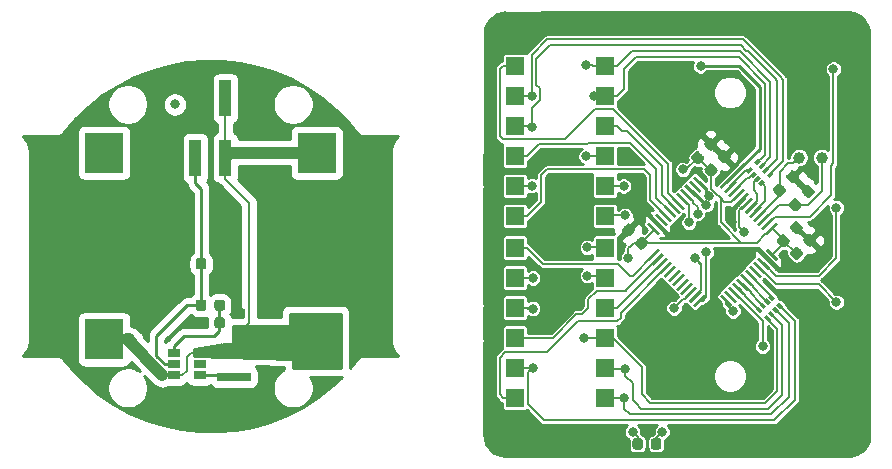
<source format=gbr>
G04 #@! TF.GenerationSoftware,KiCad,Pcbnew,(5.0.0)*
G04 #@! TF.CreationDate,2019-02-27T16:16:10+00:00*
G04 #@! TF.ProjectId,BubbleWatch,427562626C6557617463682E6B696361,rev?*
G04 #@! TF.SameCoordinates,Original*
G04 #@! TF.FileFunction,Copper,L1,Top,Signal*
G04 #@! TF.FilePolarity,Positive*
%FSLAX46Y46*%
G04 Gerber Fmt 4.6, Leading zero omitted, Abs format (unit mm)*
G04 Created by KiCad (PCBNEW (5.0.0)) date 02/27/19 16:16:10*
%MOMM*%
%LPD*%
G01*
G04 APERTURE LIST*
G04 #@! TA.AperFunction,SMDPad,CuDef*
%ADD10C,0.250000*%
G04 #@! TD*
G04 #@! TA.AperFunction,Conductor*
%ADD11C,0.100000*%
G04 #@! TD*
G04 #@! TA.AperFunction,SMDPad,CuDef*
%ADD12R,1.600000X1.600000*%
G04 #@! TD*
G04 #@! TA.AperFunction,SMDPad,CuDef*
%ADD13C,0.320000*%
G04 #@! TD*
G04 #@! TA.AperFunction,ComponentPad*
%ADD14C,1.000000*%
G04 #@! TD*
G04 #@! TA.AperFunction,SMDPad,CuDef*
%ADD15R,3.300000X3.500000*%
G04 #@! TD*
G04 #@! TA.AperFunction,SMDPad,CuDef*
%ADD16R,4.000000X4.000000*%
G04 #@! TD*
G04 #@! TA.AperFunction,SMDPad,CuDef*
%ADD17C,0.875000*%
G04 #@! TD*
G04 #@! TA.AperFunction,SMDPad,CuDef*
%ADD18R,2.900000X0.800000*%
G04 #@! TD*
G04 #@! TA.AperFunction,SMDPad,CuDef*
%ADD19R,1.060000X0.650000*%
G04 #@! TD*
G04 #@! TA.AperFunction,SMDPad,CuDef*
%ADD20R,1.000000X3.150000*%
G04 #@! TD*
G04 #@! TA.AperFunction,ViaPad*
%ADD21C,0.800000*%
G04 #@! TD*
G04 #@! TA.AperFunction,Conductor*
%ADD22C,0.250000*%
G04 #@! TD*
G04 #@! TA.AperFunction,Conductor*
%ADD23C,1.000000*%
G04 #@! TD*
G04 #@! TA.AperFunction,Conductor*
%ADD24C,0.203200*%
G04 #@! TD*
G04 #@! TA.AperFunction,Conductor*
%ADD25C,0.254000*%
G04 #@! TD*
%ADD26C,0.254000*%
G04 APERTURE END LIST*
D10*
G04 #@! TO.P,U3,1*
G04 #@! TO.N,+3V3*
X151544874Y-77482384D03*
D11*
G04 #@! TD*
G04 #@! TO.N,+3V3*
G04 #@! TO.C,U3*
G36*
X151916105Y-76934376D02*
X152092882Y-77111153D01*
X151173643Y-78030392D01*
X150996866Y-77853615D01*
X151916105Y-76934376D01*
X151916105Y-76934376D01*
G37*
D10*
G04 #@! TO.P,U3,e*
G04 #@! TO.N,/BUTTON1*
X151191321Y-77128831D03*
D11*
G04 #@! TD*
G04 #@! TO.N,/BUTTON1*
G04 #@! TO.C,U3*
G36*
X151562552Y-76580823D02*
X151739329Y-76757600D01*
X150820090Y-77676839D01*
X150643313Y-77500062D01*
X151562552Y-76580823D01*
X151562552Y-76580823D01*
G37*
D10*
G04 #@! TO.P,U3,3*
G04 #@! TO.N,/RTC_XTAL_IN*
X150837767Y-76775277D03*
D11*
G04 #@! TD*
G04 #@! TO.N,/RTC_XTAL_IN*
G04 #@! TO.C,U3*
G36*
X151208998Y-76227269D02*
X151385775Y-76404046D01*
X150466536Y-77323285D01*
X150289759Y-77146508D01*
X151208998Y-76227269D01*
X151208998Y-76227269D01*
G37*
D10*
G04 #@! TO.P,U3,4*
G04 #@! TO.N,/RTC_XTAL_OUT*
X150484214Y-76421724D03*
D11*
G04 #@! TD*
G04 #@! TO.N,/RTC_XTAL_OUT*
G04 #@! TO.C,U3*
G36*
X150855445Y-75873716D02*
X151032222Y-76050493D01*
X150112983Y-76969732D01*
X149936206Y-76792955D01*
X150855445Y-75873716D01*
X150855445Y-75873716D01*
G37*
D10*
G04 #@! TO.P,U3,5*
G04 #@! TO.N,/IOSEGA*
X150130661Y-76068171D03*
D11*
G04 #@! TD*
G04 #@! TO.N,/IOSEGA*
G04 #@! TO.C,U3*
G36*
X150501892Y-75520163D02*
X150678669Y-75696940D01*
X149759430Y-76616179D01*
X149582653Y-76439402D01*
X150501892Y-75520163D01*
X150501892Y-75520163D01*
G37*
D10*
G04 #@! TO.P,U3,6*
G04 #@! TO.N,/IOSEGB*
X149777107Y-75714617D03*
D11*
G04 #@! TD*
G04 #@! TO.N,/IOSEGB*
G04 #@! TO.C,U3*
G36*
X150148338Y-75166609D02*
X150325115Y-75343386D01*
X149405876Y-76262625D01*
X149229099Y-76085848D01*
X150148338Y-75166609D01*
X150148338Y-75166609D01*
G37*
D10*
G04 #@! TO.P,U3,7*
G04 #@! TO.N,/RESET*
X149423554Y-75361064D03*
D11*
G04 #@! TD*
G04 #@! TO.N,/RESET*
G04 #@! TO.C,U3*
G36*
X149794785Y-74813056D02*
X149971562Y-74989833D01*
X149052323Y-75909072D01*
X148875546Y-75732295D01*
X149794785Y-74813056D01*
X149794785Y-74813056D01*
G37*
D10*
G04 #@! TO.P,U3,8*
G04 #@! TO.N,GND*
X149070000Y-75007510D03*
D11*
G04 #@! TD*
G04 #@! TO.N,GND*
G04 #@! TO.C,U3*
G36*
X149441231Y-74459502D02*
X149618008Y-74636279D01*
X148698769Y-75555518D01*
X148521992Y-75378741D01*
X149441231Y-74459502D01*
X149441231Y-74459502D01*
G37*
D10*
G04 #@! TO.P,U3,9*
G04 #@! TO.N,+3V3*
X148716447Y-74653957D03*
D11*
G04 #@! TD*
G04 #@! TO.N,+3V3*
G04 #@! TO.C,U3*
G36*
X149087678Y-74105949D02*
X149264455Y-74282726D01*
X148345216Y-75201965D01*
X148168439Y-75025188D01*
X149087678Y-74105949D01*
X149087678Y-74105949D01*
G37*
D10*
G04 #@! TO.P,U3,10*
G04 #@! TO.N,/IOSEGC*
X148362894Y-74300404D03*
D11*
G04 #@! TD*
G04 #@! TO.N,/IOSEGC*
G04 #@! TO.C,U3*
G36*
X148734125Y-73752396D02*
X148910902Y-73929173D01*
X147991663Y-74848412D01*
X147814886Y-74671635D01*
X148734125Y-73752396D01*
X148734125Y-73752396D01*
G37*
D10*
G04 #@! TO.P,U3,11*
G04 #@! TO.N,/IOSEGD*
X148009340Y-73946850D03*
D11*
G04 #@! TD*
G04 #@! TO.N,/IOSEGD*
G04 #@! TO.C,U3*
G36*
X148380571Y-73398842D02*
X148557348Y-73575619D01*
X147638109Y-74494858D01*
X147461332Y-74318081D01*
X148380571Y-73398842D01*
X148380571Y-73398842D01*
G37*
D10*
G04 #@! TO.P,U3,12*
G04 #@! TO.N,N/C*
X147655787Y-73593297D03*
D11*
G04 #@! TD*
G04 #@! TO.N,N/C*
G04 #@! TO.C,U3*
G36*
X148027018Y-73045289D02*
X148203795Y-73222066D01*
X147284556Y-74141305D01*
X147107779Y-73964528D01*
X148027018Y-73045289D01*
X148027018Y-73045289D01*
G37*
D10*
G04 #@! TO.P,U3,13*
G04 #@! TO.N,N/C*
X145393045Y-73593297D03*
D11*
G04 #@! TD*
G04 #@! TO.N,N/C*
G04 #@! TO.C,U3*
G36*
X144845037Y-73222066D02*
X145021814Y-73045289D01*
X145941053Y-73964528D01*
X145764276Y-74141305D01*
X144845037Y-73222066D01*
X144845037Y-73222066D01*
G37*
D10*
G04 #@! TO.P,U3,14*
G04 #@! TO.N,N/C*
X145039492Y-73946850D03*
D11*
G04 #@! TD*
G04 #@! TO.N,N/C*
G04 #@! TO.C,U3*
G36*
X144491484Y-73575619D02*
X144668261Y-73398842D01*
X145587500Y-74318081D01*
X145410723Y-74494858D01*
X144491484Y-73575619D01*
X144491484Y-73575619D01*
G37*
D10*
G04 #@! TO.P,U3,15*
G04 #@! TO.N,N/C*
X144685938Y-74300404D03*
D11*
G04 #@! TD*
G04 #@! TO.N,N/C*
G04 #@! TO.C,U3*
G36*
X144137930Y-73929173D02*
X144314707Y-73752396D01*
X145233946Y-74671635D01*
X145057169Y-74848412D01*
X144137930Y-73929173D01*
X144137930Y-73929173D01*
G37*
D10*
G04 #@! TO.P,U3,16*
G04 #@! TO.N,Net-(U3-Pad16)*
X144332385Y-74653957D03*
D11*
G04 #@! TD*
G04 #@! TO.N,Net-(U3-Pad16)*
G04 #@! TO.C,U3*
G36*
X143784377Y-74282726D02*
X143961154Y-74105949D01*
X144880393Y-75025188D01*
X144703616Y-75201965D01*
X143784377Y-74282726D01*
X143784377Y-74282726D01*
G37*
D10*
G04 #@! TO.P,U3,17*
G04 #@! TO.N,Net-(U3-Pad17)*
X143978832Y-75007510D03*
D11*
G04 #@! TD*
G04 #@! TO.N,Net-(U3-Pad17)*
G04 #@! TO.C,U3*
G36*
X143430824Y-74636279D02*
X143607601Y-74459502D01*
X144526840Y-75378741D01*
X144350063Y-75555518D01*
X143430824Y-74636279D01*
X143430824Y-74636279D01*
G37*
D10*
G04 #@! TO.P,U3,18*
G04 #@! TO.N,/DIS1*
X143625278Y-75361064D03*
D11*
G04 #@! TD*
G04 #@! TO.N,/DIS1*
G04 #@! TO.C,U3*
G36*
X143077270Y-74989833D02*
X143254047Y-74813056D01*
X144173286Y-75732295D01*
X143996509Y-75909072D01*
X143077270Y-74989833D01*
X143077270Y-74989833D01*
G37*
D10*
G04 #@! TO.P,U3,19*
G04 #@! TO.N,/DIS2*
X143271725Y-75714617D03*
D11*
G04 #@! TD*
G04 #@! TO.N,/DIS2*
G04 #@! TO.C,U3*
G36*
X142723717Y-75343386D02*
X142900494Y-75166609D01*
X143819733Y-76085848D01*
X143642956Y-76262625D01*
X142723717Y-75343386D01*
X142723717Y-75343386D01*
G37*
D10*
G04 #@! TO.P,U3,20*
G04 #@! TO.N,/DIS3*
X142918171Y-76068171D03*
D11*
G04 #@! TD*
G04 #@! TO.N,/DIS3*
G04 #@! TO.C,U3*
G36*
X142370163Y-75696940D02*
X142546940Y-75520163D01*
X143466179Y-76439402D01*
X143289402Y-76616179D01*
X142370163Y-75696940D01*
X142370163Y-75696940D01*
G37*
D10*
G04 #@! TO.P,U3,21*
G04 #@! TO.N,/DIS4*
X142564618Y-76421724D03*
D11*
G04 #@! TD*
G04 #@! TO.N,/DIS4*
G04 #@! TO.C,U3*
G36*
X142016610Y-76050493D02*
X142193387Y-75873716D01*
X143112626Y-76792955D01*
X142935849Y-76969732D01*
X142016610Y-76050493D01*
X142016610Y-76050493D01*
G37*
D10*
G04 #@! TO.P,U3,22*
G04 #@! TO.N,Net-(U3-Pad22)*
X142211065Y-76775277D03*
D11*
G04 #@! TD*
G04 #@! TO.N,Net-(U3-Pad22)*
G04 #@! TO.C,U3*
G36*
X141663057Y-76404046D02*
X141839834Y-76227269D01*
X142759073Y-77146508D01*
X142582296Y-77323285D01*
X141663057Y-76404046D01*
X141663057Y-76404046D01*
G37*
D10*
G04 #@! TO.P,U3,23*
G04 #@! TO.N,GND*
X141857511Y-77128831D03*
D11*
G04 #@! TD*
G04 #@! TO.N,GND*
G04 #@! TO.C,U3*
G36*
X141309503Y-76757600D02*
X141486280Y-76580823D01*
X142405519Y-77500062D01*
X142228742Y-77676839D01*
X141309503Y-76757600D01*
X141309503Y-76757600D01*
G37*
D10*
G04 #@! TO.P,U3,24*
G04 #@! TO.N,+3V3*
X141503958Y-77482384D03*
D11*
G04 #@! TD*
G04 #@! TO.N,+3V3*
G04 #@! TO.C,U3*
G36*
X140955950Y-77111153D02*
X141132727Y-76934376D01*
X142051966Y-77853615D01*
X141875189Y-78030392D01*
X140955950Y-77111153D01*
X140955950Y-77111153D01*
G37*
D10*
G04 #@! TO.P,U3,25*
G04 #@! TO.N,/DIS5*
X141503958Y-79745126D03*
D11*
G04 #@! TD*
G04 #@! TO.N,/DIS5*
G04 #@! TO.C,U3*
G36*
X141875189Y-79197118D02*
X142051966Y-79373895D01*
X141132727Y-80293134D01*
X140955950Y-80116357D01*
X141875189Y-79197118D01*
X141875189Y-79197118D01*
G37*
D10*
G04 #@! TO.P,U3,26*
G04 #@! TO.N,/DIS7*
X141857511Y-80098679D03*
D11*
G04 #@! TD*
G04 #@! TO.N,/DIS7*
G04 #@! TO.C,U3*
G36*
X142228742Y-79550671D02*
X142405519Y-79727448D01*
X141486280Y-80646687D01*
X141309503Y-80469910D01*
X142228742Y-79550671D01*
X142228742Y-79550671D01*
G37*
D10*
G04 #@! TO.P,U3,27*
G04 #@! TO.N,/DIS6*
X142211065Y-80452233D03*
D11*
G04 #@! TD*
G04 #@! TO.N,/DIS6*
G04 #@! TO.C,U3*
G36*
X142582296Y-79904225D02*
X142759073Y-80081002D01*
X141839834Y-81000241D01*
X141663057Y-80823464D01*
X142582296Y-79904225D01*
X142582296Y-79904225D01*
G37*
D10*
G04 #@! TO.P,U3,28*
G04 #@! TO.N,/DIS8*
X142564618Y-80805786D03*
D11*
G04 #@! TD*
G04 #@! TO.N,/DIS8*
G04 #@! TO.C,U3*
G36*
X142935849Y-80257778D02*
X143112626Y-80434555D01*
X142193387Y-81353794D01*
X142016610Y-81177017D01*
X142935849Y-80257778D01*
X142935849Y-80257778D01*
G37*
D10*
G04 #@! TO.P,U3,29*
G04 #@! TO.N,Net-(U3-Pad29)*
X142918171Y-81159339D03*
D11*
G04 #@! TD*
G04 #@! TO.N,Net-(U3-Pad29)*
G04 #@! TO.C,U3*
G36*
X143289402Y-80611331D02*
X143466179Y-80788108D01*
X142546940Y-81707347D01*
X142370163Y-81530570D01*
X143289402Y-80611331D01*
X143289402Y-80611331D01*
G37*
D10*
G04 #@! TO.P,U3,30*
G04 #@! TO.N,Net-(U3-Pad30)*
X143271725Y-81512893D03*
D11*
G04 #@! TD*
G04 #@! TO.N,Net-(U3-Pad30)*
G04 #@! TO.C,U3*
G36*
X143642956Y-80964885D02*
X143819733Y-81141662D01*
X142900494Y-82060901D01*
X142723717Y-81884124D01*
X143642956Y-80964885D01*
X143642956Y-80964885D01*
G37*
D10*
G04 #@! TO.P,U3,31*
G04 #@! TO.N,Net-(U3-Pad31)*
X143625278Y-81866446D03*
D11*
G04 #@! TD*
G04 #@! TO.N,Net-(U3-Pad31)*
G04 #@! TO.C,U3*
G36*
X143996509Y-81318438D02*
X144173286Y-81495215D01*
X143254047Y-82414454D01*
X143077270Y-82237677D01*
X143996509Y-81318438D01*
X143996509Y-81318438D01*
G37*
D10*
G04 #@! TO.P,U3,32*
G04 #@! TO.N,Net-(U3-Pad32)*
X143978832Y-82220000D03*
D11*
G04 #@! TD*
G04 #@! TO.N,Net-(U3-Pad32)*
G04 #@! TO.C,U3*
G36*
X144350063Y-81671992D02*
X144526840Y-81848769D01*
X143607601Y-82768008D01*
X143430824Y-82591231D01*
X144350063Y-81671992D01*
X144350063Y-81671992D01*
G37*
D10*
G04 #@! TO.P,U3,33*
G04 #@! TO.N,Net-(U3-Pad33)*
X144332385Y-82573553D03*
D11*
G04 #@! TD*
G04 #@! TO.N,Net-(U3-Pad33)*
G04 #@! TO.C,U3*
G36*
X144703616Y-82025545D02*
X144880393Y-82202322D01*
X143961154Y-83121561D01*
X143784377Y-82944784D01*
X144703616Y-82025545D01*
X144703616Y-82025545D01*
G37*
D10*
G04 #@! TO.P,U3,34*
G04 #@! TO.N,/SWDIO*
X144685938Y-82927106D03*
D11*
G04 #@! TD*
G04 #@! TO.N,/SWDIO*
G04 #@! TO.C,U3*
G36*
X145057169Y-82379098D02*
X145233946Y-82555875D01*
X144314707Y-83475114D01*
X144137930Y-83298337D01*
X145057169Y-82379098D01*
X145057169Y-82379098D01*
G37*
D10*
G04 #@! TO.P,U3,35*
G04 #@! TO.N,/I2C1_SCL*
X145039492Y-83280660D03*
D11*
G04 #@! TD*
G04 #@! TO.N,/I2C1_SCL*
G04 #@! TO.C,U3*
G36*
X145410723Y-82732652D02*
X145587500Y-82909429D01*
X144668261Y-83828668D01*
X144491484Y-83651891D01*
X145410723Y-82732652D01*
X145410723Y-82732652D01*
G37*
D10*
G04 #@! TO.P,U3,36*
G04 #@! TO.N,/I2C1_SDA*
X145393045Y-83634213D03*
D11*
G04 #@! TD*
G04 #@! TO.N,/I2C1_SDA*
G04 #@! TO.C,U3*
G36*
X145764276Y-83086205D02*
X145941053Y-83262982D01*
X145021814Y-84182221D01*
X144845037Y-84005444D01*
X145764276Y-83086205D01*
X145764276Y-83086205D01*
G37*
D10*
G04 #@! TO.P,U3,37*
G04 #@! TO.N,/SWDCLK*
X147655787Y-83634213D03*
D11*
G04 #@! TD*
G04 #@! TO.N,/SWDCLK*
G04 #@! TO.C,U3*
G36*
X147107779Y-83262982D02*
X147284556Y-83086205D01*
X148203795Y-84005444D01*
X148027018Y-84182221D01*
X147107779Y-83262982D01*
X147107779Y-83262982D01*
G37*
D10*
G04 #@! TO.P,U3,38*
G04 #@! TO.N,Net-(U3-Pad38)*
X148009340Y-83280660D03*
D11*
G04 #@! TD*
G04 #@! TO.N,Net-(U3-Pad38)*
G04 #@! TO.C,U3*
G36*
X147461332Y-82909429D02*
X147638109Y-82732652D01*
X148557348Y-83651891D01*
X148380571Y-83828668D01*
X147461332Y-82909429D01*
X147461332Y-82909429D01*
G37*
D10*
G04 #@! TO.P,U3,39*
G04 #@! TO.N,/BUTTON4*
X148362894Y-82927106D03*
D11*
G04 #@! TD*
G04 #@! TO.N,/BUTTON4*
G04 #@! TO.C,U3*
G36*
X147814886Y-82555875D02*
X147991663Y-82379098D01*
X148910902Y-83298337D01*
X148734125Y-83475114D01*
X147814886Y-82555875D01*
X147814886Y-82555875D01*
G37*
D10*
G04 #@! TO.P,U3,40*
G04 #@! TO.N,/IOSEGE*
X148716447Y-82573553D03*
D11*
G04 #@! TD*
G04 #@! TO.N,/IOSEGE*
G04 #@! TO.C,U3*
G36*
X148168439Y-82202322D02*
X148345216Y-82025545D01*
X149264455Y-82944784D01*
X149087678Y-83121561D01*
X148168439Y-82202322D01*
X148168439Y-82202322D01*
G37*
D10*
G04 #@! TO.P,U3,41*
G04 #@! TO.N,/IOSEGF*
X149070000Y-82220000D03*
D11*
G04 #@! TD*
G04 #@! TO.N,/IOSEGF*
G04 #@! TO.C,U3*
G36*
X148521992Y-81848769D02*
X148698769Y-81671992D01*
X149618008Y-82591231D01*
X149441231Y-82768008D01*
X148521992Y-81848769D01*
X148521992Y-81848769D01*
G37*
D10*
G04 #@! TO.P,U3,42*
G04 #@! TO.N,/IOSEGG*
X149423554Y-81866446D03*
D11*
G04 #@! TD*
G04 #@! TO.N,/IOSEGG*
G04 #@! TO.C,U3*
G36*
X148875546Y-81495215D02*
X149052323Y-81318438D01*
X149971562Y-82237677D01*
X149794785Y-82414454D01*
X148875546Y-81495215D01*
X148875546Y-81495215D01*
G37*
D10*
G04 #@! TO.P,U3,43*
G04 #@! TO.N,/IOSEGDP*
X149777107Y-81512893D03*
D11*
G04 #@! TD*
G04 #@! TO.N,/IOSEGDP*
G04 #@! TO.C,U3*
G36*
X149229099Y-81141662D02*
X149405876Y-80964885D01*
X150325115Y-81884124D01*
X150148338Y-82060901D01*
X149229099Y-81141662D01*
X149229099Y-81141662D01*
G37*
D10*
G04 #@! TO.P,U3,44*
G04 #@! TO.N,/BOOT0*
X150130661Y-81159339D03*
D11*
G04 #@! TD*
G04 #@! TO.N,/BOOT0*
G04 #@! TO.C,U3*
G36*
X149582653Y-80788108D02*
X149759430Y-80611331D01*
X150678669Y-81530570D01*
X150501892Y-81707347D01*
X149582653Y-80788108D01*
X149582653Y-80788108D01*
G37*
D10*
G04 #@! TO.P,U3,45*
G04 #@! TO.N,/BUTTON3*
X150484214Y-80805786D03*
D11*
G04 #@! TD*
G04 #@! TO.N,/BUTTON3*
G04 #@! TO.C,U3*
G36*
X149936206Y-80434555D02*
X150112983Y-80257778D01*
X151032222Y-81177017D01*
X150855445Y-81353794D01*
X149936206Y-80434555D01*
X149936206Y-80434555D01*
G37*
D10*
G04 #@! TO.P,U3,46*
G04 #@! TO.N,/BUTTON2*
X150837767Y-80452233D03*
D11*
G04 #@! TD*
G04 #@! TO.N,/BUTTON2*
G04 #@! TO.C,U3*
G36*
X150289759Y-80081002D02*
X150466536Y-79904225D01*
X151385775Y-80823464D01*
X151208998Y-81000241D01*
X150289759Y-80081002D01*
X150289759Y-80081002D01*
G37*
D10*
G04 #@! TO.P,U3,47*
G04 #@! TO.N,GND*
X151191321Y-80098679D03*
D11*
G04 #@! TD*
G04 #@! TO.N,GND*
G04 #@! TO.C,U3*
G36*
X150643313Y-79727448D02*
X150820090Y-79550671D01*
X151739329Y-80469910D01*
X151562552Y-80646687D01*
X150643313Y-79727448D01*
X150643313Y-79727448D01*
G37*
D10*
G04 #@! TO.P,U3,48*
G04 #@! TO.N,+3V3*
X151544874Y-79745126D03*
D11*
G04 #@! TD*
G04 #@! TO.N,+3V3*
G04 #@! TO.C,U3*
G36*
X150996866Y-79373895D02*
X151173643Y-79197118D01*
X152092882Y-80116357D01*
X151916105Y-80293134D01*
X150996866Y-79373895D01*
X150996866Y-79373895D01*
G37*
D12*
G04 #@! TO.P,U2,1*
G04 #@! TO.N,/DIS5*
X129790000Y-79150000D03*
G04 #@! TO.P,U2,7*
G04 #@! TO.N,/SEGG*
X137410000Y-91850000D03*
G04 #@! TO.P,U2,2*
G04 #@! TO.N,/SEGE*
X129790000Y-81690000D03*
G04 #@! TO.P,U2,8*
G04 #@! TO.N,/SEGD*
X137410000Y-89310000D03*
G04 #@! TO.P,U2,3*
G04 #@! TO.N,/SEGC*
X129790000Y-84230000D03*
G04 #@! TO.P,U2,9*
G04 #@! TO.N,/SEGF*
X137410000Y-86770000D03*
G04 #@! TO.P,U2,4*
G04 #@! TO.N,/DIS7*
X129790000Y-86770000D03*
G04 #@! TO.P,U2,10*
G04 #@! TO.N,/DIS6*
X137410000Y-84230000D03*
G04 #@! TO.P,U2,5*
G04 #@! TO.N,/SEGDP*
X129790000Y-89310000D03*
G04 #@! TO.P,U2,11*
G04 #@! TO.N,/SEGB*
X137410000Y-81690000D03*
G04 #@! TO.P,U2,6*
G04 #@! TO.N,/DIS8*
X129790000Y-91850000D03*
G04 #@! TO.P,U2,12*
G04 #@! TO.N,/SEGA*
X137410000Y-79150000D03*
G04 #@! TD*
D13*
G04 #@! TO.P,RN2,5*
G04 #@! TO.N,/SEGF*
X151146446Y-85103553D03*
D11*
G04 #@! TD*
G04 #@! TO.N,/SEGF*
G04 #@! TO.C,RN2*
G36*
X150856532Y-85039913D02*
X151082806Y-84813639D01*
X151436360Y-85167193D01*
X151210086Y-85393467D01*
X150856532Y-85039913D01*
X150856532Y-85039913D01*
G37*
D13*
G04 #@! TO.P,RN2,6*
G04 #@! TO.N,/SEGD*
X151500000Y-84750000D03*
D11*
G04 #@! TD*
G04 #@! TO.N,/SEGD*
G04 #@! TO.C,RN2*
G36*
X151210086Y-84686360D02*
X151436360Y-84460086D01*
X151789914Y-84813640D01*
X151563640Y-85039914D01*
X151210086Y-84686360D01*
X151210086Y-84686360D01*
G37*
D13*
G04 #@! TO.P,RN2,8*
G04 #@! TO.N,/SEGDP*
X152207106Y-84042893D03*
D11*
G04 #@! TD*
G04 #@! TO.N,/SEGDP*
G04 #@! TO.C,RN2*
G36*
X151917192Y-83979253D02*
X152143466Y-83752979D01*
X152497020Y-84106533D01*
X152270746Y-84332807D01*
X151917192Y-83979253D01*
X151917192Y-83979253D01*
G37*
D13*
G04 #@! TO.P,RN2,7*
G04 #@! TO.N,/SEGG*
X151853553Y-84396447D03*
D11*
G04 #@! TD*
G04 #@! TO.N,/SEGG*
G04 #@! TO.C,RN2*
G36*
X151563639Y-84332807D02*
X151789913Y-84106533D01*
X152143467Y-84460087D01*
X151917193Y-84686361D01*
X151563639Y-84332807D01*
X151563639Y-84332807D01*
G37*
D13*
G04 #@! TO.P,RN2,4*
G04 #@! TO.N,/IOSEGE*
X150439340Y-84396447D03*
D11*
G04 #@! TD*
G04 #@! TO.N,/IOSEGE*
G04 #@! TO.C,RN2*
G36*
X150149426Y-84332807D02*
X150375700Y-84106533D01*
X150729254Y-84460087D01*
X150502980Y-84686361D01*
X150149426Y-84332807D01*
X150149426Y-84332807D01*
G37*
D13*
G04 #@! TO.P,RN2,2*
G04 #@! TO.N,/IOSEGG*
X151146446Y-83689340D03*
D11*
G04 #@! TD*
G04 #@! TO.N,/IOSEGG*
G04 #@! TO.C,RN2*
G36*
X150856532Y-83625700D02*
X151082806Y-83399426D01*
X151436360Y-83752980D01*
X151210086Y-83979254D01*
X150856532Y-83625700D01*
X150856532Y-83625700D01*
G37*
D13*
G04 #@! TO.P,RN2,3*
G04 #@! TO.N,/IOSEGF*
X150792893Y-84042893D03*
D11*
G04 #@! TD*
G04 #@! TO.N,/IOSEGF*
G04 #@! TO.C,RN2*
G36*
X150502979Y-83979253D02*
X150729253Y-83752979D01*
X151082807Y-84106533D01*
X150856533Y-84332807D01*
X150502979Y-83979253D01*
X150502979Y-83979253D01*
G37*
D13*
G04 #@! TO.P,RN2,1*
G04 #@! TO.N,/IOSEGDP*
X151500000Y-83335787D03*
D11*
G04 #@! TD*
G04 #@! TO.N,/IOSEGDP*
G04 #@! TO.C,RN2*
G36*
X151210086Y-83272147D02*
X151436360Y-83045873D01*
X151789914Y-83399427D01*
X151563640Y-83625701D01*
X151210086Y-83272147D01*
X151210086Y-83272147D01*
G37*
D14*
G04 #@! TO.P,Y1,2*
G04 #@! TO.N,/RTC_XTAL_OUT*
X153850000Y-71500000D03*
G04 #@! TO.P,Y1,1*
G04 #@! TO.N,/RTC_XTAL_IN*
X155750000Y-71500000D03*
G04 #@! TD*
D12*
G04 #@! TO.P,U1,12*
G04 #@! TO.N,/SEGA*
X137410000Y-63750000D03*
G04 #@! TO.P,U1,6*
G04 #@! TO.N,/DIS4*
X129790000Y-76450000D03*
G04 #@! TO.P,U1,11*
G04 #@! TO.N,/SEGB*
X137410000Y-66290000D03*
G04 #@! TO.P,U1,5*
G04 #@! TO.N,/SEGDP*
X129790000Y-73910000D03*
G04 #@! TO.P,U1,10*
G04 #@! TO.N,/DIS2*
X137410000Y-68830000D03*
G04 #@! TO.P,U1,4*
G04 #@! TO.N,/DIS3*
X129790000Y-71370000D03*
G04 #@! TO.P,U1,9*
G04 #@! TO.N,/SEGF*
X137410000Y-71370000D03*
G04 #@! TO.P,U1,3*
G04 #@! TO.N,/SEGC*
X129790000Y-68830000D03*
G04 #@! TO.P,U1,8*
G04 #@! TO.N,/SEGD*
X137410000Y-73910000D03*
G04 #@! TO.P,U1,2*
G04 #@! TO.N,/SEGE*
X129790000Y-66290000D03*
G04 #@! TO.P,U1,7*
G04 #@! TO.N,/SEGG*
X137410000Y-76450000D03*
G04 #@! TO.P,U1,1*
G04 #@! TO.N,/DIS1*
X129790000Y-63750000D03*
G04 #@! TD*
D15*
G04 #@! TO.P,BT1,1*
G04 #@! TO.N,+BATT*
X113000000Y-86900000D03*
X113000000Y-71100000D03*
D16*
G04 #@! TO.P,BT1,2*
G04 #@! TO.N,GND*
X113000000Y-79000000D03*
G04 #@! TD*
G04 #@! TO.P,BT2,2*
G04 #@! TO.N,GND*
X95000000Y-79000000D03*
D15*
G04 #@! TO.P,BT2,1*
G04 #@! TO.N,+BATT*
X95000000Y-86900000D03*
X95000000Y-71100000D03*
G04 #@! TD*
D11*
G04 #@! TO.N,+3V3*
G04 #@! TO.C,C1*
G36*
X145244924Y-70946427D02*
X145266159Y-70949577D01*
X145286983Y-70954793D01*
X145307195Y-70962025D01*
X145326601Y-70971204D01*
X145345014Y-70982240D01*
X145362257Y-70995028D01*
X145378163Y-71009444D01*
X145740556Y-71371837D01*
X145754972Y-71387743D01*
X145767760Y-71404986D01*
X145778796Y-71423399D01*
X145787975Y-71442805D01*
X145795207Y-71463017D01*
X145800423Y-71483841D01*
X145803573Y-71505076D01*
X145804626Y-71526517D01*
X145803573Y-71547958D01*
X145800423Y-71569193D01*
X145795207Y-71590017D01*
X145787975Y-71610229D01*
X145778796Y-71629635D01*
X145767760Y-71648048D01*
X145754972Y-71665291D01*
X145740556Y-71681197D01*
X145431197Y-71990556D01*
X145415291Y-72004972D01*
X145398048Y-72017760D01*
X145379635Y-72028796D01*
X145360229Y-72037975D01*
X145340017Y-72045207D01*
X145319193Y-72050423D01*
X145297958Y-72053573D01*
X145276517Y-72054626D01*
X145255076Y-72053573D01*
X145233841Y-72050423D01*
X145213017Y-72045207D01*
X145192805Y-72037975D01*
X145173399Y-72028796D01*
X145154986Y-72017760D01*
X145137743Y-72004972D01*
X145121837Y-71990556D01*
X144759444Y-71628163D01*
X144745028Y-71612257D01*
X144732240Y-71595014D01*
X144721204Y-71576601D01*
X144712025Y-71557195D01*
X144704793Y-71536983D01*
X144699577Y-71516159D01*
X144696427Y-71494924D01*
X144695374Y-71473483D01*
X144696427Y-71452042D01*
X144699577Y-71430807D01*
X144704793Y-71409983D01*
X144712025Y-71389771D01*
X144721204Y-71370365D01*
X144732240Y-71351952D01*
X144745028Y-71334709D01*
X144759444Y-71318803D01*
X145068803Y-71009444D01*
X145084709Y-70995028D01*
X145101952Y-70982240D01*
X145120365Y-70971204D01*
X145139771Y-70962025D01*
X145159983Y-70954793D01*
X145180807Y-70949577D01*
X145202042Y-70946427D01*
X145223483Y-70945374D01*
X145244924Y-70946427D01*
X145244924Y-70946427D01*
G37*
D17*
G04 #@! TD*
G04 #@! TO.P,C1,1*
G04 #@! TO.N,+3V3*
X145250000Y-71500000D03*
D11*
G04 #@! TO.N,GND*
G04 #@! TO.C,C1*
G36*
X146358618Y-69832733D02*
X146379853Y-69835883D01*
X146400677Y-69841099D01*
X146420889Y-69848331D01*
X146440295Y-69857510D01*
X146458708Y-69868546D01*
X146475951Y-69881334D01*
X146491857Y-69895750D01*
X146854250Y-70258143D01*
X146868666Y-70274049D01*
X146881454Y-70291292D01*
X146892490Y-70309705D01*
X146901669Y-70329111D01*
X146908901Y-70349323D01*
X146914117Y-70370147D01*
X146917267Y-70391382D01*
X146918320Y-70412823D01*
X146917267Y-70434264D01*
X146914117Y-70455499D01*
X146908901Y-70476323D01*
X146901669Y-70496535D01*
X146892490Y-70515941D01*
X146881454Y-70534354D01*
X146868666Y-70551597D01*
X146854250Y-70567503D01*
X146544891Y-70876862D01*
X146528985Y-70891278D01*
X146511742Y-70904066D01*
X146493329Y-70915102D01*
X146473923Y-70924281D01*
X146453711Y-70931513D01*
X146432887Y-70936729D01*
X146411652Y-70939879D01*
X146390211Y-70940932D01*
X146368770Y-70939879D01*
X146347535Y-70936729D01*
X146326711Y-70931513D01*
X146306499Y-70924281D01*
X146287093Y-70915102D01*
X146268680Y-70904066D01*
X146251437Y-70891278D01*
X146235531Y-70876862D01*
X145873138Y-70514469D01*
X145858722Y-70498563D01*
X145845934Y-70481320D01*
X145834898Y-70462907D01*
X145825719Y-70443501D01*
X145818487Y-70423289D01*
X145813271Y-70402465D01*
X145810121Y-70381230D01*
X145809068Y-70359789D01*
X145810121Y-70338348D01*
X145813271Y-70317113D01*
X145818487Y-70296289D01*
X145825719Y-70276077D01*
X145834898Y-70256671D01*
X145845934Y-70238258D01*
X145858722Y-70221015D01*
X145873138Y-70205109D01*
X146182497Y-69895750D01*
X146198403Y-69881334D01*
X146215646Y-69868546D01*
X146234059Y-69857510D01*
X146253465Y-69848331D01*
X146273677Y-69841099D01*
X146294501Y-69835883D01*
X146315736Y-69832733D01*
X146337177Y-69831680D01*
X146358618Y-69832733D01*
X146358618Y-69832733D01*
G37*
D17*
G04 #@! TD*
G04 #@! TO.P,C1,2*
G04 #@! TO.N,GND*
X146363694Y-70386306D03*
D11*
G04 #@! TO.N,+3V3*
G04 #@! TO.C,C2*
G36*
X153631230Y-79060121D02*
X153652465Y-79063271D01*
X153673289Y-79068487D01*
X153693501Y-79075719D01*
X153712907Y-79084898D01*
X153731320Y-79095934D01*
X153748563Y-79108722D01*
X153764469Y-79123138D01*
X154126862Y-79485531D01*
X154141278Y-79501437D01*
X154154066Y-79518680D01*
X154165102Y-79537093D01*
X154174281Y-79556499D01*
X154181513Y-79576711D01*
X154186729Y-79597535D01*
X154189879Y-79618770D01*
X154190932Y-79640211D01*
X154189879Y-79661652D01*
X154186729Y-79682887D01*
X154181513Y-79703711D01*
X154174281Y-79723923D01*
X154165102Y-79743329D01*
X154154066Y-79761742D01*
X154141278Y-79778985D01*
X154126862Y-79794891D01*
X153817503Y-80104250D01*
X153801597Y-80118666D01*
X153784354Y-80131454D01*
X153765941Y-80142490D01*
X153746535Y-80151669D01*
X153726323Y-80158901D01*
X153705499Y-80164117D01*
X153684264Y-80167267D01*
X153662823Y-80168320D01*
X153641382Y-80167267D01*
X153620147Y-80164117D01*
X153599323Y-80158901D01*
X153579111Y-80151669D01*
X153559705Y-80142490D01*
X153541292Y-80131454D01*
X153524049Y-80118666D01*
X153508143Y-80104250D01*
X153145750Y-79741857D01*
X153131334Y-79725951D01*
X153118546Y-79708708D01*
X153107510Y-79690295D01*
X153098331Y-79670889D01*
X153091099Y-79650677D01*
X153085883Y-79629853D01*
X153082733Y-79608618D01*
X153081680Y-79587177D01*
X153082733Y-79565736D01*
X153085883Y-79544501D01*
X153091099Y-79523677D01*
X153098331Y-79503465D01*
X153107510Y-79484059D01*
X153118546Y-79465646D01*
X153131334Y-79448403D01*
X153145750Y-79432497D01*
X153455109Y-79123138D01*
X153471015Y-79108722D01*
X153488258Y-79095934D01*
X153506671Y-79084898D01*
X153526077Y-79075719D01*
X153546289Y-79068487D01*
X153567113Y-79063271D01*
X153588348Y-79060121D01*
X153609789Y-79059068D01*
X153631230Y-79060121D01*
X153631230Y-79060121D01*
G37*
D17*
G04 #@! TD*
G04 #@! TO.P,C2,1*
G04 #@! TO.N,+3V3*
X153636306Y-79613694D03*
D11*
G04 #@! TO.N,GND*
G04 #@! TO.C,C2*
G36*
X154744924Y-77946427D02*
X154766159Y-77949577D01*
X154786983Y-77954793D01*
X154807195Y-77962025D01*
X154826601Y-77971204D01*
X154845014Y-77982240D01*
X154862257Y-77995028D01*
X154878163Y-78009444D01*
X155240556Y-78371837D01*
X155254972Y-78387743D01*
X155267760Y-78404986D01*
X155278796Y-78423399D01*
X155287975Y-78442805D01*
X155295207Y-78463017D01*
X155300423Y-78483841D01*
X155303573Y-78505076D01*
X155304626Y-78526517D01*
X155303573Y-78547958D01*
X155300423Y-78569193D01*
X155295207Y-78590017D01*
X155287975Y-78610229D01*
X155278796Y-78629635D01*
X155267760Y-78648048D01*
X155254972Y-78665291D01*
X155240556Y-78681197D01*
X154931197Y-78990556D01*
X154915291Y-79004972D01*
X154898048Y-79017760D01*
X154879635Y-79028796D01*
X154860229Y-79037975D01*
X154840017Y-79045207D01*
X154819193Y-79050423D01*
X154797958Y-79053573D01*
X154776517Y-79054626D01*
X154755076Y-79053573D01*
X154733841Y-79050423D01*
X154713017Y-79045207D01*
X154692805Y-79037975D01*
X154673399Y-79028796D01*
X154654986Y-79017760D01*
X154637743Y-79004972D01*
X154621837Y-78990556D01*
X154259444Y-78628163D01*
X154245028Y-78612257D01*
X154232240Y-78595014D01*
X154221204Y-78576601D01*
X154212025Y-78557195D01*
X154204793Y-78536983D01*
X154199577Y-78516159D01*
X154196427Y-78494924D01*
X154195374Y-78473483D01*
X154196427Y-78452042D01*
X154199577Y-78430807D01*
X154204793Y-78409983D01*
X154212025Y-78389771D01*
X154221204Y-78370365D01*
X154232240Y-78351952D01*
X154245028Y-78334709D01*
X154259444Y-78318803D01*
X154568803Y-78009444D01*
X154584709Y-77995028D01*
X154601952Y-77982240D01*
X154620365Y-77971204D01*
X154639771Y-77962025D01*
X154659983Y-77954793D01*
X154680807Y-77949577D01*
X154702042Y-77946427D01*
X154723483Y-77945374D01*
X154744924Y-77946427D01*
X154744924Y-77946427D01*
G37*
D17*
G04 #@! TD*
G04 #@! TO.P,C2,2*
G04 #@! TO.N,GND*
X154750000Y-78500000D03*
D11*
G04 #@! TO.N,GND*
G04 #@! TO.C,C3*
G36*
X139434264Y-77082733D02*
X139455499Y-77085883D01*
X139476323Y-77091099D01*
X139496535Y-77098331D01*
X139515941Y-77107510D01*
X139534354Y-77118546D01*
X139551597Y-77131334D01*
X139567503Y-77145750D01*
X139876862Y-77455109D01*
X139891278Y-77471015D01*
X139904066Y-77488258D01*
X139915102Y-77506671D01*
X139924281Y-77526077D01*
X139931513Y-77546289D01*
X139936729Y-77567113D01*
X139939879Y-77588348D01*
X139940932Y-77609789D01*
X139939879Y-77631230D01*
X139936729Y-77652465D01*
X139931513Y-77673289D01*
X139924281Y-77693501D01*
X139915102Y-77712907D01*
X139904066Y-77731320D01*
X139891278Y-77748563D01*
X139876862Y-77764469D01*
X139514469Y-78126862D01*
X139498563Y-78141278D01*
X139481320Y-78154066D01*
X139462907Y-78165102D01*
X139443501Y-78174281D01*
X139423289Y-78181513D01*
X139402465Y-78186729D01*
X139381230Y-78189879D01*
X139359789Y-78190932D01*
X139338348Y-78189879D01*
X139317113Y-78186729D01*
X139296289Y-78181513D01*
X139276077Y-78174281D01*
X139256671Y-78165102D01*
X139238258Y-78154066D01*
X139221015Y-78141278D01*
X139205109Y-78126862D01*
X138895750Y-77817503D01*
X138881334Y-77801597D01*
X138868546Y-77784354D01*
X138857510Y-77765941D01*
X138848331Y-77746535D01*
X138841099Y-77726323D01*
X138835883Y-77705499D01*
X138832733Y-77684264D01*
X138831680Y-77662823D01*
X138832733Y-77641382D01*
X138835883Y-77620147D01*
X138841099Y-77599323D01*
X138848331Y-77579111D01*
X138857510Y-77559705D01*
X138868546Y-77541292D01*
X138881334Y-77524049D01*
X138895750Y-77508143D01*
X139258143Y-77145750D01*
X139274049Y-77131334D01*
X139291292Y-77118546D01*
X139309705Y-77107510D01*
X139329111Y-77098331D01*
X139349323Y-77091099D01*
X139370147Y-77085883D01*
X139391382Y-77082733D01*
X139412823Y-77081680D01*
X139434264Y-77082733D01*
X139434264Y-77082733D01*
G37*
D17*
G04 #@! TD*
G04 #@! TO.P,C3,2*
G04 #@! TO.N,GND*
X139386306Y-77636306D03*
D11*
G04 #@! TO.N,+3V3*
G04 #@! TO.C,C3*
G36*
X140547958Y-78196427D02*
X140569193Y-78199577D01*
X140590017Y-78204793D01*
X140610229Y-78212025D01*
X140629635Y-78221204D01*
X140648048Y-78232240D01*
X140665291Y-78245028D01*
X140681197Y-78259444D01*
X140990556Y-78568803D01*
X141004972Y-78584709D01*
X141017760Y-78601952D01*
X141028796Y-78620365D01*
X141037975Y-78639771D01*
X141045207Y-78659983D01*
X141050423Y-78680807D01*
X141053573Y-78702042D01*
X141054626Y-78723483D01*
X141053573Y-78744924D01*
X141050423Y-78766159D01*
X141045207Y-78786983D01*
X141037975Y-78807195D01*
X141028796Y-78826601D01*
X141017760Y-78845014D01*
X141004972Y-78862257D01*
X140990556Y-78878163D01*
X140628163Y-79240556D01*
X140612257Y-79254972D01*
X140595014Y-79267760D01*
X140576601Y-79278796D01*
X140557195Y-79287975D01*
X140536983Y-79295207D01*
X140516159Y-79300423D01*
X140494924Y-79303573D01*
X140473483Y-79304626D01*
X140452042Y-79303573D01*
X140430807Y-79300423D01*
X140409983Y-79295207D01*
X140389771Y-79287975D01*
X140370365Y-79278796D01*
X140351952Y-79267760D01*
X140334709Y-79254972D01*
X140318803Y-79240556D01*
X140009444Y-78931197D01*
X139995028Y-78915291D01*
X139982240Y-78898048D01*
X139971204Y-78879635D01*
X139962025Y-78860229D01*
X139954793Y-78840017D01*
X139949577Y-78819193D01*
X139946427Y-78797958D01*
X139945374Y-78776517D01*
X139946427Y-78755076D01*
X139949577Y-78733841D01*
X139954793Y-78713017D01*
X139962025Y-78692805D01*
X139971204Y-78673399D01*
X139982240Y-78654986D01*
X139995028Y-78637743D01*
X140009444Y-78621837D01*
X140371837Y-78259444D01*
X140387743Y-78245028D01*
X140404986Y-78232240D01*
X140423399Y-78221204D01*
X140442805Y-78212025D01*
X140463017Y-78204793D01*
X140483841Y-78199577D01*
X140505076Y-78196427D01*
X140526517Y-78195374D01*
X140547958Y-78196427D01*
X140547958Y-78196427D01*
G37*
D17*
G04 #@! TD*
G04 #@! TO.P,C3,1*
G04 #@! TO.N,+3V3*
X140500000Y-78750000D03*
D11*
G04 #@! TO.N,+3V3*
G04 #@! TO.C,C4*
G36*
X146381230Y-72003274D02*
X146402465Y-72006424D01*
X146423289Y-72011640D01*
X146443501Y-72018872D01*
X146462907Y-72028051D01*
X146481320Y-72039087D01*
X146498563Y-72051875D01*
X146514469Y-72066291D01*
X146876862Y-72428684D01*
X146891278Y-72444590D01*
X146904066Y-72461833D01*
X146915102Y-72480246D01*
X146924281Y-72499652D01*
X146931513Y-72519864D01*
X146936729Y-72540688D01*
X146939879Y-72561923D01*
X146940932Y-72583364D01*
X146939879Y-72604805D01*
X146936729Y-72626040D01*
X146931513Y-72646864D01*
X146924281Y-72667076D01*
X146915102Y-72686482D01*
X146904066Y-72704895D01*
X146891278Y-72722138D01*
X146876862Y-72738044D01*
X146567503Y-73047403D01*
X146551597Y-73061819D01*
X146534354Y-73074607D01*
X146515941Y-73085643D01*
X146496535Y-73094822D01*
X146476323Y-73102054D01*
X146455499Y-73107270D01*
X146434264Y-73110420D01*
X146412823Y-73111473D01*
X146391382Y-73110420D01*
X146370147Y-73107270D01*
X146349323Y-73102054D01*
X146329111Y-73094822D01*
X146309705Y-73085643D01*
X146291292Y-73074607D01*
X146274049Y-73061819D01*
X146258143Y-73047403D01*
X145895750Y-72685010D01*
X145881334Y-72669104D01*
X145868546Y-72651861D01*
X145857510Y-72633448D01*
X145848331Y-72614042D01*
X145841099Y-72593830D01*
X145835883Y-72573006D01*
X145832733Y-72551771D01*
X145831680Y-72530330D01*
X145832733Y-72508889D01*
X145835883Y-72487654D01*
X145841099Y-72466830D01*
X145848331Y-72446618D01*
X145857510Y-72427212D01*
X145868546Y-72408799D01*
X145881334Y-72391556D01*
X145895750Y-72375650D01*
X146205109Y-72066291D01*
X146221015Y-72051875D01*
X146238258Y-72039087D01*
X146256671Y-72028051D01*
X146276077Y-72018872D01*
X146296289Y-72011640D01*
X146317113Y-72006424D01*
X146338348Y-72003274D01*
X146359789Y-72002221D01*
X146381230Y-72003274D01*
X146381230Y-72003274D01*
G37*
D17*
G04 #@! TD*
G04 #@! TO.P,C4,1*
G04 #@! TO.N,+3V3*
X146386306Y-72556847D03*
D11*
G04 #@! TO.N,GND*
G04 #@! TO.C,C4*
G36*
X147494924Y-70889580D02*
X147516159Y-70892730D01*
X147536983Y-70897946D01*
X147557195Y-70905178D01*
X147576601Y-70914357D01*
X147595014Y-70925393D01*
X147612257Y-70938181D01*
X147628163Y-70952597D01*
X147990556Y-71314990D01*
X148004972Y-71330896D01*
X148017760Y-71348139D01*
X148028796Y-71366552D01*
X148037975Y-71385958D01*
X148045207Y-71406170D01*
X148050423Y-71426994D01*
X148053573Y-71448229D01*
X148054626Y-71469670D01*
X148053573Y-71491111D01*
X148050423Y-71512346D01*
X148045207Y-71533170D01*
X148037975Y-71553382D01*
X148028796Y-71572788D01*
X148017760Y-71591201D01*
X148004972Y-71608444D01*
X147990556Y-71624350D01*
X147681197Y-71933709D01*
X147665291Y-71948125D01*
X147648048Y-71960913D01*
X147629635Y-71971949D01*
X147610229Y-71981128D01*
X147590017Y-71988360D01*
X147569193Y-71993576D01*
X147547958Y-71996726D01*
X147526517Y-71997779D01*
X147505076Y-71996726D01*
X147483841Y-71993576D01*
X147463017Y-71988360D01*
X147442805Y-71981128D01*
X147423399Y-71971949D01*
X147404986Y-71960913D01*
X147387743Y-71948125D01*
X147371837Y-71933709D01*
X147009444Y-71571316D01*
X146995028Y-71555410D01*
X146982240Y-71538167D01*
X146971204Y-71519754D01*
X146962025Y-71500348D01*
X146954793Y-71480136D01*
X146949577Y-71459312D01*
X146946427Y-71438077D01*
X146945374Y-71416636D01*
X146946427Y-71395195D01*
X146949577Y-71373960D01*
X146954793Y-71353136D01*
X146962025Y-71332924D01*
X146971204Y-71313518D01*
X146982240Y-71295105D01*
X146995028Y-71277862D01*
X147009444Y-71261956D01*
X147318803Y-70952597D01*
X147334709Y-70938181D01*
X147351952Y-70925393D01*
X147370365Y-70914357D01*
X147389771Y-70905178D01*
X147409983Y-70897946D01*
X147430807Y-70892730D01*
X147452042Y-70889580D01*
X147473483Y-70888527D01*
X147494924Y-70889580D01*
X147494924Y-70889580D01*
G37*
D17*
G04 #@! TD*
G04 #@! TO.P,C4,2*
G04 #@! TO.N,GND*
X147500000Y-71443153D03*
D11*
G04 #@! TO.N,GND*
G04 #@! TO.C,C5*
G36*
X153608618Y-76889580D02*
X153629853Y-76892730D01*
X153650677Y-76897946D01*
X153670889Y-76905178D01*
X153690295Y-76914357D01*
X153708708Y-76925393D01*
X153725951Y-76938181D01*
X153741857Y-76952597D01*
X154104250Y-77314990D01*
X154118666Y-77330896D01*
X154131454Y-77348139D01*
X154142490Y-77366552D01*
X154151669Y-77385958D01*
X154158901Y-77406170D01*
X154164117Y-77426994D01*
X154167267Y-77448229D01*
X154168320Y-77469670D01*
X154167267Y-77491111D01*
X154164117Y-77512346D01*
X154158901Y-77533170D01*
X154151669Y-77553382D01*
X154142490Y-77572788D01*
X154131454Y-77591201D01*
X154118666Y-77608444D01*
X154104250Y-77624350D01*
X153794891Y-77933709D01*
X153778985Y-77948125D01*
X153761742Y-77960913D01*
X153743329Y-77971949D01*
X153723923Y-77981128D01*
X153703711Y-77988360D01*
X153682887Y-77993576D01*
X153661652Y-77996726D01*
X153640211Y-77997779D01*
X153618770Y-77996726D01*
X153597535Y-77993576D01*
X153576711Y-77988360D01*
X153556499Y-77981128D01*
X153537093Y-77971949D01*
X153518680Y-77960913D01*
X153501437Y-77948125D01*
X153485531Y-77933709D01*
X153123138Y-77571316D01*
X153108722Y-77555410D01*
X153095934Y-77538167D01*
X153084898Y-77519754D01*
X153075719Y-77500348D01*
X153068487Y-77480136D01*
X153063271Y-77459312D01*
X153060121Y-77438077D01*
X153059068Y-77416636D01*
X153060121Y-77395195D01*
X153063271Y-77373960D01*
X153068487Y-77353136D01*
X153075719Y-77332924D01*
X153084898Y-77313518D01*
X153095934Y-77295105D01*
X153108722Y-77277862D01*
X153123138Y-77261956D01*
X153432497Y-76952597D01*
X153448403Y-76938181D01*
X153465646Y-76925393D01*
X153484059Y-76914357D01*
X153503465Y-76905178D01*
X153523677Y-76897946D01*
X153544501Y-76892730D01*
X153565736Y-76889580D01*
X153587177Y-76888527D01*
X153608618Y-76889580D01*
X153608618Y-76889580D01*
G37*
D17*
G04 #@! TD*
G04 #@! TO.P,C5,2*
G04 #@! TO.N,GND*
X153613694Y-77443153D03*
D11*
G04 #@! TO.N,+3V3*
G04 #@! TO.C,C5*
G36*
X152494924Y-78003274D02*
X152516159Y-78006424D01*
X152536983Y-78011640D01*
X152557195Y-78018872D01*
X152576601Y-78028051D01*
X152595014Y-78039087D01*
X152612257Y-78051875D01*
X152628163Y-78066291D01*
X152990556Y-78428684D01*
X153004972Y-78444590D01*
X153017760Y-78461833D01*
X153028796Y-78480246D01*
X153037975Y-78499652D01*
X153045207Y-78519864D01*
X153050423Y-78540688D01*
X153053573Y-78561923D01*
X153054626Y-78583364D01*
X153053573Y-78604805D01*
X153050423Y-78626040D01*
X153045207Y-78646864D01*
X153037975Y-78667076D01*
X153028796Y-78686482D01*
X153017760Y-78704895D01*
X153004972Y-78722138D01*
X152990556Y-78738044D01*
X152681197Y-79047403D01*
X152665291Y-79061819D01*
X152648048Y-79074607D01*
X152629635Y-79085643D01*
X152610229Y-79094822D01*
X152590017Y-79102054D01*
X152569193Y-79107270D01*
X152547958Y-79110420D01*
X152526517Y-79111473D01*
X152505076Y-79110420D01*
X152483841Y-79107270D01*
X152463017Y-79102054D01*
X152442805Y-79094822D01*
X152423399Y-79085643D01*
X152404986Y-79074607D01*
X152387743Y-79061819D01*
X152371837Y-79047403D01*
X152009444Y-78685010D01*
X151995028Y-78669104D01*
X151982240Y-78651861D01*
X151971204Y-78633448D01*
X151962025Y-78614042D01*
X151954793Y-78593830D01*
X151949577Y-78573006D01*
X151946427Y-78551771D01*
X151945374Y-78530330D01*
X151946427Y-78508889D01*
X151949577Y-78487654D01*
X151954793Y-78466830D01*
X151962025Y-78446618D01*
X151971204Y-78427212D01*
X151982240Y-78408799D01*
X151995028Y-78391556D01*
X152009444Y-78375650D01*
X152318803Y-78066291D01*
X152334709Y-78051875D01*
X152351952Y-78039087D01*
X152370365Y-78028051D01*
X152389771Y-78018872D01*
X152409983Y-78011640D01*
X152430807Y-78006424D01*
X152452042Y-78003274D01*
X152473483Y-78002221D01*
X152494924Y-78003274D01*
X152494924Y-78003274D01*
G37*
D17*
G04 #@! TD*
G04 #@! TO.P,C5,1*
G04 #@! TO.N,+3V3*
X152500000Y-78556847D03*
D11*
G04 #@! TO.N,/RTC_XTAL_IN*
G04 #@! TO.C,C6*
G36*
X153494924Y-74946427D02*
X153516159Y-74949577D01*
X153536983Y-74954793D01*
X153557195Y-74962025D01*
X153576601Y-74971204D01*
X153595014Y-74982240D01*
X153612257Y-74995028D01*
X153628163Y-75009444D01*
X153990556Y-75371837D01*
X154004972Y-75387743D01*
X154017760Y-75404986D01*
X154028796Y-75423399D01*
X154037975Y-75442805D01*
X154045207Y-75463017D01*
X154050423Y-75483841D01*
X154053573Y-75505076D01*
X154054626Y-75526517D01*
X154053573Y-75547958D01*
X154050423Y-75569193D01*
X154045207Y-75590017D01*
X154037975Y-75610229D01*
X154028796Y-75629635D01*
X154017760Y-75648048D01*
X154004972Y-75665291D01*
X153990556Y-75681197D01*
X153681197Y-75990556D01*
X153665291Y-76004972D01*
X153648048Y-76017760D01*
X153629635Y-76028796D01*
X153610229Y-76037975D01*
X153590017Y-76045207D01*
X153569193Y-76050423D01*
X153547958Y-76053573D01*
X153526517Y-76054626D01*
X153505076Y-76053573D01*
X153483841Y-76050423D01*
X153463017Y-76045207D01*
X153442805Y-76037975D01*
X153423399Y-76028796D01*
X153404986Y-76017760D01*
X153387743Y-76004972D01*
X153371837Y-75990556D01*
X153009444Y-75628163D01*
X152995028Y-75612257D01*
X152982240Y-75595014D01*
X152971204Y-75576601D01*
X152962025Y-75557195D01*
X152954793Y-75536983D01*
X152949577Y-75516159D01*
X152946427Y-75494924D01*
X152945374Y-75473483D01*
X152946427Y-75452042D01*
X152949577Y-75430807D01*
X152954793Y-75409983D01*
X152962025Y-75389771D01*
X152971204Y-75370365D01*
X152982240Y-75351952D01*
X152995028Y-75334709D01*
X153009444Y-75318803D01*
X153318803Y-75009444D01*
X153334709Y-74995028D01*
X153351952Y-74982240D01*
X153370365Y-74971204D01*
X153389771Y-74962025D01*
X153409983Y-74954793D01*
X153430807Y-74949577D01*
X153452042Y-74946427D01*
X153473483Y-74945374D01*
X153494924Y-74946427D01*
X153494924Y-74946427D01*
G37*
D17*
G04 #@! TD*
G04 #@! TO.P,C6,1*
G04 #@! TO.N,/RTC_XTAL_IN*
X153500000Y-75500000D03*
D11*
G04 #@! TO.N,GND*
G04 #@! TO.C,C6*
G36*
X154608618Y-73832733D02*
X154629853Y-73835883D01*
X154650677Y-73841099D01*
X154670889Y-73848331D01*
X154690295Y-73857510D01*
X154708708Y-73868546D01*
X154725951Y-73881334D01*
X154741857Y-73895750D01*
X155104250Y-74258143D01*
X155118666Y-74274049D01*
X155131454Y-74291292D01*
X155142490Y-74309705D01*
X155151669Y-74329111D01*
X155158901Y-74349323D01*
X155164117Y-74370147D01*
X155167267Y-74391382D01*
X155168320Y-74412823D01*
X155167267Y-74434264D01*
X155164117Y-74455499D01*
X155158901Y-74476323D01*
X155151669Y-74496535D01*
X155142490Y-74515941D01*
X155131454Y-74534354D01*
X155118666Y-74551597D01*
X155104250Y-74567503D01*
X154794891Y-74876862D01*
X154778985Y-74891278D01*
X154761742Y-74904066D01*
X154743329Y-74915102D01*
X154723923Y-74924281D01*
X154703711Y-74931513D01*
X154682887Y-74936729D01*
X154661652Y-74939879D01*
X154640211Y-74940932D01*
X154618770Y-74939879D01*
X154597535Y-74936729D01*
X154576711Y-74931513D01*
X154556499Y-74924281D01*
X154537093Y-74915102D01*
X154518680Y-74904066D01*
X154501437Y-74891278D01*
X154485531Y-74876862D01*
X154123138Y-74514469D01*
X154108722Y-74498563D01*
X154095934Y-74481320D01*
X154084898Y-74462907D01*
X154075719Y-74443501D01*
X154068487Y-74423289D01*
X154063271Y-74402465D01*
X154060121Y-74381230D01*
X154059068Y-74359789D01*
X154060121Y-74338348D01*
X154063271Y-74317113D01*
X154068487Y-74296289D01*
X154075719Y-74276077D01*
X154084898Y-74256671D01*
X154095934Y-74238258D01*
X154108722Y-74221015D01*
X154123138Y-74205109D01*
X154432497Y-73895750D01*
X154448403Y-73881334D01*
X154465646Y-73868546D01*
X154484059Y-73857510D01*
X154503465Y-73848331D01*
X154523677Y-73841099D01*
X154544501Y-73835883D01*
X154565736Y-73832733D01*
X154587177Y-73831680D01*
X154608618Y-73832733D01*
X154608618Y-73832733D01*
G37*
D17*
G04 #@! TD*
G04 #@! TO.P,C6,2*
G04 #@! TO.N,GND*
X154613694Y-74386306D03*
D11*
G04 #@! TO.N,+BATT*
G04 #@! TO.C,C7*
G36*
X106777691Y-85851053D02*
X106798926Y-85854203D01*
X106819750Y-85859419D01*
X106839962Y-85866651D01*
X106859368Y-85875830D01*
X106877781Y-85886866D01*
X106895024Y-85899654D01*
X106910930Y-85914070D01*
X106925346Y-85929976D01*
X106938134Y-85947219D01*
X106949170Y-85965632D01*
X106958349Y-85985038D01*
X106965581Y-86005250D01*
X106970797Y-86026074D01*
X106973947Y-86047309D01*
X106975000Y-86068750D01*
X106975000Y-86506250D01*
X106973947Y-86527691D01*
X106970797Y-86548926D01*
X106965581Y-86569750D01*
X106958349Y-86589962D01*
X106949170Y-86609368D01*
X106938134Y-86627781D01*
X106925346Y-86645024D01*
X106910930Y-86660930D01*
X106895024Y-86675346D01*
X106877781Y-86688134D01*
X106859368Y-86699170D01*
X106839962Y-86708349D01*
X106819750Y-86715581D01*
X106798926Y-86720797D01*
X106777691Y-86723947D01*
X106756250Y-86725000D01*
X106243750Y-86725000D01*
X106222309Y-86723947D01*
X106201074Y-86720797D01*
X106180250Y-86715581D01*
X106160038Y-86708349D01*
X106140632Y-86699170D01*
X106122219Y-86688134D01*
X106104976Y-86675346D01*
X106089070Y-86660930D01*
X106074654Y-86645024D01*
X106061866Y-86627781D01*
X106050830Y-86609368D01*
X106041651Y-86589962D01*
X106034419Y-86569750D01*
X106029203Y-86548926D01*
X106026053Y-86527691D01*
X106025000Y-86506250D01*
X106025000Y-86068750D01*
X106026053Y-86047309D01*
X106029203Y-86026074D01*
X106034419Y-86005250D01*
X106041651Y-85985038D01*
X106050830Y-85965632D01*
X106061866Y-85947219D01*
X106074654Y-85929976D01*
X106089070Y-85914070D01*
X106104976Y-85899654D01*
X106122219Y-85886866D01*
X106140632Y-85875830D01*
X106160038Y-85866651D01*
X106180250Y-85859419D01*
X106201074Y-85854203D01*
X106222309Y-85851053D01*
X106243750Y-85850000D01*
X106756250Y-85850000D01*
X106777691Y-85851053D01*
X106777691Y-85851053D01*
G37*
D17*
G04 #@! TD*
G04 #@! TO.P,C7,1*
G04 #@! TO.N,+BATT*
X106500000Y-86287500D03*
D11*
G04 #@! TO.N,GND*
G04 #@! TO.C,C7*
G36*
X106777691Y-84276053D02*
X106798926Y-84279203D01*
X106819750Y-84284419D01*
X106839962Y-84291651D01*
X106859368Y-84300830D01*
X106877781Y-84311866D01*
X106895024Y-84324654D01*
X106910930Y-84339070D01*
X106925346Y-84354976D01*
X106938134Y-84372219D01*
X106949170Y-84390632D01*
X106958349Y-84410038D01*
X106965581Y-84430250D01*
X106970797Y-84451074D01*
X106973947Y-84472309D01*
X106975000Y-84493750D01*
X106975000Y-84931250D01*
X106973947Y-84952691D01*
X106970797Y-84973926D01*
X106965581Y-84994750D01*
X106958349Y-85014962D01*
X106949170Y-85034368D01*
X106938134Y-85052781D01*
X106925346Y-85070024D01*
X106910930Y-85085930D01*
X106895024Y-85100346D01*
X106877781Y-85113134D01*
X106859368Y-85124170D01*
X106839962Y-85133349D01*
X106819750Y-85140581D01*
X106798926Y-85145797D01*
X106777691Y-85148947D01*
X106756250Y-85150000D01*
X106243750Y-85150000D01*
X106222309Y-85148947D01*
X106201074Y-85145797D01*
X106180250Y-85140581D01*
X106160038Y-85133349D01*
X106140632Y-85124170D01*
X106122219Y-85113134D01*
X106104976Y-85100346D01*
X106089070Y-85085930D01*
X106074654Y-85070024D01*
X106061866Y-85052781D01*
X106050830Y-85034368D01*
X106041651Y-85014962D01*
X106034419Y-84994750D01*
X106029203Y-84973926D01*
X106026053Y-84952691D01*
X106025000Y-84931250D01*
X106025000Y-84493750D01*
X106026053Y-84472309D01*
X106029203Y-84451074D01*
X106034419Y-84430250D01*
X106041651Y-84410038D01*
X106050830Y-84390632D01*
X106061866Y-84372219D01*
X106074654Y-84354976D01*
X106089070Y-84339070D01*
X106104976Y-84324654D01*
X106122219Y-84311866D01*
X106140632Y-84300830D01*
X106160038Y-84291651D01*
X106180250Y-84284419D01*
X106201074Y-84279203D01*
X106222309Y-84276053D01*
X106243750Y-84275000D01*
X106756250Y-84275000D01*
X106777691Y-84276053D01*
X106777691Y-84276053D01*
G37*
D17*
G04 #@! TD*
G04 #@! TO.P,C7,2*
G04 #@! TO.N,GND*
X106500000Y-84712500D03*
D11*
G04 #@! TO.N,GND*
G04 #@! TO.C,C8*
G36*
X153301771Y-72582733D02*
X153323006Y-72585883D01*
X153343830Y-72591099D01*
X153364042Y-72598331D01*
X153383448Y-72607510D01*
X153401861Y-72618546D01*
X153419104Y-72631334D01*
X153435010Y-72645750D01*
X153797403Y-73008143D01*
X153811819Y-73024049D01*
X153824607Y-73041292D01*
X153835643Y-73059705D01*
X153844822Y-73079111D01*
X153852054Y-73099323D01*
X153857270Y-73120147D01*
X153860420Y-73141382D01*
X153861473Y-73162823D01*
X153860420Y-73184264D01*
X153857270Y-73205499D01*
X153852054Y-73226323D01*
X153844822Y-73246535D01*
X153835643Y-73265941D01*
X153824607Y-73284354D01*
X153811819Y-73301597D01*
X153797403Y-73317503D01*
X153488044Y-73626862D01*
X153472138Y-73641278D01*
X153454895Y-73654066D01*
X153436482Y-73665102D01*
X153417076Y-73674281D01*
X153396864Y-73681513D01*
X153376040Y-73686729D01*
X153354805Y-73689879D01*
X153333364Y-73690932D01*
X153311923Y-73689879D01*
X153290688Y-73686729D01*
X153269864Y-73681513D01*
X153249652Y-73674281D01*
X153230246Y-73665102D01*
X153211833Y-73654066D01*
X153194590Y-73641278D01*
X153178684Y-73626862D01*
X152816291Y-73264469D01*
X152801875Y-73248563D01*
X152789087Y-73231320D01*
X152778051Y-73212907D01*
X152768872Y-73193501D01*
X152761640Y-73173289D01*
X152756424Y-73152465D01*
X152753274Y-73131230D01*
X152752221Y-73109789D01*
X152753274Y-73088348D01*
X152756424Y-73067113D01*
X152761640Y-73046289D01*
X152768872Y-73026077D01*
X152778051Y-73006671D01*
X152789087Y-72988258D01*
X152801875Y-72971015D01*
X152816291Y-72955109D01*
X153125650Y-72645750D01*
X153141556Y-72631334D01*
X153158799Y-72618546D01*
X153177212Y-72607510D01*
X153196618Y-72598331D01*
X153216830Y-72591099D01*
X153237654Y-72585883D01*
X153258889Y-72582733D01*
X153280330Y-72581680D01*
X153301771Y-72582733D01*
X153301771Y-72582733D01*
G37*
D17*
G04 #@! TD*
G04 #@! TO.P,C8,2*
G04 #@! TO.N,GND*
X153306847Y-73136306D03*
D11*
G04 #@! TO.N,/RTC_XTAL_OUT*
G04 #@! TO.C,C8*
G36*
X152188077Y-73696427D02*
X152209312Y-73699577D01*
X152230136Y-73704793D01*
X152250348Y-73712025D01*
X152269754Y-73721204D01*
X152288167Y-73732240D01*
X152305410Y-73745028D01*
X152321316Y-73759444D01*
X152683709Y-74121837D01*
X152698125Y-74137743D01*
X152710913Y-74154986D01*
X152721949Y-74173399D01*
X152731128Y-74192805D01*
X152738360Y-74213017D01*
X152743576Y-74233841D01*
X152746726Y-74255076D01*
X152747779Y-74276517D01*
X152746726Y-74297958D01*
X152743576Y-74319193D01*
X152738360Y-74340017D01*
X152731128Y-74360229D01*
X152721949Y-74379635D01*
X152710913Y-74398048D01*
X152698125Y-74415291D01*
X152683709Y-74431197D01*
X152374350Y-74740556D01*
X152358444Y-74754972D01*
X152341201Y-74767760D01*
X152322788Y-74778796D01*
X152303382Y-74787975D01*
X152283170Y-74795207D01*
X152262346Y-74800423D01*
X152241111Y-74803573D01*
X152219670Y-74804626D01*
X152198229Y-74803573D01*
X152176994Y-74800423D01*
X152156170Y-74795207D01*
X152135958Y-74787975D01*
X152116552Y-74778796D01*
X152098139Y-74767760D01*
X152080896Y-74754972D01*
X152064990Y-74740556D01*
X151702597Y-74378163D01*
X151688181Y-74362257D01*
X151675393Y-74345014D01*
X151664357Y-74326601D01*
X151655178Y-74307195D01*
X151647946Y-74286983D01*
X151642730Y-74266159D01*
X151639580Y-74244924D01*
X151638527Y-74223483D01*
X151639580Y-74202042D01*
X151642730Y-74180807D01*
X151647946Y-74159983D01*
X151655178Y-74139771D01*
X151664357Y-74120365D01*
X151675393Y-74101952D01*
X151688181Y-74084709D01*
X151702597Y-74068803D01*
X152011956Y-73759444D01*
X152027862Y-73745028D01*
X152045105Y-73732240D01*
X152063518Y-73721204D01*
X152082924Y-73712025D01*
X152103136Y-73704793D01*
X152123960Y-73699577D01*
X152145195Y-73696427D01*
X152166636Y-73695374D01*
X152188077Y-73696427D01*
X152188077Y-73696427D01*
G37*
D17*
G04 #@! TD*
G04 #@! TO.P,C8,1*
G04 #@! TO.N,/RTC_XTAL_OUT*
X152193153Y-74250000D03*
D11*
G04 #@! TO.N,GND*
G04 #@! TO.C,C9*
G36*
X105027691Y-80026053D02*
X105048926Y-80029203D01*
X105069750Y-80034419D01*
X105089962Y-80041651D01*
X105109368Y-80050830D01*
X105127781Y-80061866D01*
X105145024Y-80074654D01*
X105160930Y-80089070D01*
X105175346Y-80104976D01*
X105188134Y-80122219D01*
X105199170Y-80140632D01*
X105208349Y-80160038D01*
X105215581Y-80180250D01*
X105220797Y-80201074D01*
X105223947Y-80222309D01*
X105225000Y-80243750D01*
X105225000Y-80756250D01*
X105223947Y-80777691D01*
X105220797Y-80798926D01*
X105215581Y-80819750D01*
X105208349Y-80839962D01*
X105199170Y-80859368D01*
X105188134Y-80877781D01*
X105175346Y-80895024D01*
X105160930Y-80910930D01*
X105145024Y-80925346D01*
X105127781Y-80938134D01*
X105109368Y-80949170D01*
X105089962Y-80958349D01*
X105069750Y-80965581D01*
X105048926Y-80970797D01*
X105027691Y-80973947D01*
X105006250Y-80975000D01*
X104568750Y-80975000D01*
X104547309Y-80973947D01*
X104526074Y-80970797D01*
X104505250Y-80965581D01*
X104485038Y-80958349D01*
X104465632Y-80949170D01*
X104447219Y-80938134D01*
X104429976Y-80925346D01*
X104414070Y-80910930D01*
X104399654Y-80895024D01*
X104386866Y-80877781D01*
X104375830Y-80859368D01*
X104366651Y-80839962D01*
X104359419Y-80819750D01*
X104354203Y-80798926D01*
X104351053Y-80777691D01*
X104350000Y-80756250D01*
X104350000Y-80243750D01*
X104351053Y-80222309D01*
X104354203Y-80201074D01*
X104359419Y-80180250D01*
X104366651Y-80160038D01*
X104375830Y-80140632D01*
X104386866Y-80122219D01*
X104399654Y-80104976D01*
X104414070Y-80089070D01*
X104429976Y-80074654D01*
X104447219Y-80061866D01*
X104465632Y-80050830D01*
X104485038Y-80041651D01*
X104505250Y-80034419D01*
X104526074Y-80029203D01*
X104547309Y-80026053D01*
X104568750Y-80025000D01*
X105006250Y-80025000D01*
X105027691Y-80026053D01*
X105027691Y-80026053D01*
G37*
D17*
G04 #@! TD*
G04 #@! TO.P,C9,2*
G04 #@! TO.N,GND*
X104787500Y-80500000D03*
D11*
G04 #@! TO.N,+3V3*
G04 #@! TO.C,C9*
G36*
X103452691Y-80026053D02*
X103473926Y-80029203D01*
X103494750Y-80034419D01*
X103514962Y-80041651D01*
X103534368Y-80050830D01*
X103552781Y-80061866D01*
X103570024Y-80074654D01*
X103585930Y-80089070D01*
X103600346Y-80104976D01*
X103613134Y-80122219D01*
X103624170Y-80140632D01*
X103633349Y-80160038D01*
X103640581Y-80180250D01*
X103645797Y-80201074D01*
X103648947Y-80222309D01*
X103650000Y-80243750D01*
X103650000Y-80756250D01*
X103648947Y-80777691D01*
X103645797Y-80798926D01*
X103640581Y-80819750D01*
X103633349Y-80839962D01*
X103624170Y-80859368D01*
X103613134Y-80877781D01*
X103600346Y-80895024D01*
X103585930Y-80910930D01*
X103570024Y-80925346D01*
X103552781Y-80938134D01*
X103534368Y-80949170D01*
X103514962Y-80958349D01*
X103494750Y-80965581D01*
X103473926Y-80970797D01*
X103452691Y-80973947D01*
X103431250Y-80975000D01*
X102993750Y-80975000D01*
X102972309Y-80973947D01*
X102951074Y-80970797D01*
X102930250Y-80965581D01*
X102910038Y-80958349D01*
X102890632Y-80949170D01*
X102872219Y-80938134D01*
X102854976Y-80925346D01*
X102839070Y-80910930D01*
X102824654Y-80895024D01*
X102811866Y-80877781D01*
X102800830Y-80859368D01*
X102791651Y-80839962D01*
X102784419Y-80819750D01*
X102779203Y-80798926D01*
X102776053Y-80777691D01*
X102775000Y-80756250D01*
X102775000Y-80243750D01*
X102776053Y-80222309D01*
X102779203Y-80201074D01*
X102784419Y-80180250D01*
X102791651Y-80160038D01*
X102800830Y-80140632D01*
X102811866Y-80122219D01*
X102824654Y-80104976D01*
X102839070Y-80089070D01*
X102854976Y-80074654D01*
X102872219Y-80061866D01*
X102890632Y-80050830D01*
X102910038Y-80041651D01*
X102930250Y-80034419D01*
X102951074Y-80029203D01*
X102972309Y-80026053D01*
X102993750Y-80025000D01*
X103431250Y-80025000D01*
X103452691Y-80026053D01*
X103452691Y-80026053D01*
G37*
D17*
G04 #@! TD*
G04 #@! TO.P,C9,1*
G04 #@! TO.N,+3V3*
X103212500Y-80500000D03*
D18*
G04 #@! TO.P,L1,1*
G04 #@! TO.N,+BATT*
X106000000Y-87900000D03*
G04 #@! TO.P,L1,2*
G04 #@! TO.N,Net-(L1-Pad2)*
X106000000Y-90100000D03*
G04 #@! TD*
D11*
G04 #@! TO.N,+3V3*
G04 #@! TO.C,R1*
G36*
X103452691Y-83526053D02*
X103473926Y-83529203D01*
X103494750Y-83534419D01*
X103514962Y-83541651D01*
X103534368Y-83550830D01*
X103552781Y-83561866D01*
X103570024Y-83574654D01*
X103585930Y-83589070D01*
X103600346Y-83604976D01*
X103613134Y-83622219D01*
X103624170Y-83640632D01*
X103633349Y-83660038D01*
X103640581Y-83680250D01*
X103645797Y-83701074D01*
X103648947Y-83722309D01*
X103650000Y-83743750D01*
X103650000Y-84256250D01*
X103648947Y-84277691D01*
X103645797Y-84298926D01*
X103640581Y-84319750D01*
X103633349Y-84339962D01*
X103624170Y-84359368D01*
X103613134Y-84377781D01*
X103600346Y-84395024D01*
X103585930Y-84410930D01*
X103570024Y-84425346D01*
X103552781Y-84438134D01*
X103534368Y-84449170D01*
X103514962Y-84458349D01*
X103494750Y-84465581D01*
X103473926Y-84470797D01*
X103452691Y-84473947D01*
X103431250Y-84475000D01*
X102993750Y-84475000D01*
X102972309Y-84473947D01*
X102951074Y-84470797D01*
X102930250Y-84465581D01*
X102910038Y-84458349D01*
X102890632Y-84449170D01*
X102872219Y-84438134D01*
X102854976Y-84425346D01*
X102839070Y-84410930D01*
X102824654Y-84395024D01*
X102811866Y-84377781D01*
X102800830Y-84359368D01*
X102791651Y-84339962D01*
X102784419Y-84319750D01*
X102779203Y-84298926D01*
X102776053Y-84277691D01*
X102775000Y-84256250D01*
X102775000Y-83743750D01*
X102776053Y-83722309D01*
X102779203Y-83701074D01*
X102784419Y-83680250D01*
X102791651Y-83660038D01*
X102800830Y-83640632D01*
X102811866Y-83622219D01*
X102824654Y-83604976D01*
X102839070Y-83589070D01*
X102854976Y-83574654D01*
X102872219Y-83561866D01*
X102890632Y-83550830D01*
X102910038Y-83541651D01*
X102930250Y-83534419D01*
X102951074Y-83529203D01*
X102972309Y-83526053D01*
X102993750Y-83525000D01*
X103431250Y-83525000D01*
X103452691Y-83526053D01*
X103452691Y-83526053D01*
G37*
D17*
G04 #@! TD*
G04 #@! TO.P,R1,1*
G04 #@! TO.N,+3V3*
X103212500Y-84000000D03*
D11*
G04 #@! TO.N,Net-(R1-Pad2)*
G04 #@! TO.C,R1*
G36*
X105027691Y-83526053D02*
X105048926Y-83529203D01*
X105069750Y-83534419D01*
X105089962Y-83541651D01*
X105109368Y-83550830D01*
X105127781Y-83561866D01*
X105145024Y-83574654D01*
X105160930Y-83589070D01*
X105175346Y-83604976D01*
X105188134Y-83622219D01*
X105199170Y-83640632D01*
X105208349Y-83660038D01*
X105215581Y-83680250D01*
X105220797Y-83701074D01*
X105223947Y-83722309D01*
X105225000Y-83743750D01*
X105225000Y-84256250D01*
X105223947Y-84277691D01*
X105220797Y-84298926D01*
X105215581Y-84319750D01*
X105208349Y-84339962D01*
X105199170Y-84359368D01*
X105188134Y-84377781D01*
X105175346Y-84395024D01*
X105160930Y-84410930D01*
X105145024Y-84425346D01*
X105127781Y-84438134D01*
X105109368Y-84449170D01*
X105089962Y-84458349D01*
X105069750Y-84465581D01*
X105048926Y-84470797D01*
X105027691Y-84473947D01*
X105006250Y-84475000D01*
X104568750Y-84475000D01*
X104547309Y-84473947D01*
X104526074Y-84470797D01*
X104505250Y-84465581D01*
X104485038Y-84458349D01*
X104465632Y-84449170D01*
X104447219Y-84438134D01*
X104429976Y-84425346D01*
X104414070Y-84410930D01*
X104399654Y-84395024D01*
X104386866Y-84377781D01*
X104375830Y-84359368D01*
X104366651Y-84339962D01*
X104359419Y-84319750D01*
X104354203Y-84298926D01*
X104351053Y-84277691D01*
X104350000Y-84256250D01*
X104350000Y-83743750D01*
X104351053Y-83722309D01*
X104354203Y-83701074D01*
X104359419Y-83680250D01*
X104366651Y-83660038D01*
X104375830Y-83640632D01*
X104386866Y-83622219D01*
X104399654Y-83604976D01*
X104414070Y-83589070D01*
X104429976Y-83574654D01*
X104447219Y-83561866D01*
X104465632Y-83550830D01*
X104485038Y-83541651D01*
X104505250Y-83534419D01*
X104526074Y-83529203D01*
X104547309Y-83526053D01*
X104568750Y-83525000D01*
X105006250Y-83525000D01*
X105027691Y-83526053D01*
X105027691Y-83526053D01*
G37*
D17*
G04 #@! TD*
G04 #@! TO.P,R1,2*
G04 #@! TO.N,Net-(R1-Pad2)*
X104787500Y-84000000D03*
D11*
G04 #@! TO.N,GND*
G04 #@! TO.C,R2*
G36*
X103452691Y-85026053D02*
X103473926Y-85029203D01*
X103494750Y-85034419D01*
X103514962Y-85041651D01*
X103534368Y-85050830D01*
X103552781Y-85061866D01*
X103570024Y-85074654D01*
X103585930Y-85089070D01*
X103600346Y-85104976D01*
X103613134Y-85122219D01*
X103624170Y-85140632D01*
X103633349Y-85160038D01*
X103640581Y-85180250D01*
X103645797Y-85201074D01*
X103648947Y-85222309D01*
X103650000Y-85243750D01*
X103650000Y-85756250D01*
X103648947Y-85777691D01*
X103645797Y-85798926D01*
X103640581Y-85819750D01*
X103633349Y-85839962D01*
X103624170Y-85859368D01*
X103613134Y-85877781D01*
X103600346Y-85895024D01*
X103585930Y-85910930D01*
X103570024Y-85925346D01*
X103552781Y-85938134D01*
X103534368Y-85949170D01*
X103514962Y-85958349D01*
X103494750Y-85965581D01*
X103473926Y-85970797D01*
X103452691Y-85973947D01*
X103431250Y-85975000D01*
X102993750Y-85975000D01*
X102972309Y-85973947D01*
X102951074Y-85970797D01*
X102930250Y-85965581D01*
X102910038Y-85958349D01*
X102890632Y-85949170D01*
X102872219Y-85938134D01*
X102854976Y-85925346D01*
X102839070Y-85910930D01*
X102824654Y-85895024D01*
X102811866Y-85877781D01*
X102800830Y-85859368D01*
X102791651Y-85839962D01*
X102784419Y-85819750D01*
X102779203Y-85798926D01*
X102776053Y-85777691D01*
X102775000Y-85756250D01*
X102775000Y-85243750D01*
X102776053Y-85222309D01*
X102779203Y-85201074D01*
X102784419Y-85180250D01*
X102791651Y-85160038D01*
X102800830Y-85140632D01*
X102811866Y-85122219D01*
X102824654Y-85104976D01*
X102839070Y-85089070D01*
X102854976Y-85074654D01*
X102872219Y-85061866D01*
X102890632Y-85050830D01*
X102910038Y-85041651D01*
X102930250Y-85034419D01*
X102951074Y-85029203D01*
X102972309Y-85026053D01*
X102993750Y-85025000D01*
X103431250Y-85025000D01*
X103452691Y-85026053D01*
X103452691Y-85026053D01*
G37*
D17*
G04 #@! TD*
G04 #@! TO.P,R2,2*
G04 #@! TO.N,GND*
X103212500Y-85500000D03*
D11*
G04 #@! TO.N,Net-(R1-Pad2)*
G04 #@! TO.C,R2*
G36*
X105027691Y-85026053D02*
X105048926Y-85029203D01*
X105069750Y-85034419D01*
X105089962Y-85041651D01*
X105109368Y-85050830D01*
X105127781Y-85061866D01*
X105145024Y-85074654D01*
X105160930Y-85089070D01*
X105175346Y-85104976D01*
X105188134Y-85122219D01*
X105199170Y-85140632D01*
X105208349Y-85160038D01*
X105215581Y-85180250D01*
X105220797Y-85201074D01*
X105223947Y-85222309D01*
X105225000Y-85243750D01*
X105225000Y-85756250D01*
X105223947Y-85777691D01*
X105220797Y-85798926D01*
X105215581Y-85819750D01*
X105208349Y-85839962D01*
X105199170Y-85859368D01*
X105188134Y-85877781D01*
X105175346Y-85895024D01*
X105160930Y-85910930D01*
X105145024Y-85925346D01*
X105127781Y-85938134D01*
X105109368Y-85949170D01*
X105089962Y-85958349D01*
X105069750Y-85965581D01*
X105048926Y-85970797D01*
X105027691Y-85973947D01*
X105006250Y-85975000D01*
X104568750Y-85975000D01*
X104547309Y-85973947D01*
X104526074Y-85970797D01*
X104505250Y-85965581D01*
X104485038Y-85958349D01*
X104465632Y-85949170D01*
X104447219Y-85938134D01*
X104429976Y-85925346D01*
X104414070Y-85910930D01*
X104399654Y-85895024D01*
X104386866Y-85877781D01*
X104375830Y-85859368D01*
X104366651Y-85839962D01*
X104359419Y-85819750D01*
X104354203Y-85798926D01*
X104351053Y-85777691D01*
X104350000Y-85756250D01*
X104350000Y-85243750D01*
X104351053Y-85222309D01*
X104354203Y-85201074D01*
X104359419Y-85180250D01*
X104366651Y-85160038D01*
X104375830Y-85140632D01*
X104386866Y-85122219D01*
X104399654Y-85104976D01*
X104414070Y-85089070D01*
X104429976Y-85074654D01*
X104447219Y-85061866D01*
X104465632Y-85050830D01*
X104485038Y-85041651D01*
X104505250Y-85034419D01*
X104526074Y-85029203D01*
X104547309Y-85026053D01*
X104568750Y-85025000D01*
X105006250Y-85025000D01*
X105027691Y-85026053D01*
X105027691Y-85026053D01*
G37*
D17*
G04 #@! TD*
G04 #@! TO.P,R2,1*
G04 #@! TO.N,Net-(R1-Pad2)*
X104787500Y-85500000D03*
D11*
G04 #@! TO.N,+3V3*
G04 #@! TO.C,R3*
G36*
X140415189Y-95276053D02*
X140436424Y-95279203D01*
X140457248Y-95284419D01*
X140477460Y-95291651D01*
X140496866Y-95300830D01*
X140515279Y-95311866D01*
X140532522Y-95324654D01*
X140548428Y-95339070D01*
X140562844Y-95354976D01*
X140575632Y-95372219D01*
X140586668Y-95390632D01*
X140595847Y-95410038D01*
X140603079Y-95430250D01*
X140608295Y-95451074D01*
X140611445Y-95472309D01*
X140612498Y-95493750D01*
X140612498Y-96006250D01*
X140611445Y-96027691D01*
X140608295Y-96048926D01*
X140603079Y-96069750D01*
X140595847Y-96089962D01*
X140586668Y-96109368D01*
X140575632Y-96127781D01*
X140562844Y-96145024D01*
X140548428Y-96160930D01*
X140532522Y-96175346D01*
X140515279Y-96188134D01*
X140496866Y-96199170D01*
X140477460Y-96208349D01*
X140457248Y-96215581D01*
X140436424Y-96220797D01*
X140415189Y-96223947D01*
X140393748Y-96225000D01*
X139956248Y-96225000D01*
X139934807Y-96223947D01*
X139913572Y-96220797D01*
X139892748Y-96215581D01*
X139872536Y-96208349D01*
X139853130Y-96199170D01*
X139834717Y-96188134D01*
X139817474Y-96175346D01*
X139801568Y-96160930D01*
X139787152Y-96145024D01*
X139774364Y-96127781D01*
X139763328Y-96109368D01*
X139754149Y-96089962D01*
X139746917Y-96069750D01*
X139741701Y-96048926D01*
X139738551Y-96027691D01*
X139737498Y-96006250D01*
X139737498Y-95493750D01*
X139738551Y-95472309D01*
X139741701Y-95451074D01*
X139746917Y-95430250D01*
X139754149Y-95410038D01*
X139763328Y-95390632D01*
X139774364Y-95372219D01*
X139787152Y-95354976D01*
X139801568Y-95339070D01*
X139817474Y-95324654D01*
X139834717Y-95311866D01*
X139853130Y-95300830D01*
X139872536Y-95291651D01*
X139892748Y-95284419D01*
X139913572Y-95279203D01*
X139934807Y-95276053D01*
X139956248Y-95275000D01*
X140393748Y-95275000D01*
X140415189Y-95276053D01*
X140415189Y-95276053D01*
G37*
D17*
G04 #@! TD*
G04 #@! TO.P,R3,1*
G04 #@! TO.N,+3V3*
X140174998Y-95750000D03*
D11*
G04 #@! TO.N,/RESET*
G04 #@! TO.C,R3*
G36*
X141990191Y-95276053D02*
X142011426Y-95279203D01*
X142032250Y-95284419D01*
X142052462Y-95291651D01*
X142071868Y-95300830D01*
X142090281Y-95311866D01*
X142107524Y-95324654D01*
X142123430Y-95339070D01*
X142137846Y-95354976D01*
X142150634Y-95372219D01*
X142161670Y-95390632D01*
X142170849Y-95410038D01*
X142178081Y-95430250D01*
X142183297Y-95451074D01*
X142186447Y-95472309D01*
X142187500Y-95493750D01*
X142187500Y-96006250D01*
X142186447Y-96027691D01*
X142183297Y-96048926D01*
X142178081Y-96069750D01*
X142170849Y-96089962D01*
X142161670Y-96109368D01*
X142150634Y-96127781D01*
X142137846Y-96145024D01*
X142123430Y-96160930D01*
X142107524Y-96175346D01*
X142090281Y-96188134D01*
X142071868Y-96199170D01*
X142052462Y-96208349D01*
X142032250Y-96215581D01*
X142011426Y-96220797D01*
X141990191Y-96223947D01*
X141968750Y-96225000D01*
X141531250Y-96225000D01*
X141509809Y-96223947D01*
X141488574Y-96220797D01*
X141467750Y-96215581D01*
X141447538Y-96208349D01*
X141428132Y-96199170D01*
X141409719Y-96188134D01*
X141392476Y-96175346D01*
X141376570Y-96160930D01*
X141362154Y-96145024D01*
X141349366Y-96127781D01*
X141338330Y-96109368D01*
X141329151Y-96089962D01*
X141321919Y-96069750D01*
X141316703Y-96048926D01*
X141313553Y-96027691D01*
X141312500Y-96006250D01*
X141312500Y-95493750D01*
X141313553Y-95472309D01*
X141316703Y-95451074D01*
X141321919Y-95430250D01*
X141329151Y-95410038D01*
X141338330Y-95390632D01*
X141349366Y-95372219D01*
X141362154Y-95354976D01*
X141376570Y-95339070D01*
X141392476Y-95324654D01*
X141409719Y-95311866D01*
X141428132Y-95300830D01*
X141447538Y-95291651D01*
X141467750Y-95284419D01*
X141488574Y-95279203D01*
X141509809Y-95276053D01*
X141531250Y-95275000D01*
X141968750Y-95275000D01*
X141990191Y-95276053D01*
X141990191Y-95276053D01*
G37*
D17*
G04 #@! TD*
G04 #@! TO.P,R3,2*
G04 #@! TO.N,/RESET*
X141750000Y-95750000D03*
D13*
G04 #@! TO.P,RN1,1*
G04 #@! TO.N,/IOSEGD*
X149616117Y-72573223D03*
D11*
G04 #@! TD*
G04 #@! TO.N,/IOSEGD*
G04 #@! TO.C,RN1*
G36*
X149552477Y-72863137D02*
X149326203Y-72636863D01*
X149679757Y-72283309D01*
X149906031Y-72509583D01*
X149552477Y-72863137D01*
X149552477Y-72863137D01*
G37*
D13*
G04 #@! TO.P,RN1,3*
G04 #@! TO.N,/IOSEGB*
X150323223Y-73280330D03*
D11*
G04 #@! TD*
G04 #@! TO.N,/IOSEGB*
G04 #@! TO.C,RN1*
G36*
X150259583Y-73570244D02*
X150033309Y-73343970D01*
X150386863Y-72990416D01*
X150613137Y-73216690D01*
X150259583Y-73570244D01*
X150259583Y-73570244D01*
G37*
D13*
G04 #@! TO.P,RN1,2*
G04 #@! TO.N,/IOSEGC*
X149969670Y-72926777D03*
D11*
G04 #@! TD*
G04 #@! TO.N,/IOSEGC*
G04 #@! TO.C,RN1*
G36*
X149906030Y-73216691D02*
X149679756Y-72990417D01*
X150033310Y-72636863D01*
X150259584Y-72863137D01*
X149906030Y-73216691D01*
X149906030Y-73216691D01*
G37*
D13*
G04 #@! TO.P,RN1,4*
G04 #@! TO.N,/IOSEGA*
X150676777Y-73633883D03*
D11*
G04 #@! TD*
G04 #@! TO.N,/IOSEGA*
G04 #@! TO.C,RN1*
G36*
X150613137Y-73923797D02*
X150386863Y-73697523D01*
X150740417Y-73343969D01*
X150966691Y-73570243D01*
X150613137Y-73923797D01*
X150613137Y-73923797D01*
G37*
D13*
G04 #@! TO.P,RN1,7*
G04 #@! TO.N,/SEGA*
X150676777Y-72219670D03*
D11*
G04 #@! TD*
G04 #@! TO.N,/SEGA*
G04 #@! TO.C,RN1*
G36*
X150613137Y-72509584D02*
X150386863Y-72283310D01*
X150740417Y-71929756D01*
X150966691Y-72156030D01*
X150613137Y-72509584D01*
X150613137Y-72509584D01*
G37*
D13*
G04 #@! TO.P,RN1,8*
G04 #@! TO.N,/SEGB*
X150323223Y-71866117D03*
D11*
G04 #@! TD*
G04 #@! TO.N,/SEGB*
G04 #@! TO.C,RN1*
G36*
X150259583Y-72156031D02*
X150033309Y-71929757D01*
X150386863Y-71576203D01*
X150613137Y-71802477D01*
X150259583Y-72156031D01*
X150259583Y-72156031D01*
G37*
D13*
G04 #@! TO.P,RN1,6*
G04 #@! TO.N,/SEGC*
X151030330Y-72573223D03*
D11*
G04 #@! TD*
G04 #@! TO.N,/SEGC*
G04 #@! TO.C,RN1*
G36*
X150966690Y-72863137D02*
X150740416Y-72636863D01*
X151093970Y-72283309D01*
X151320244Y-72509583D01*
X150966690Y-72863137D01*
X150966690Y-72863137D01*
G37*
D13*
G04 #@! TO.P,RN1,5*
G04 #@! TO.N,/SEGE*
X151383883Y-72926777D03*
D11*
G04 #@! TD*
G04 #@! TO.N,/SEGE*
G04 #@! TO.C,RN1*
G36*
X151320243Y-73216691D02*
X151093969Y-72990417D01*
X151447523Y-72636863D01*
X151673797Y-72863137D01*
X151320243Y-73216691D01*
X151320243Y-73216691D01*
G37*
D19*
G04 #@! TO.P,U4,1*
G04 #@! TO.N,Net-(L1-Pad2)*
X103100000Y-89950000D03*
G04 #@! TO.P,U4,2*
G04 #@! TO.N,GND*
X103100000Y-89000000D03*
G04 #@! TO.P,U4,3*
G04 #@! TO.N,+BATT*
X103100000Y-88050000D03*
G04 #@! TO.P,U4,4*
G04 #@! TO.N,Net-(R1-Pad2)*
X100900000Y-88050000D03*
G04 #@! TO.P,U4,6*
G04 #@! TO.N,+BATT*
X100900000Y-89950000D03*
G04 #@! TO.P,U4,5*
G04 #@! TO.N,+3V3*
X100900000Y-89000000D03*
G04 #@! TD*
D20*
G04 #@! TO.P,J1,4*
G04 #@! TO.N,+3V3*
X102730000Y-71525000D03*
G04 #@! TO.P,J1,3*
G04 #@! TO.N,GND*
X102730000Y-66475000D03*
G04 #@! TO.P,J1,2*
G04 #@! TO.N,+BATT*
X105270000Y-71525000D03*
G04 #@! TO.P,J1,1*
X105270000Y-66475000D03*
G04 #@! TD*
D21*
G04 #@! TO.N,*
X146000000Y-75500000D03*
X146000000Y-75500000D03*
X146250000Y-74750000D03*
X145500000Y-63750000D03*
G04 #@! TO.N,GND*
X139800000Y-71600000D03*
X148800000Y-69800000D03*
X133800000Y-60000000D03*
X155800000Y-77200000D03*
X148200000Y-77000000D03*
X148200000Y-80200000D03*
X139800000Y-75400000D03*
X152000000Y-95200000D03*
X156400000Y-91400000D03*
X156800000Y-81800000D03*
X144000000Y-60200000D03*
X117000000Y-77000000D03*
X90000000Y-76000000D03*
G04 #@! TO.N,*
X101000000Y-67000000D03*
G04 #@! TO.N,+3V3*
X139750000Y-94750000D03*
X144000000Y-72500000D03*
X139400000Y-80000000D03*
G04 #@! TO.N,/SWDCLK*
X148250000Y-84505203D03*
G04 #@! TO.N,/SWDIO*
X143250000Y-84250000D03*
G04 #@! TO.N,/SEGA*
X135800000Y-63700000D03*
X135900000Y-79100000D03*
G04 #@! TO.N,/SEGB*
X135900000Y-81500000D03*
X136500000Y-66300000D03*
G04 #@! TO.N,/SEGD*
X138990000Y-73910000D03*
X139100000Y-89400000D03*
G04 #@! TO.N,/SEGC*
X131200000Y-68900000D03*
X131300000Y-84300000D03*
G04 #@! TO.N,/SEGG*
X139050000Y-91850000D03*
X139100000Y-76400000D03*
G04 #@! TO.N,/SEGDP*
X131200000Y-73900000D03*
X131300000Y-89300000D03*
G04 #@! TO.N,/SEGF*
X135600000Y-86800000D03*
X135800000Y-71400000D03*
G04 #@! TO.N,/SEGE*
X131200000Y-66300000D03*
X131300000Y-81700000D03*
G04 #@! TO.N,/BUTTON1*
X156750000Y-64000000D03*
G04 #@! TO.N,/BUTTON2*
X157000000Y-75750000D03*
G04 #@! TO.N,/BUTTON3*
X157000000Y-83750000D03*
G04 #@! TO.N,/BUTTON4*
X150750000Y-87500000D03*
G04 #@! TO.N,Net-(U3-Pad16)*
X145250000Y-76250000D03*
G04 #@! TO.N,Net-(U3-Pad17)*
X144509161Y-76990839D03*
G04 #@! TO.N,/I2C1_SCL*
X145000000Y-80000000D03*
G04 #@! TO.N,/I2C1_SDA*
X146000000Y-79500000D03*
G04 #@! TO.N,/RESET*
X142250000Y-94750000D03*
X149200000Y-77800000D03*
G04 #@! TD*
D22*
G04 #@! TO.N,*
X145885534Y-75500000D02*
X146000000Y-75500000D01*
X146000000Y-75500000D02*
X145885534Y-75500000D01*
X144800404Y-74300404D02*
X146000000Y-75500000D01*
X144685938Y-74300404D02*
X144800404Y-74300404D01*
X146000000Y-75500000D02*
X146000000Y-75500000D01*
X146250000Y-74750000D02*
X146250000Y-74675000D01*
X146250000Y-74675000D02*
X145950000Y-74375000D01*
X145950000Y-74375000D02*
X145950000Y-74100000D01*
X145923374Y-74123626D02*
X145393045Y-73593297D01*
X145926374Y-74123626D02*
X145923374Y-74123626D01*
X145950000Y-74100000D02*
X145926374Y-74123626D01*
X147655787Y-73593297D02*
X149000000Y-72249084D01*
X149000000Y-72249084D02*
X149000916Y-72249084D01*
X149000916Y-72249084D02*
X150500000Y-70750000D01*
X150500000Y-70750000D02*
X150500000Y-65500000D01*
X150500000Y-65500000D02*
X148750000Y-63750000D01*
X148750000Y-63750000D02*
X145500000Y-63750000D01*
X145500000Y-63750000D02*
X145500000Y-63750000D01*
D23*
G04 #@! TO.N,+BATT*
X113000000Y-71100000D02*
X105695000Y-71100000D01*
X105695000Y-71100000D02*
X105270000Y-71525000D01*
D22*
X97154000Y-86868000D02*
X97662000Y-86868000D01*
X97122000Y-86900000D02*
X97662000Y-86868000D01*
D23*
X96932000Y-86900000D02*
X97122000Y-86900000D01*
X99948000Y-89916000D02*
X96932000Y-86900000D01*
D22*
X96932000Y-86900000D02*
X95000000Y-86900000D01*
X100086000Y-89916000D02*
X99948000Y-89916000D01*
X100900000Y-89950000D02*
X100120000Y-89950000D01*
X100120000Y-89950000D02*
X100086000Y-89916000D01*
X106000000Y-87900000D02*
X107050000Y-87900000D01*
X103100000Y-88050000D02*
X105850000Y-88050000D01*
X105850000Y-88050000D02*
X106000000Y-87900000D01*
D24*
X101633200Y-89950000D02*
X102000000Y-89583200D01*
X100900000Y-89950000D02*
X101633200Y-89950000D01*
X102366800Y-88050000D02*
X103100000Y-88050000D01*
X102000000Y-88416800D02*
X102366800Y-88050000D01*
X102000000Y-89583200D02*
X102000000Y-88416800D01*
X106961612Y-85825888D02*
X106500000Y-86287500D01*
X107276610Y-85510890D02*
X106961612Y-85825888D01*
X107276610Y-75309810D02*
X107276610Y-85510890D01*
X105270000Y-73303200D02*
X107276610Y-75309810D01*
X105270000Y-71525000D02*
X105270000Y-73303200D01*
X105270000Y-66475000D02*
X105270000Y-71525000D01*
D22*
G04 #@! TO.N,+3V3*
X103250000Y-74168000D02*
X102730000Y-73648000D01*
X103250000Y-80500000D02*
X103250000Y-74168000D01*
X102730000Y-73648000D02*
X102730000Y-71525000D01*
X103250000Y-84000000D02*
X103250000Y-80500000D01*
X99440000Y-86614000D02*
X102054000Y-84000000D01*
X102054000Y-84000000D02*
X103250000Y-84000000D01*
X99440000Y-88320000D02*
X99440000Y-86614000D01*
X100900000Y-89000000D02*
X100120000Y-89000000D01*
X100120000Y-89000000D02*
X99440000Y-88320000D01*
D24*
X140174998Y-95174998D02*
X139750000Y-94750000D01*
X140174998Y-95750000D02*
X140174998Y-95174998D01*
X153556847Y-79613694D02*
X152500000Y-78556847D01*
X153636306Y-79613694D02*
X153556847Y-79613694D01*
X152500000Y-78790000D02*
X151544874Y-79745126D01*
X152500000Y-78556847D02*
X152500000Y-78790000D01*
X152500000Y-78437510D02*
X151544874Y-77482384D01*
X152500000Y-78556847D02*
X152500000Y-78437510D01*
X148120404Y-75250000D02*
X147500000Y-75250000D01*
X148716447Y-74653957D02*
X148120404Y-75250000D01*
X146306847Y-72556847D02*
X145250000Y-71500000D01*
X146386306Y-72556847D02*
X146306847Y-72556847D01*
X141503958Y-77746042D02*
X140500000Y-78750000D01*
X141503958Y-77482384D02*
X141503958Y-77746042D01*
X146386306Y-74136306D02*
X146386306Y-74000000D01*
X146386306Y-74000000D02*
X146386306Y-72556847D01*
X151014545Y-78012713D02*
X150987287Y-78012713D01*
X151544874Y-77482384D02*
X151014545Y-78012713D01*
X150250000Y-78750000D02*
X144500000Y-78750000D01*
X150987287Y-78012713D02*
X150250000Y-78750000D01*
X140500000Y-78750000D02*
X144500000Y-78750000D01*
X144250000Y-72500000D02*
X145250000Y-71500000D01*
X144000000Y-72500000D02*
X144250000Y-72500000D01*
X144750000Y-78750000D02*
X144500000Y-78750000D01*
X148961630Y-78750000D02*
X144750000Y-78750000D01*
X146386306Y-72556847D02*
X146386306Y-74136306D01*
X147211630Y-77000000D02*
X148961630Y-78750000D01*
X147211630Y-74961630D02*
X146750000Y-74500000D01*
X147211630Y-75750000D02*
X147211630Y-74961630D01*
X146386306Y-74136306D02*
X146750000Y-74500000D01*
X147211630Y-75750000D02*
X147211630Y-77000000D01*
X147211630Y-75538370D02*
X147211630Y-75750000D01*
X147211630Y-74961630D02*
X147500000Y-75250000D01*
X139847986Y-78750000D02*
X139600000Y-78997986D01*
X140500000Y-78750000D02*
X139847986Y-78750000D01*
X139600000Y-78997986D02*
X139600000Y-79000000D01*
X139600000Y-79000000D02*
X139400000Y-79200000D01*
X139400000Y-79200000D02*
X139400000Y-80000000D01*
G04 #@! TO.N,/RTC_XTAL_IN*
X152113044Y-75500000D02*
X153500000Y-75500000D01*
X150837767Y-76775277D02*
X152113044Y-75500000D01*
X155750000Y-72207106D02*
X155750000Y-71500000D01*
X155750000Y-74348296D02*
X155750000Y-72207106D01*
X154598296Y-75500000D02*
X155750000Y-74348296D01*
X153500000Y-75500000D02*
X154598296Y-75500000D01*
G04 #@! TO.N,/RTC_XTAL_OUT*
X152193153Y-74712785D02*
X152193153Y-74250000D01*
X150484214Y-76421724D02*
X152193153Y-74712785D01*
X153350001Y-71999999D02*
X153850000Y-71500000D01*
X152880885Y-71999999D02*
X153350001Y-71999999D01*
X152193153Y-72687731D02*
X152880885Y-71999999D01*
X152193153Y-74250000D02*
X152193153Y-72687731D01*
G04 #@! TO.N,/SWDCLK*
X147655787Y-83910990D02*
X148250000Y-84505203D01*
X147655787Y-83634213D02*
X147655787Y-83910990D01*
X148250000Y-84505203D02*
X148250000Y-84750000D01*
X148250000Y-84505203D02*
X148250000Y-84505203D01*
G04 #@! TO.N,/SWDIO*
X144155609Y-83457435D02*
X144042565Y-83457435D01*
X144685938Y-82927106D02*
X144155609Y-83457435D01*
X144042565Y-83457435D02*
X143250000Y-84250000D01*
X143250000Y-84250000D02*
X143250000Y-84250000D01*
D22*
G04 #@! TO.N,Net-(L1-Pad2)*
X103100000Y-89950000D02*
X105850000Y-89950000D01*
X105850000Y-89950000D02*
X106000000Y-90100000D01*
G04 #@! TO.N,Net-(R1-Pad2)*
X104750000Y-85500000D02*
X104750000Y-84000000D01*
X100900000Y-88050000D02*
X100900000Y-87475000D01*
X100900000Y-87475000D02*
X101761000Y-86614000D01*
X101761000Y-86614000D02*
X104336000Y-86614000D01*
X104336000Y-86614000D02*
X104750000Y-86200000D01*
X104750000Y-86200000D02*
X104750000Y-85500000D01*
D24*
G04 #@! TO.N,/SEGA*
X136406800Y-63750000D02*
X136356800Y-63700000D01*
X137410000Y-63750000D02*
X136406800Y-63750000D01*
X136356800Y-63700000D02*
X135800000Y-63700000D01*
X135800000Y-63700000D02*
X135800000Y-63700000D01*
X137360000Y-79100000D02*
X137410000Y-79150000D01*
X135900000Y-79100000D02*
X137360000Y-79100000D01*
X138413200Y-63750000D02*
X139663200Y-62500000D01*
X137410000Y-63750000D02*
X138413200Y-63750000D01*
X139663200Y-62500000D02*
X143250000Y-62500000D01*
X151403210Y-65082985D02*
X151403210Y-71346790D01*
X143250000Y-62500000D02*
X148820224Y-62500000D01*
X148820224Y-62500000D02*
X151403210Y-65082985D01*
X151403210Y-71493237D02*
X151403210Y-71346790D01*
X150676777Y-72219670D02*
X151403210Y-71493237D01*
G04 #@! TO.N,/SEGB*
X137220000Y-81500000D02*
X137410000Y-81690000D01*
X135900000Y-81500000D02*
X137220000Y-81500000D01*
X138413200Y-66290000D02*
X139000000Y-65703200D01*
X137410000Y-66290000D02*
X138413200Y-66290000D01*
X139000000Y-65703200D02*
X139000000Y-64000000D01*
X139000000Y-64000000D02*
X140000000Y-63000000D01*
X140000000Y-63000000D02*
X143250000Y-63000000D01*
X143250000Y-63000000D02*
X148750000Y-63000000D01*
X148750000Y-63000000D02*
X151000000Y-65250000D01*
X151000000Y-65250000D02*
X151000000Y-71000000D01*
X150323223Y-71866117D02*
X150570710Y-71618630D01*
X150570710Y-71618630D02*
X150631370Y-71618630D01*
X151000000Y-71250000D02*
X151000000Y-71000000D01*
X150631370Y-71618630D02*
X151000000Y-71250000D01*
X137400000Y-66300000D02*
X137410000Y-66290000D01*
X136500000Y-66300000D02*
X137400000Y-66300000D01*
G04 #@! TO.N,/SEGD*
X137410000Y-73910000D02*
X138990000Y-73910000D01*
X138990000Y-73910000D02*
X138990000Y-73910000D01*
X137500000Y-89400000D02*
X137410000Y-89310000D01*
X139100000Y-89400000D02*
X137500000Y-89400000D01*
X151250000Y-92750000D02*
X152403210Y-91596790D01*
X140500000Y-92750000D02*
X151250000Y-92750000D01*
X139100000Y-89400000D02*
X139100000Y-89965685D01*
X139100000Y-89965685D02*
X139751601Y-90617286D01*
X139751601Y-90617286D02*
X139751601Y-91998399D01*
X139751601Y-91998399D02*
X140003202Y-92250000D01*
X140003202Y-92250000D02*
X140003202Y-92253202D01*
X152403210Y-91596790D02*
X152403210Y-85653210D01*
X140003202Y-92253202D02*
X140500000Y-92750000D01*
X151500000Y-84750000D02*
X152250000Y-85500000D01*
X152403210Y-85653210D02*
X152250000Y-85500000D01*
X152250000Y-85500000D02*
X152000000Y-85250000D01*
G04 #@! TO.N,/SEGC*
X130793200Y-68830000D02*
X131200000Y-68900000D01*
X129790000Y-68830000D02*
X130793200Y-68830000D01*
X130863200Y-68900000D02*
X131200000Y-68900000D01*
X131200000Y-68900000D02*
X130863200Y-68900000D01*
X130793200Y-84230000D02*
X131300000Y-84300000D01*
X129790000Y-84230000D02*
X130793200Y-84230000D01*
X130863200Y-84300000D02*
X131300000Y-84300000D01*
X131300000Y-84300000D02*
X130863200Y-84300000D01*
X131200000Y-68900000D02*
X131200000Y-67300000D01*
X131901601Y-66636769D02*
X131901601Y-65651601D01*
X131200000Y-67300000D02*
X131238370Y-67300000D01*
X131238370Y-67300000D02*
X131901601Y-66636769D01*
X131901601Y-65651601D02*
X131603210Y-65353210D01*
X131603210Y-65353210D02*
X131603210Y-63146790D01*
X131603210Y-63146790D02*
X132750000Y-62000000D01*
X132750000Y-62000000D02*
X143250000Y-62000000D01*
X148890449Y-62000000D02*
X149390449Y-62500000D01*
X143250000Y-62000000D02*
X148890449Y-62000000D01*
X149390449Y-62500000D02*
X149500000Y-62500000D01*
X149500000Y-62500000D02*
X151806420Y-64806420D01*
X151806420Y-64806420D02*
X152000000Y-65000000D01*
X152000000Y-65000000D02*
X152000000Y-71320225D01*
X152000000Y-71320225D02*
X152000000Y-71500000D01*
X152000000Y-71603553D02*
X152000000Y-71500000D01*
X151030330Y-72573223D02*
X152000000Y-71603553D01*
G04 #@! TO.N,/IOSEGA*
X150860624Y-73817730D02*
X150676777Y-73633883D01*
X151000000Y-73957106D02*
X150860624Y-73817730D01*
X151000000Y-75198832D02*
X151000000Y-73957106D01*
X150130661Y-76068171D02*
X151000000Y-75198832D01*
G04 #@! TO.N,/IOSEGC*
X148362894Y-74300404D02*
X149413298Y-73250000D01*
X149646447Y-73250000D02*
X149969670Y-72926777D01*
X149413298Y-73250000D02*
X149646447Y-73250000D01*
G04 #@! TO.N,/IOSEGB*
X150307436Y-75184288D02*
X150307436Y-74557436D01*
X149777107Y-75714617D02*
X150307436Y-75184288D01*
X150307436Y-74557436D02*
X150000000Y-74250000D01*
X150000000Y-73603553D02*
X150323223Y-73280330D01*
X150000000Y-74250000D02*
X150000000Y-73603553D01*
G04 #@! TO.N,/IOSEGD*
X149382967Y-72573223D02*
X149616117Y-72573223D01*
X148009340Y-73946850D02*
X149382967Y-72573223D01*
G04 #@! TO.N,/IOSEGDP*
X151500000Y-83235786D02*
X151500000Y-83335787D01*
X149777107Y-81512893D02*
X151500000Y-83235786D01*
G04 #@! TO.N,/IOSEGF*
X150545406Y-83795406D02*
X150792893Y-84042893D01*
X149749987Y-82999987D02*
X150545406Y-83795406D01*
X149749987Y-82899987D02*
X149749987Y-82999987D01*
X149070000Y-82220000D02*
X149749987Y-82899987D01*
G04 #@! TO.N,/IOSEGG*
X150898959Y-83441853D02*
X151146446Y-83689340D01*
X149953883Y-82496777D02*
X150898959Y-83441853D01*
X149953883Y-82396775D02*
X149953883Y-82496777D01*
X149423554Y-81866446D02*
X149953883Y-82396775D01*
G04 #@! TO.N,/IOSEGE*
X150191853Y-84148960D02*
X150439340Y-84396447D01*
X149250000Y-83207107D02*
X150191853Y-84148960D01*
X149250000Y-83107106D02*
X149250000Y-83207107D01*
X148716447Y-82573553D02*
X149250000Y-83107106D01*
G04 #@! TO.N,/SEGG*
X137410000Y-91850000D02*
X139050000Y-91850000D01*
X139050000Y-91850000D02*
X139050000Y-91850000D01*
X137460000Y-76400000D02*
X137410000Y-76450000D01*
X139100000Y-76400000D02*
X137460000Y-76400000D01*
X153000000Y-85542894D02*
X151853553Y-84396447D01*
X153000000Y-91750000D02*
X153000000Y-85542894D01*
X151500000Y-93250000D02*
X153000000Y-91750000D01*
X139500000Y-93250000D02*
X151500000Y-93250000D01*
X139050000Y-92800000D02*
X139500000Y-93250000D01*
X139050000Y-91850000D02*
X139050000Y-92800000D01*
G04 #@! TO.N,/SEGDP*
X130793200Y-73910000D02*
X131200000Y-73900000D01*
X129790000Y-73910000D02*
X130793200Y-73910000D01*
X130803200Y-73900000D02*
X131200000Y-73900000D01*
X131200000Y-73900000D02*
X130803200Y-73900000D01*
X130793200Y-89310000D02*
X131300000Y-89300000D01*
X129790000Y-89310000D02*
X130793200Y-89310000D01*
X130803200Y-89300000D02*
X131300000Y-89300000D01*
X131300000Y-89300000D02*
X130803200Y-89300000D01*
X130900001Y-89699999D02*
X131300000Y-89300000D01*
X153500000Y-85335787D02*
X153500000Y-92000000D01*
X153500000Y-92000000D02*
X151750000Y-93750000D01*
X152207106Y-84042893D02*
X153500000Y-85335787D01*
X151750000Y-93750000D02*
X132250000Y-93750000D01*
X132250000Y-93750000D02*
X130900001Y-92400001D01*
X130900001Y-92400001D02*
X130900001Y-89699999D01*
G04 #@! TO.N,/SEGF*
X136406800Y-71370000D02*
X136376800Y-71400000D01*
X137410000Y-71370000D02*
X136406800Y-71370000D01*
X136376800Y-71400000D02*
X135800000Y-71400000D01*
X135800000Y-71400000D02*
X135800000Y-71400000D01*
X137380000Y-86800000D02*
X137410000Y-86770000D01*
X135600000Y-86800000D02*
X137380000Y-86800000D01*
X138078595Y-86770000D02*
X140558021Y-89249426D01*
X140558021Y-91558021D02*
X141250000Y-92250000D01*
X137410000Y-86770000D02*
X138078595Y-86770000D01*
X141250000Y-92250000D02*
X151000000Y-92250000D01*
X140558021Y-89249426D02*
X140558021Y-91558021D01*
X151000000Y-92250000D02*
X152000000Y-91250000D01*
X151393933Y-85351040D02*
X151393933Y-85393933D01*
X151146446Y-85103553D02*
X151393933Y-85351040D01*
X152000000Y-86000000D02*
X152000000Y-86750000D01*
X151393933Y-85393933D02*
X152000000Y-86000000D01*
X152000000Y-91250000D02*
X152000000Y-86750000D01*
X152000000Y-86750000D02*
X152000000Y-86250000D01*
G04 #@! TO.N,/SEGE*
X130793200Y-66290000D02*
X131200000Y-66300000D01*
X129790000Y-66290000D02*
X130793200Y-66290000D01*
X130803200Y-66300000D02*
X131200000Y-66300000D01*
X131200000Y-66300000D02*
X130803200Y-66300000D01*
X131290000Y-81690000D02*
X131300000Y-81700000D01*
X129790000Y-81690000D02*
X131290000Y-81690000D01*
X131200000Y-66300000D02*
X131200000Y-62800000D01*
X131200000Y-62800000D02*
X132500000Y-61500000D01*
X132500000Y-61500000D02*
X143250000Y-61500000D01*
X143250000Y-61500000D02*
X149070224Y-61500000D01*
X149070224Y-61500000D02*
X152209629Y-64639405D01*
X152209629Y-64639405D02*
X152500000Y-64929776D01*
X152500000Y-64929776D02*
X152500000Y-71750000D01*
X152500000Y-71810660D02*
X152500000Y-71750000D01*
X151383883Y-72926777D02*
X152500000Y-71810660D01*
G04 #@! TO.N,/BUTTON1*
X151820152Y-76500000D02*
X154750000Y-76500000D01*
X151191321Y-77128831D02*
X151820152Y-76500000D01*
X156551601Y-74698399D02*
X156551601Y-72198399D01*
X154750000Y-76500000D02*
X156551601Y-74698399D01*
X156551601Y-72198399D02*
X156750000Y-72000000D01*
X156750000Y-72000000D02*
X156750000Y-64750000D01*
X156750000Y-64750000D02*
X156750000Y-64000000D01*
G04 #@! TO.N,/BUTTON2*
X151885534Y-81500000D02*
X155500000Y-81500000D01*
X150837767Y-80452233D02*
X151885534Y-81500000D01*
X155500000Y-81500000D02*
X157000000Y-80000000D01*
X157000000Y-80000000D02*
X157000000Y-75750000D01*
X157000000Y-75750000D02*
X157000000Y-75750000D01*
G04 #@! TO.N,/BUTTON3*
X151928428Y-82250000D02*
X155500000Y-82250000D01*
X150484214Y-80805786D02*
X151928428Y-82250000D01*
X155500000Y-82250000D02*
X157000000Y-83750000D01*
X157000000Y-83750000D02*
X157000000Y-83750000D01*
G04 #@! TO.N,/BUTTON4*
X150750000Y-86934315D02*
X150750000Y-87500000D01*
X150750000Y-85359923D02*
X150750000Y-86934315D01*
X148893223Y-83503146D02*
X150750000Y-85359923D01*
X148893223Y-83457435D02*
X148893223Y-83503146D01*
X148362894Y-82927106D02*
X148893223Y-83457435D01*
G04 #@! TO.N,/DIS1*
X128786800Y-63750000D02*
X128500000Y-64036800D01*
X129790000Y-63750000D02*
X128786800Y-63750000D01*
X128748719Y-69931601D02*
X134068399Y-69931601D01*
X128500000Y-64036800D02*
X128500000Y-69682882D01*
X128500000Y-69682882D02*
X128748719Y-69931601D01*
X138114483Y-67391601D02*
X142750000Y-72027118D01*
X134068399Y-69931601D02*
X136608399Y-67391601D01*
X136608399Y-67391601D02*
X138114483Y-67391601D01*
X142750000Y-72027118D02*
X142750000Y-74500000D01*
X142764214Y-74500000D02*
X143625278Y-75361064D01*
X142750000Y-74500000D02*
X142764214Y-74500000D01*
G04 #@! TO.N,/DIS3*
X141750000Y-72500000D02*
X141750000Y-74900000D01*
X130793200Y-71370000D02*
X131828389Y-70334811D01*
X129790000Y-71370000D02*
X130793200Y-71370000D01*
X131828389Y-70334811D02*
X135915189Y-70334811D01*
X135915189Y-70334811D02*
X136000000Y-70250000D01*
X136000000Y-70250000D02*
X139500000Y-70250000D01*
X141750000Y-74900000D02*
X142918171Y-76068171D01*
X139500000Y-70250000D02*
X141750000Y-72500000D01*
G04 #@! TO.N,/DIS2*
X142250000Y-74692892D02*
X143271725Y-75714617D01*
X142250000Y-72250000D02*
X142250000Y-74692892D01*
X139250000Y-69250000D02*
X142250000Y-72250000D01*
X138833200Y-69250000D02*
X139250000Y-69250000D01*
X137410000Y-68830000D02*
X138413200Y-68830000D01*
X138413200Y-68830000D02*
X138833200Y-69250000D01*
G04 #@! TO.N,/DIS4*
X141250000Y-75107106D02*
X142564618Y-76421724D01*
X141250000Y-73000000D02*
X141250000Y-75107106D01*
X130793200Y-76450000D02*
X132000000Y-75243200D01*
X129790000Y-76450000D02*
X130793200Y-76450000D01*
X132000000Y-73000000D02*
X132500000Y-72500000D01*
X132500000Y-72500000D02*
X140750000Y-72500000D01*
X132000000Y-75243200D02*
X132000000Y-73000000D01*
X140750000Y-72500000D02*
X141250000Y-73000000D01*
G04 #@! TO.N,/DIS8*
X128786800Y-91850000D02*
X129790000Y-91850000D01*
X128500000Y-91563200D02*
X128786800Y-91850000D01*
X142564618Y-80805786D02*
X138737195Y-84633209D01*
X128500000Y-88457118D02*
X128500000Y-91563200D01*
X138737195Y-84633209D02*
X138737195Y-85045687D01*
X138737195Y-85045687D02*
X138451281Y-85331601D01*
X128957118Y-88000000D02*
X128500000Y-88457118D01*
X138451281Y-85331601D02*
X135168399Y-85331601D01*
X135168399Y-85331601D02*
X132500000Y-88000000D01*
X132500000Y-88000000D02*
X128957118Y-88000000D01*
G04 #@! TO.N,/DIS6*
X137410000Y-84230000D02*
X137583107Y-84230000D01*
X138433298Y-84230000D02*
X137410000Y-84230000D01*
X142211065Y-80452233D02*
X138433298Y-84230000D01*
G04 #@! TO.N,/DIS7*
X129790000Y-86770000D02*
X132980000Y-86770000D01*
X132980000Y-86770000D02*
X135000000Y-84750000D01*
X135000000Y-84750000D02*
X135500000Y-84750000D01*
X135500000Y-84750000D02*
X136000000Y-84250000D01*
X136000000Y-84250000D02*
X136000000Y-83500000D01*
X136000000Y-83500000D02*
X136708399Y-82791601D01*
X140500000Y-81456190D02*
X141857511Y-80098679D01*
X141857511Y-80098679D02*
X139206190Y-82750000D01*
X139164589Y-82791601D02*
X139206190Y-82750000D01*
X136708399Y-82791601D02*
X139164589Y-82791601D01*
G04 #@! TO.N,/DIS5*
X139749084Y-81500000D02*
X141503958Y-79745126D01*
X139500000Y-81500000D02*
X139749084Y-81500000D01*
X138500000Y-80500000D02*
X139500000Y-81500000D01*
X132143200Y-80500000D02*
X138500000Y-80500000D01*
X129790000Y-79150000D02*
X130793200Y-79150000D01*
X130793200Y-79150000D02*
X132143200Y-80500000D01*
G04 #@! TO.N,Net-(U3-Pad16)*
X144862714Y-75321167D02*
X145250000Y-75708453D01*
X144332385Y-74653957D02*
X144862714Y-75184286D01*
X144862714Y-75184286D02*
X144862714Y-75321167D01*
X145250000Y-75708453D02*
X145250000Y-76250000D01*
X145250000Y-76250000D02*
X145250000Y-76250000D01*
G04 #@! TO.N,Net-(U3-Pad17)*
X144509161Y-75537839D02*
X144509161Y-76990839D01*
X143978832Y-75007510D02*
X144509161Y-75537839D01*
X144509161Y-76990839D02*
X144509161Y-76990839D01*
G04 #@! TO.N,/I2C1_SCL*
X145569821Y-82750331D02*
X145569821Y-80569821D01*
X145039492Y-83280660D02*
X145569821Y-82750331D01*
X145569821Y-80569821D02*
X145000000Y-80000000D01*
X145569821Y-80569821D02*
X145000000Y-80000000D01*
X145000000Y-80000000D02*
X145500000Y-80500000D01*
G04 #@! TO.N,/I2C1_SDA*
X145669822Y-83634213D02*
X146000000Y-83304035D01*
X145393045Y-83634213D02*
X145669822Y-83634213D01*
X146000000Y-83304035D02*
X146000000Y-80500000D01*
X146000000Y-80500000D02*
X146000000Y-79500000D01*
G04 #@! TO.N,/RESET*
X141750000Y-95250000D02*
X142250000Y-94750000D01*
X141750000Y-95750000D02*
X141750000Y-95250000D01*
X148893225Y-75891393D02*
X148858607Y-75891393D01*
X149423554Y-75361064D02*
X148893225Y-75891393D01*
X148800000Y-75984618D02*
X148800000Y-77400000D01*
X149423554Y-75361064D02*
X148800000Y-75984618D01*
X148800000Y-77400000D02*
X149200000Y-77800000D01*
G04 #@! TD*
D25*
G04 #@! TO.N,GND*
G36*
X104976626Y-63340054D02*
X106500106Y-63510095D01*
X107999722Y-63827989D01*
X109461163Y-64290704D01*
X110870472Y-64893820D01*
X112214209Y-65631587D01*
X113479535Y-66496956D01*
X114654374Y-67481667D01*
X115730858Y-68579732D01*
X116452235Y-69451726D01*
X116495525Y-69504475D01*
X116603637Y-69593200D01*
X116726980Y-69659128D01*
X116794771Y-69679692D01*
X116794787Y-69679698D01*
X116794802Y-69679702D01*
X116860816Y-69699727D01*
X116930699Y-69706610D01*
X116930715Y-69706612D01*
X116930731Y-69706613D01*
X116965123Y-69710000D01*
X116999979Y-69710000D01*
X116999999Y-69710001D01*
X117000019Y-69710000D01*
X119884156Y-69710000D01*
X119837857Y-69748302D01*
X119792520Y-69793957D01*
X119746537Y-69838987D01*
X119740218Y-69846625D01*
X119616868Y-69997867D01*
X119581266Y-70051454D01*
X119544901Y-70104563D01*
X119540186Y-70113284D01*
X119448561Y-70285606D01*
X119424049Y-70345076D01*
X119398688Y-70404248D01*
X119395757Y-70413718D01*
X119339348Y-70600554D01*
X119326848Y-70663684D01*
X119313470Y-70726623D01*
X119312434Y-70736482D01*
X119293417Y-70930434D01*
X119290000Y-70965124D01*
X119290001Y-87034877D01*
X119293485Y-87070252D01*
X119293485Y-87083246D01*
X119294522Y-87093105D01*
X119316277Y-87287055D01*
X119329653Y-87349984D01*
X119342156Y-87413127D01*
X119345087Y-87422597D01*
X119404101Y-87608627D01*
X119429416Y-87667690D01*
X119453972Y-87727268D01*
X119458688Y-87735988D01*
X119552710Y-87907013D01*
X119589060Y-87960100D01*
X119624676Y-88013707D01*
X119630995Y-88021345D01*
X119756445Y-88170851D01*
X119802392Y-88215846D01*
X119847767Y-88261539D01*
X119855449Y-88267804D01*
X119883055Y-88290000D01*
X116965123Y-88290000D01*
X116860816Y-88300273D01*
X116726980Y-88340872D01*
X116603637Y-88406800D01*
X116495525Y-88495525D01*
X116455120Y-88544758D01*
X115823000Y-89288323D01*
X115823000Y-84582000D01*
X115774664Y-84338996D01*
X115637013Y-84132987D01*
X115431004Y-83995336D01*
X115188000Y-83947000D01*
X110616000Y-83947000D01*
X110372996Y-83995336D01*
X110166987Y-84132987D01*
X110029336Y-84338996D01*
X109981000Y-84582000D01*
X109981000Y-84963000D01*
X108013210Y-84963000D01*
X108013210Y-75345985D01*
X108016773Y-75309809D01*
X108013210Y-75273633D01*
X108013210Y-75273624D01*
X108002552Y-75165411D01*
X107960432Y-75026561D01*
X107892034Y-74898597D01*
X107871475Y-74873546D01*
X107823052Y-74814542D01*
X107823047Y-74814537D01*
X107799984Y-74786435D01*
X107771883Y-74763373D01*
X106357129Y-73348620D01*
X106359502Y-73344180D01*
X106395812Y-73224482D01*
X106408072Y-73100000D01*
X106408072Y-72235000D01*
X110711928Y-72235000D01*
X110711928Y-72850000D01*
X110724188Y-72974482D01*
X110760498Y-73094180D01*
X110819463Y-73204494D01*
X110898815Y-73301185D01*
X110995506Y-73380537D01*
X111105820Y-73439502D01*
X111225518Y-73475812D01*
X111350000Y-73488072D01*
X114650000Y-73488072D01*
X114774482Y-73475812D01*
X114894180Y-73439502D01*
X115004494Y-73380537D01*
X115101185Y-73301185D01*
X115180537Y-73204494D01*
X115239502Y-73094180D01*
X115275812Y-72974482D01*
X115288072Y-72850000D01*
X115288072Y-69350000D01*
X115275812Y-69225518D01*
X115239502Y-69105820D01*
X115180537Y-68995506D01*
X115101185Y-68898815D01*
X115004494Y-68819463D01*
X114894180Y-68760498D01*
X114774482Y-68724188D01*
X114650000Y-68711928D01*
X111350000Y-68711928D01*
X111225518Y-68724188D01*
X111105820Y-68760498D01*
X110995506Y-68819463D01*
X110898815Y-68898815D01*
X110819463Y-68995506D01*
X110760498Y-69105820D01*
X110724188Y-69225518D01*
X110711928Y-69350000D01*
X110711928Y-69965000D01*
X106408072Y-69965000D01*
X106408072Y-69950000D01*
X106395812Y-69825518D01*
X106359502Y-69705820D01*
X106300537Y-69595506D01*
X106221185Y-69498815D01*
X106124494Y-69419463D01*
X106014180Y-69360498D01*
X106006600Y-69358199D01*
X106006600Y-68641801D01*
X106014180Y-68639502D01*
X106124494Y-68580537D01*
X106221185Y-68501185D01*
X106300537Y-68404494D01*
X106359502Y-68294180D01*
X106395812Y-68174482D01*
X106408072Y-68050000D01*
X106408072Y-66829117D01*
X109265000Y-66829117D01*
X109265000Y-67170883D01*
X109331675Y-67506081D01*
X109462463Y-67821831D01*
X109652337Y-68105998D01*
X109894002Y-68347663D01*
X110178169Y-68537537D01*
X110493919Y-68668325D01*
X110829117Y-68735000D01*
X111170883Y-68735000D01*
X111506081Y-68668325D01*
X111821831Y-68537537D01*
X112105998Y-68347663D01*
X112347663Y-68105998D01*
X112537537Y-67821831D01*
X112668325Y-67506081D01*
X112735000Y-67170883D01*
X112735000Y-66829117D01*
X112668325Y-66493919D01*
X112537537Y-66178169D01*
X112347663Y-65894002D01*
X112105998Y-65652337D01*
X111821831Y-65462463D01*
X111506081Y-65331675D01*
X111170883Y-65265000D01*
X110829117Y-65265000D01*
X110493919Y-65331675D01*
X110178169Y-65462463D01*
X109894002Y-65652337D01*
X109652337Y-65894002D01*
X109462463Y-66178169D01*
X109331675Y-66493919D01*
X109265000Y-66829117D01*
X106408072Y-66829117D01*
X106408072Y-64900000D01*
X106395812Y-64775518D01*
X106359502Y-64655820D01*
X106300537Y-64545506D01*
X106221185Y-64448815D01*
X106124494Y-64369463D01*
X106014180Y-64310498D01*
X105894482Y-64274188D01*
X105770000Y-64261928D01*
X104770000Y-64261928D01*
X104645518Y-64274188D01*
X104525820Y-64310498D01*
X104415506Y-64369463D01*
X104318815Y-64448815D01*
X104239463Y-64545506D01*
X104180498Y-64655820D01*
X104144188Y-64775518D01*
X104131928Y-64900000D01*
X104131928Y-68050000D01*
X104144188Y-68174482D01*
X104180498Y-68294180D01*
X104239463Y-68404494D01*
X104318815Y-68501185D01*
X104415506Y-68580537D01*
X104525820Y-68639502D01*
X104533400Y-68641801D01*
X104533401Y-69358198D01*
X104525820Y-69360498D01*
X104415506Y-69419463D01*
X104318815Y-69498815D01*
X104239463Y-69595506D01*
X104180498Y-69705820D01*
X104144188Y-69825518D01*
X104131928Y-69950000D01*
X104131928Y-71500439D01*
X104129509Y-71525000D01*
X104131928Y-71549561D01*
X104131928Y-73100000D01*
X104144188Y-73224482D01*
X104180498Y-73344180D01*
X104239463Y-73454494D01*
X104318815Y-73551185D01*
X104415506Y-73630537D01*
X104525820Y-73689502D01*
X104645518Y-73725812D01*
X104665551Y-73727785D01*
X104746626Y-73826575D01*
X104774732Y-73849641D01*
X106540010Y-75614920D01*
X106540011Y-84963000D01*
X105812150Y-84963000D01*
X105797850Y-84915858D01*
X105718671Y-84767725D01*
X105704125Y-84750000D01*
X105718671Y-84732275D01*
X105797850Y-84584142D01*
X105846608Y-84423408D01*
X105863072Y-84256250D01*
X105863072Y-83743750D01*
X105846608Y-83576592D01*
X105797850Y-83415858D01*
X105718671Y-83267725D01*
X105612115Y-83137885D01*
X105482275Y-83031329D01*
X105334142Y-82952150D01*
X105173408Y-82903392D01*
X105006250Y-82886928D01*
X104568750Y-82886928D01*
X104401592Y-82903392D01*
X104240858Y-82952150D01*
X104092725Y-83031329D01*
X104010000Y-83099219D01*
X104010000Y-81384368D01*
X104037115Y-81362115D01*
X104143671Y-81232275D01*
X104222850Y-81084142D01*
X104271608Y-80923408D01*
X104288072Y-80756250D01*
X104288072Y-80243750D01*
X104271608Y-80076592D01*
X104222850Y-79915858D01*
X104143671Y-79767725D01*
X104037115Y-79637885D01*
X104010000Y-79615632D01*
X104010000Y-74205322D01*
X104013676Y-74167999D01*
X104010000Y-74130676D01*
X104010000Y-74130667D01*
X103999003Y-74019014D01*
X103955546Y-73875753D01*
X103944942Y-73855915D01*
X103884974Y-73743723D01*
X103813799Y-73656997D01*
X103790001Y-73627999D01*
X103761002Y-73604200D01*
X103693266Y-73536464D01*
X103760537Y-73454494D01*
X103819502Y-73344180D01*
X103855812Y-73224482D01*
X103868072Y-73100000D01*
X103868072Y-69950000D01*
X103855812Y-69825518D01*
X103819502Y-69705820D01*
X103760537Y-69595506D01*
X103681185Y-69498815D01*
X103584494Y-69419463D01*
X103474180Y-69360498D01*
X103354482Y-69324188D01*
X103230000Y-69311928D01*
X102230000Y-69311928D01*
X102105518Y-69324188D01*
X101985820Y-69360498D01*
X101875506Y-69419463D01*
X101778815Y-69498815D01*
X101699463Y-69595506D01*
X101640498Y-69705820D01*
X101604188Y-69825518D01*
X101591928Y-69950000D01*
X101591928Y-73100000D01*
X101604188Y-73224482D01*
X101640498Y-73344180D01*
X101699463Y-73454494D01*
X101778815Y-73551185D01*
X101875506Y-73630537D01*
X101969555Y-73680808D01*
X101970000Y-73685322D01*
X101970000Y-73685332D01*
X101980997Y-73796985D01*
X102000360Y-73860816D01*
X102024454Y-73940246D01*
X102095026Y-74072276D01*
X102134871Y-74120826D01*
X102189999Y-74188001D01*
X102219002Y-74211803D01*
X102490001Y-74482803D01*
X102490000Y-79554082D01*
X102387885Y-79637885D01*
X102281329Y-79767725D01*
X102202150Y-79915858D01*
X102153392Y-80076592D01*
X102136928Y-80243750D01*
X102136928Y-80756250D01*
X102153392Y-80923408D01*
X102202150Y-81084142D01*
X102281329Y-81232275D01*
X102387885Y-81362115D01*
X102490001Y-81445918D01*
X102490000Y-83054082D01*
X102387885Y-83137885D01*
X102304082Y-83240000D01*
X102091322Y-83240000D01*
X102053999Y-83236324D01*
X102016676Y-83240000D01*
X102016667Y-83240000D01*
X101905014Y-83250997D01*
X101761753Y-83294454D01*
X101629724Y-83365026D01*
X101513999Y-83459999D01*
X101490201Y-83488997D01*
X98928998Y-86050201D01*
X98900000Y-86073999D01*
X98876202Y-86102997D01*
X98876201Y-86102998D01*
X98805026Y-86189724D01*
X98734454Y-86321754D01*
X98708657Y-86406800D01*
X98690998Y-86465014D01*
X98680689Y-86569683D01*
X98676324Y-86614000D01*
X98680001Y-86651332D01*
X98680001Y-87042869D01*
X98417621Y-86780490D01*
X98416136Y-86771130D01*
X98411003Y-86719014D01*
X98404425Y-86697330D01*
X98400877Y-86674968D01*
X98382749Y-86625872D01*
X98367546Y-86575753D01*
X98356866Y-86555773D01*
X98349022Y-86534528D01*
X98321656Y-86489900D01*
X98296974Y-86443724D01*
X98282602Y-86426211D01*
X98270763Y-86406905D01*
X98235221Y-86368478D01*
X98202001Y-86327999D01*
X98184489Y-86313627D01*
X98169111Y-86297001D01*
X98126754Y-86266245D01*
X98086276Y-86233026D01*
X98066295Y-86222346D01*
X98047970Y-86209040D01*
X98008189Y-86190714D01*
X97928449Y-86093551D01*
X97755623Y-85951716D01*
X97558447Y-85846324D01*
X97344499Y-85781423D01*
X97288072Y-85775865D01*
X97288072Y-85150000D01*
X97275812Y-85025518D01*
X97239502Y-84905820D01*
X97180537Y-84795506D01*
X97101185Y-84698815D01*
X97004494Y-84619463D01*
X96894180Y-84560498D01*
X96774482Y-84524188D01*
X96650000Y-84511928D01*
X93350000Y-84511928D01*
X93225518Y-84524188D01*
X93105820Y-84560498D01*
X92995506Y-84619463D01*
X92898815Y-84698815D01*
X92819463Y-84795506D01*
X92760498Y-84905820D01*
X92724188Y-85025518D01*
X92711928Y-85150000D01*
X92711928Y-88650000D01*
X92724188Y-88774482D01*
X92760498Y-88894180D01*
X92819463Y-89004494D01*
X92898815Y-89101185D01*
X92995506Y-89180537D01*
X93105820Y-89239502D01*
X93225518Y-89275812D01*
X93350000Y-89288072D01*
X96650000Y-89288072D01*
X96774482Y-89275812D01*
X96894180Y-89239502D01*
X97004494Y-89180537D01*
X97101185Y-89101185D01*
X97180537Y-89004494D01*
X97239502Y-88894180D01*
X97258482Y-88831613D01*
X98025254Y-89598386D01*
X97821831Y-89462463D01*
X97506081Y-89331675D01*
X97170883Y-89265000D01*
X96829117Y-89265000D01*
X96493919Y-89331675D01*
X96178169Y-89462463D01*
X95894002Y-89652337D01*
X95652337Y-89894002D01*
X95462463Y-90178169D01*
X95331675Y-90493919D01*
X95265000Y-90829117D01*
X95265000Y-91170883D01*
X95331675Y-91506081D01*
X95462463Y-91821831D01*
X95652337Y-92105998D01*
X95894002Y-92347663D01*
X96178169Y-92537537D01*
X96493919Y-92668325D01*
X96829117Y-92735000D01*
X97170883Y-92735000D01*
X97506081Y-92668325D01*
X97821831Y-92537537D01*
X98105998Y-92347663D01*
X98347663Y-92105998D01*
X98537537Y-91821831D01*
X98668325Y-91506081D01*
X98735000Y-91170883D01*
X98735000Y-90829117D01*
X98668325Y-90493919D01*
X98537537Y-90178169D01*
X98401614Y-89974746D01*
X99184856Y-90757988D01*
X99314377Y-90864283D01*
X99511553Y-90969676D01*
X99725500Y-91034577D01*
X99947999Y-91056491D01*
X100170498Y-91034577D01*
X100384446Y-90969676D01*
X100490344Y-90913072D01*
X101430000Y-90913072D01*
X101554482Y-90900812D01*
X101674180Y-90864502D01*
X101784494Y-90805537D01*
X101881185Y-90726185D01*
X101960537Y-90629494D01*
X101974933Y-90602562D01*
X102013927Y-90581719D01*
X102039463Y-90629494D01*
X102118815Y-90726185D01*
X102215506Y-90805537D01*
X102325820Y-90864502D01*
X102445518Y-90900812D01*
X102570000Y-90913072D01*
X103630000Y-90913072D01*
X103754482Y-90900812D01*
X103874180Y-90864502D01*
X103984494Y-90805537D01*
X103990611Y-90800517D01*
X104019463Y-90854494D01*
X104098815Y-90951185D01*
X104195506Y-91030537D01*
X104305820Y-91089502D01*
X104425518Y-91125812D01*
X104550000Y-91138072D01*
X107450000Y-91138072D01*
X107574482Y-91125812D01*
X107694180Y-91089502D01*
X107804494Y-91030537D01*
X107901185Y-90951185D01*
X107980537Y-90854494D01*
X108039502Y-90744180D01*
X108075812Y-90624482D01*
X108088072Y-90500000D01*
X108088072Y-89700000D01*
X108075812Y-89575518D01*
X108039502Y-89455820D01*
X107980537Y-89345506D01*
X107901185Y-89248815D01*
X107828450Y-89189123D01*
X110235000Y-89262049D01*
X110235000Y-89408000D01*
X110240683Y-89436569D01*
X110178169Y-89462463D01*
X109894002Y-89652337D01*
X109652337Y-89894002D01*
X109462463Y-90178169D01*
X109331675Y-90493919D01*
X109265000Y-90829117D01*
X109265000Y-91170883D01*
X109331675Y-91506081D01*
X109462463Y-91821831D01*
X109652337Y-92105998D01*
X109894002Y-92347663D01*
X110178169Y-92537537D01*
X110493919Y-92668325D01*
X110829117Y-92735000D01*
X111170883Y-92735000D01*
X111506081Y-92668325D01*
X111821831Y-92537537D01*
X112105998Y-92347663D01*
X112347663Y-92105998D01*
X112537537Y-91821831D01*
X112668325Y-91506081D01*
X112735000Y-91170883D01*
X112735000Y-90829117D01*
X112668325Y-90493919D01*
X112537537Y-90178169D01*
X112447220Y-90043000D01*
X115124589Y-90043000D01*
X114341550Y-90800002D01*
X113140711Y-91752846D01*
X111852639Y-92583952D01*
X110489588Y-93285410D01*
X109064607Y-93850503D01*
X107591283Y-94273846D01*
X106083676Y-94551399D01*
X104556184Y-94680509D01*
X103023375Y-94659946D01*
X101499905Y-94489907D01*
X100000278Y-94172011D01*
X98538834Y-93709295D01*
X97129528Y-93106180D01*
X95785798Y-92368417D01*
X94520475Y-91503052D01*
X93345630Y-90518337D01*
X92269142Y-89420268D01*
X91547765Y-88548274D01*
X91504475Y-88495525D01*
X91396363Y-88406800D01*
X91273020Y-88340872D01*
X91205229Y-88320308D01*
X91205213Y-88320302D01*
X91205198Y-88320298D01*
X91139184Y-88300273D01*
X91069301Y-88293390D01*
X91069285Y-88293388D01*
X91069269Y-88293387D01*
X91034877Y-88290000D01*
X91000021Y-88290000D01*
X91000001Y-88289999D01*
X90999981Y-88290000D01*
X88115844Y-88290000D01*
X88162143Y-88251698D01*
X88207495Y-88206028D01*
X88253463Y-88161013D01*
X88259782Y-88153375D01*
X88383132Y-88002133D01*
X88418757Y-87948513D01*
X88455099Y-87895436D01*
X88459814Y-87886716D01*
X88551439Y-87714394D01*
X88575951Y-87654924D01*
X88601312Y-87595752D01*
X88604243Y-87586282D01*
X88660652Y-87399446D01*
X88673152Y-87336316D01*
X88686530Y-87273377D01*
X88687566Y-87263519D01*
X88706611Y-87069285D01*
X88710000Y-87034877D01*
X88710000Y-70965123D01*
X88706515Y-70929738D01*
X88706515Y-70916754D01*
X88705478Y-70906895D01*
X88683723Y-70712945D01*
X88670347Y-70650016D01*
X88657844Y-70586873D01*
X88654913Y-70577403D01*
X88595900Y-70391373D01*
X88570560Y-70332252D01*
X88546028Y-70272733D01*
X88541313Y-70264012D01*
X88447290Y-70092987D01*
X88410940Y-70039900D01*
X88375324Y-69986293D01*
X88369005Y-69978655D01*
X88243555Y-69829149D01*
X88197608Y-69784154D01*
X88152233Y-69738461D01*
X88144556Y-69732201D01*
X88144553Y-69732198D01*
X88144550Y-69732196D01*
X88116944Y-69710000D01*
X91034877Y-69710000D01*
X91139184Y-69699727D01*
X91273020Y-69659128D01*
X91396363Y-69593200D01*
X91504475Y-69504475D01*
X91544880Y-69455242D01*
X91634348Y-69350000D01*
X92711928Y-69350000D01*
X92711928Y-72850000D01*
X92724188Y-72974482D01*
X92760498Y-73094180D01*
X92819463Y-73204494D01*
X92898815Y-73301185D01*
X92995506Y-73380537D01*
X93105820Y-73439502D01*
X93225518Y-73475812D01*
X93350000Y-73488072D01*
X96650000Y-73488072D01*
X96774482Y-73475812D01*
X96894180Y-73439502D01*
X97004494Y-73380537D01*
X97101185Y-73301185D01*
X97180537Y-73204494D01*
X97239502Y-73094180D01*
X97275812Y-72974482D01*
X97288072Y-72850000D01*
X97288072Y-69350000D01*
X97275812Y-69225518D01*
X97239502Y-69105820D01*
X97180537Y-68995506D01*
X97101185Y-68898815D01*
X97004494Y-68819463D01*
X96894180Y-68760498D01*
X96774482Y-68724188D01*
X96650000Y-68711928D01*
X93350000Y-68711928D01*
X93225518Y-68724188D01*
X93105820Y-68760498D01*
X92995506Y-68819463D01*
X92898815Y-68898815D01*
X92819463Y-68995506D01*
X92760498Y-69105820D01*
X92724188Y-69225518D01*
X92711928Y-69350000D01*
X91634348Y-69350000D01*
X92556327Y-68265474D01*
X93658450Y-67199999D01*
X94125859Y-66829117D01*
X95265000Y-66829117D01*
X95265000Y-67170883D01*
X95331675Y-67506081D01*
X95462463Y-67821831D01*
X95652337Y-68105998D01*
X95894002Y-68347663D01*
X96178169Y-68537537D01*
X96493919Y-68668325D01*
X96829117Y-68735000D01*
X97170883Y-68735000D01*
X97506081Y-68668325D01*
X97821831Y-68537537D01*
X98105998Y-68347663D01*
X98347663Y-68105998D01*
X98537537Y-67821831D01*
X98668325Y-67506081D01*
X98735000Y-67170883D01*
X98735000Y-66898061D01*
X99965000Y-66898061D01*
X99965000Y-67101939D01*
X100004774Y-67301898D01*
X100082795Y-67490256D01*
X100196063Y-67659774D01*
X100340226Y-67803937D01*
X100509744Y-67917205D01*
X100698102Y-67995226D01*
X100898061Y-68035000D01*
X101101939Y-68035000D01*
X101301898Y-67995226D01*
X101490256Y-67917205D01*
X101659774Y-67803937D01*
X101803937Y-67659774D01*
X101917205Y-67490256D01*
X101995226Y-67301898D01*
X102035000Y-67101939D01*
X102035000Y-66898061D01*
X101995226Y-66698102D01*
X101917205Y-66509744D01*
X101803937Y-66340226D01*
X101659774Y-66196063D01*
X101490256Y-66082795D01*
X101301898Y-66004774D01*
X101101939Y-65965000D01*
X100898061Y-65965000D01*
X100698102Y-66004774D01*
X100509744Y-66082795D01*
X100340226Y-66196063D01*
X100196063Y-66340226D01*
X100082795Y-66509744D01*
X100004774Y-66698102D01*
X99965000Y-66898061D01*
X98735000Y-66898061D01*
X98735000Y-66829117D01*
X98668325Y-66493919D01*
X98537537Y-66178169D01*
X98347663Y-65894002D01*
X98105998Y-65652337D01*
X97821831Y-65462463D01*
X97506081Y-65331675D01*
X97170883Y-65265000D01*
X96829117Y-65265000D01*
X96493919Y-65331675D01*
X96178169Y-65462463D01*
X95894002Y-65652337D01*
X95652337Y-65894002D01*
X95462463Y-66178169D01*
X95331675Y-66493919D01*
X95265000Y-66829117D01*
X94125859Y-66829117D01*
X94859284Y-66247157D01*
X96147361Y-65416048D01*
X97510412Y-64714590D01*
X98935393Y-64149497D01*
X100408724Y-63726153D01*
X101916324Y-63448601D01*
X103443817Y-63319491D01*
X104976626Y-63340054D01*
X104976626Y-63340054D01*
G37*
X104976626Y-63340054D02*
X106500106Y-63510095D01*
X107999722Y-63827989D01*
X109461163Y-64290704D01*
X110870472Y-64893820D01*
X112214209Y-65631587D01*
X113479535Y-66496956D01*
X114654374Y-67481667D01*
X115730858Y-68579732D01*
X116452235Y-69451726D01*
X116495525Y-69504475D01*
X116603637Y-69593200D01*
X116726980Y-69659128D01*
X116794771Y-69679692D01*
X116794787Y-69679698D01*
X116794802Y-69679702D01*
X116860816Y-69699727D01*
X116930699Y-69706610D01*
X116930715Y-69706612D01*
X116930731Y-69706613D01*
X116965123Y-69710000D01*
X116999979Y-69710000D01*
X116999999Y-69710001D01*
X117000019Y-69710000D01*
X119884156Y-69710000D01*
X119837857Y-69748302D01*
X119792520Y-69793957D01*
X119746537Y-69838987D01*
X119740218Y-69846625D01*
X119616868Y-69997867D01*
X119581266Y-70051454D01*
X119544901Y-70104563D01*
X119540186Y-70113284D01*
X119448561Y-70285606D01*
X119424049Y-70345076D01*
X119398688Y-70404248D01*
X119395757Y-70413718D01*
X119339348Y-70600554D01*
X119326848Y-70663684D01*
X119313470Y-70726623D01*
X119312434Y-70736482D01*
X119293417Y-70930434D01*
X119290000Y-70965124D01*
X119290001Y-87034877D01*
X119293485Y-87070252D01*
X119293485Y-87083246D01*
X119294522Y-87093105D01*
X119316277Y-87287055D01*
X119329653Y-87349984D01*
X119342156Y-87413127D01*
X119345087Y-87422597D01*
X119404101Y-87608627D01*
X119429416Y-87667690D01*
X119453972Y-87727268D01*
X119458688Y-87735988D01*
X119552710Y-87907013D01*
X119589060Y-87960100D01*
X119624676Y-88013707D01*
X119630995Y-88021345D01*
X119756445Y-88170851D01*
X119802392Y-88215846D01*
X119847767Y-88261539D01*
X119855449Y-88267804D01*
X119883055Y-88290000D01*
X116965123Y-88290000D01*
X116860816Y-88300273D01*
X116726980Y-88340872D01*
X116603637Y-88406800D01*
X116495525Y-88495525D01*
X116455120Y-88544758D01*
X115823000Y-89288323D01*
X115823000Y-84582000D01*
X115774664Y-84338996D01*
X115637013Y-84132987D01*
X115431004Y-83995336D01*
X115188000Y-83947000D01*
X110616000Y-83947000D01*
X110372996Y-83995336D01*
X110166987Y-84132987D01*
X110029336Y-84338996D01*
X109981000Y-84582000D01*
X109981000Y-84963000D01*
X108013210Y-84963000D01*
X108013210Y-75345985D01*
X108016773Y-75309809D01*
X108013210Y-75273633D01*
X108013210Y-75273624D01*
X108002552Y-75165411D01*
X107960432Y-75026561D01*
X107892034Y-74898597D01*
X107871475Y-74873546D01*
X107823052Y-74814542D01*
X107823047Y-74814537D01*
X107799984Y-74786435D01*
X107771883Y-74763373D01*
X106357129Y-73348620D01*
X106359502Y-73344180D01*
X106395812Y-73224482D01*
X106408072Y-73100000D01*
X106408072Y-72235000D01*
X110711928Y-72235000D01*
X110711928Y-72850000D01*
X110724188Y-72974482D01*
X110760498Y-73094180D01*
X110819463Y-73204494D01*
X110898815Y-73301185D01*
X110995506Y-73380537D01*
X111105820Y-73439502D01*
X111225518Y-73475812D01*
X111350000Y-73488072D01*
X114650000Y-73488072D01*
X114774482Y-73475812D01*
X114894180Y-73439502D01*
X115004494Y-73380537D01*
X115101185Y-73301185D01*
X115180537Y-73204494D01*
X115239502Y-73094180D01*
X115275812Y-72974482D01*
X115288072Y-72850000D01*
X115288072Y-69350000D01*
X115275812Y-69225518D01*
X115239502Y-69105820D01*
X115180537Y-68995506D01*
X115101185Y-68898815D01*
X115004494Y-68819463D01*
X114894180Y-68760498D01*
X114774482Y-68724188D01*
X114650000Y-68711928D01*
X111350000Y-68711928D01*
X111225518Y-68724188D01*
X111105820Y-68760498D01*
X110995506Y-68819463D01*
X110898815Y-68898815D01*
X110819463Y-68995506D01*
X110760498Y-69105820D01*
X110724188Y-69225518D01*
X110711928Y-69350000D01*
X110711928Y-69965000D01*
X106408072Y-69965000D01*
X106408072Y-69950000D01*
X106395812Y-69825518D01*
X106359502Y-69705820D01*
X106300537Y-69595506D01*
X106221185Y-69498815D01*
X106124494Y-69419463D01*
X106014180Y-69360498D01*
X106006600Y-69358199D01*
X106006600Y-68641801D01*
X106014180Y-68639502D01*
X106124494Y-68580537D01*
X106221185Y-68501185D01*
X106300537Y-68404494D01*
X106359502Y-68294180D01*
X106395812Y-68174482D01*
X106408072Y-68050000D01*
X106408072Y-66829117D01*
X109265000Y-66829117D01*
X109265000Y-67170883D01*
X109331675Y-67506081D01*
X109462463Y-67821831D01*
X109652337Y-68105998D01*
X109894002Y-68347663D01*
X110178169Y-68537537D01*
X110493919Y-68668325D01*
X110829117Y-68735000D01*
X111170883Y-68735000D01*
X111506081Y-68668325D01*
X111821831Y-68537537D01*
X112105998Y-68347663D01*
X112347663Y-68105998D01*
X112537537Y-67821831D01*
X112668325Y-67506081D01*
X112735000Y-67170883D01*
X112735000Y-66829117D01*
X112668325Y-66493919D01*
X112537537Y-66178169D01*
X112347663Y-65894002D01*
X112105998Y-65652337D01*
X111821831Y-65462463D01*
X111506081Y-65331675D01*
X111170883Y-65265000D01*
X110829117Y-65265000D01*
X110493919Y-65331675D01*
X110178169Y-65462463D01*
X109894002Y-65652337D01*
X109652337Y-65894002D01*
X109462463Y-66178169D01*
X109331675Y-66493919D01*
X109265000Y-66829117D01*
X106408072Y-66829117D01*
X106408072Y-64900000D01*
X106395812Y-64775518D01*
X106359502Y-64655820D01*
X106300537Y-64545506D01*
X106221185Y-64448815D01*
X106124494Y-64369463D01*
X106014180Y-64310498D01*
X105894482Y-64274188D01*
X105770000Y-64261928D01*
X104770000Y-64261928D01*
X104645518Y-64274188D01*
X104525820Y-64310498D01*
X104415506Y-64369463D01*
X104318815Y-64448815D01*
X104239463Y-64545506D01*
X104180498Y-64655820D01*
X104144188Y-64775518D01*
X104131928Y-64900000D01*
X104131928Y-68050000D01*
X104144188Y-68174482D01*
X104180498Y-68294180D01*
X104239463Y-68404494D01*
X104318815Y-68501185D01*
X104415506Y-68580537D01*
X104525820Y-68639502D01*
X104533400Y-68641801D01*
X104533401Y-69358198D01*
X104525820Y-69360498D01*
X104415506Y-69419463D01*
X104318815Y-69498815D01*
X104239463Y-69595506D01*
X104180498Y-69705820D01*
X104144188Y-69825518D01*
X104131928Y-69950000D01*
X104131928Y-71500439D01*
X104129509Y-71525000D01*
X104131928Y-71549561D01*
X104131928Y-73100000D01*
X104144188Y-73224482D01*
X104180498Y-73344180D01*
X104239463Y-73454494D01*
X104318815Y-73551185D01*
X104415506Y-73630537D01*
X104525820Y-73689502D01*
X104645518Y-73725812D01*
X104665551Y-73727785D01*
X104746626Y-73826575D01*
X104774732Y-73849641D01*
X106540010Y-75614920D01*
X106540011Y-84963000D01*
X105812150Y-84963000D01*
X105797850Y-84915858D01*
X105718671Y-84767725D01*
X105704125Y-84750000D01*
X105718671Y-84732275D01*
X105797850Y-84584142D01*
X105846608Y-84423408D01*
X105863072Y-84256250D01*
X105863072Y-83743750D01*
X105846608Y-83576592D01*
X105797850Y-83415858D01*
X105718671Y-83267725D01*
X105612115Y-83137885D01*
X105482275Y-83031329D01*
X105334142Y-82952150D01*
X105173408Y-82903392D01*
X105006250Y-82886928D01*
X104568750Y-82886928D01*
X104401592Y-82903392D01*
X104240858Y-82952150D01*
X104092725Y-83031329D01*
X104010000Y-83099219D01*
X104010000Y-81384368D01*
X104037115Y-81362115D01*
X104143671Y-81232275D01*
X104222850Y-81084142D01*
X104271608Y-80923408D01*
X104288072Y-80756250D01*
X104288072Y-80243750D01*
X104271608Y-80076592D01*
X104222850Y-79915858D01*
X104143671Y-79767725D01*
X104037115Y-79637885D01*
X104010000Y-79615632D01*
X104010000Y-74205322D01*
X104013676Y-74167999D01*
X104010000Y-74130676D01*
X104010000Y-74130667D01*
X103999003Y-74019014D01*
X103955546Y-73875753D01*
X103944942Y-73855915D01*
X103884974Y-73743723D01*
X103813799Y-73656997D01*
X103790001Y-73627999D01*
X103761002Y-73604200D01*
X103693266Y-73536464D01*
X103760537Y-73454494D01*
X103819502Y-73344180D01*
X103855812Y-73224482D01*
X103868072Y-73100000D01*
X103868072Y-69950000D01*
X103855812Y-69825518D01*
X103819502Y-69705820D01*
X103760537Y-69595506D01*
X103681185Y-69498815D01*
X103584494Y-69419463D01*
X103474180Y-69360498D01*
X103354482Y-69324188D01*
X103230000Y-69311928D01*
X102230000Y-69311928D01*
X102105518Y-69324188D01*
X101985820Y-69360498D01*
X101875506Y-69419463D01*
X101778815Y-69498815D01*
X101699463Y-69595506D01*
X101640498Y-69705820D01*
X101604188Y-69825518D01*
X101591928Y-69950000D01*
X101591928Y-73100000D01*
X101604188Y-73224482D01*
X101640498Y-73344180D01*
X101699463Y-73454494D01*
X101778815Y-73551185D01*
X101875506Y-73630537D01*
X101969555Y-73680808D01*
X101970000Y-73685322D01*
X101970000Y-73685332D01*
X101980997Y-73796985D01*
X102000360Y-73860816D01*
X102024454Y-73940246D01*
X102095026Y-74072276D01*
X102134871Y-74120826D01*
X102189999Y-74188001D01*
X102219002Y-74211803D01*
X102490001Y-74482803D01*
X102490000Y-79554082D01*
X102387885Y-79637885D01*
X102281329Y-79767725D01*
X102202150Y-79915858D01*
X102153392Y-80076592D01*
X102136928Y-80243750D01*
X102136928Y-80756250D01*
X102153392Y-80923408D01*
X102202150Y-81084142D01*
X102281329Y-81232275D01*
X102387885Y-81362115D01*
X102490001Y-81445918D01*
X102490000Y-83054082D01*
X102387885Y-83137885D01*
X102304082Y-83240000D01*
X102091322Y-83240000D01*
X102053999Y-83236324D01*
X102016676Y-83240000D01*
X102016667Y-83240000D01*
X101905014Y-83250997D01*
X101761753Y-83294454D01*
X101629724Y-83365026D01*
X101513999Y-83459999D01*
X101490201Y-83488997D01*
X98928998Y-86050201D01*
X98900000Y-86073999D01*
X98876202Y-86102997D01*
X98876201Y-86102998D01*
X98805026Y-86189724D01*
X98734454Y-86321754D01*
X98708657Y-86406800D01*
X98690998Y-86465014D01*
X98680689Y-86569683D01*
X98676324Y-86614000D01*
X98680001Y-86651332D01*
X98680001Y-87042869D01*
X98417621Y-86780490D01*
X98416136Y-86771130D01*
X98411003Y-86719014D01*
X98404425Y-86697330D01*
X98400877Y-86674968D01*
X98382749Y-86625872D01*
X98367546Y-86575753D01*
X98356866Y-86555773D01*
X98349022Y-86534528D01*
X98321656Y-86489900D01*
X98296974Y-86443724D01*
X98282602Y-86426211D01*
X98270763Y-86406905D01*
X98235221Y-86368478D01*
X98202001Y-86327999D01*
X98184489Y-86313627D01*
X98169111Y-86297001D01*
X98126754Y-86266245D01*
X98086276Y-86233026D01*
X98066295Y-86222346D01*
X98047970Y-86209040D01*
X98008189Y-86190714D01*
X97928449Y-86093551D01*
X97755623Y-85951716D01*
X97558447Y-85846324D01*
X97344499Y-85781423D01*
X97288072Y-85775865D01*
X97288072Y-85150000D01*
X97275812Y-85025518D01*
X97239502Y-84905820D01*
X97180537Y-84795506D01*
X97101185Y-84698815D01*
X97004494Y-84619463D01*
X96894180Y-84560498D01*
X96774482Y-84524188D01*
X96650000Y-84511928D01*
X93350000Y-84511928D01*
X93225518Y-84524188D01*
X93105820Y-84560498D01*
X92995506Y-84619463D01*
X92898815Y-84698815D01*
X92819463Y-84795506D01*
X92760498Y-84905820D01*
X92724188Y-85025518D01*
X92711928Y-85150000D01*
X92711928Y-88650000D01*
X92724188Y-88774482D01*
X92760498Y-88894180D01*
X92819463Y-89004494D01*
X92898815Y-89101185D01*
X92995506Y-89180537D01*
X93105820Y-89239502D01*
X93225518Y-89275812D01*
X93350000Y-89288072D01*
X96650000Y-89288072D01*
X96774482Y-89275812D01*
X96894180Y-89239502D01*
X97004494Y-89180537D01*
X97101185Y-89101185D01*
X97180537Y-89004494D01*
X97239502Y-88894180D01*
X97258482Y-88831613D01*
X98025254Y-89598386D01*
X97821831Y-89462463D01*
X97506081Y-89331675D01*
X97170883Y-89265000D01*
X96829117Y-89265000D01*
X96493919Y-89331675D01*
X96178169Y-89462463D01*
X95894002Y-89652337D01*
X95652337Y-89894002D01*
X95462463Y-90178169D01*
X95331675Y-90493919D01*
X95265000Y-90829117D01*
X95265000Y-91170883D01*
X95331675Y-91506081D01*
X95462463Y-91821831D01*
X95652337Y-92105998D01*
X95894002Y-92347663D01*
X96178169Y-92537537D01*
X96493919Y-92668325D01*
X96829117Y-92735000D01*
X97170883Y-92735000D01*
X97506081Y-92668325D01*
X97821831Y-92537537D01*
X98105998Y-92347663D01*
X98347663Y-92105998D01*
X98537537Y-91821831D01*
X98668325Y-91506081D01*
X98735000Y-91170883D01*
X98735000Y-90829117D01*
X98668325Y-90493919D01*
X98537537Y-90178169D01*
X98401614Y-89974746D01*
X99184856Y-90757988D01*
X99314377Y-90864283D01*
X99511553Y-90969676D01*
X99725500Y-91034577D01*
X99947999Y-91056491D01*
X100170498Y-91034577D01*
X100384446Y-90969676D01*
X100490344Y-90913072D01*
X101430000Y-90913072D01*
X101554482Y-90900812D01*
X101674180Y-90864502D01*
X101784494Y-90805537D01*
X101881185Y-90726185D01*
X101960537Y-90629494D01*
X101974933Y-90602562D01*
X102013927Y-90581719D01*
X102039463Y-90629494D01*
X102118815Y-90726185D01*
X102215506Y-90805537D01*
X102325820Y-90864502D01*
X102445518Y-90900812D01*
X102570000Y-90913072D01*
X103630000Y-90913072D01*
X103754482Y-90900812D01*
X103874180Y-90864502D01*
X103984494Y-90805537D01*
X103990611Y-90800517D01*
X104019463Y-90854494D01*
X104098815Y-90951185D01*
X104195506Y-91030537D01*
X104305820Y-91089502D01*
X104425518Y-91125812D01*
X104550000Y-91138072D01*
X107450000Y-91138072D01*
X107574482Y-91125812D01*
X107694180Y-91089502D01*
X107804494Y-91030537D01*
X107901185Y-90951185D01*
X107980537Y-90854494D01*
X108039502Y-90744180D01*
X108075812Y-90624482D01*
X108088072Y-90500000D01*
X108088072Y-89700000D01*
X108075812Y-89575518D01*
X108039502Y-89455820D01*
X107980537Y-89345506D01*
X107901185Y-89248815D01*
X107828450Y-89189123D01*
X110235000Y-89262049D01*
X110235000Y-89408000D01*
X110240683Y-89436569D01*
X110178169Y-89462463D01*
X109894002Y-89652337D01*
X109652337Y-89894002D01*
X109462463Y-90178169D01*
X109331675Y-90493919D01*
X109265000Y-90829117D01*
X109265000Y-91170883D01*
X109331675Y-91506081D01*
X109462463Y-91821831D01*
X109652337Y-92105998D01*
X109894002Y-92347663D01*
X110178169Y-92537537D01*
X110493919Y-92668325D01*
X110829117Y-92735000D01*
X111170883Y-92735000D01*
X111506081Y-92668325D01*
X111821831Y-92537537D01*
X112105998Y-92347663D01*
X112347663Y-92105998D01*
X112537537Y-91821831D01*
X112668325Y-91506081D01*
X112735000Y-91170883D01*
X112735000Y-90829117D01*
X112668325Y-90493919D01*
X112537537Y-90178169D01*
X112447220Y-90043000D01*
X115124589Y-90043000D01*
X114341550Y-90800002D01*
X113140711Y-91752846D01*
X111852639Y-92583952D01*
X110489588Y-93285410D01*
X109064607Y-93850503D01*
X107591283Y-94273846D01*
X106083676Y-94551399D01*
X104556184Y-94680509D01*
X103023375Y-94659946D01*
X101499905Y-94489907D01*
X100000278Y-94172011D01*
X98538834Y-93709295D01*
X97129528Y-93106180D01*
X95785798Y-92368417D01*
X94520475Y-91503052D01*
X93345630Y-90518337D01*
X92269142Y-89420268D01*
X91547765Y-88548274D01*
X91504475Y-88495525D01*
X91396363Y-88406800D01*
X91273020Y-88340872D01*
X91205229Y-88320308D01*
X91205213Y-88320302D01*
X91205198Y-88320298D01*
X91139184Y-88300273D01*
X91069301Y-88293390D01*
X91069285Y-88293388D01*
X91069269Y-88293387D01*
X91034877Y-88290000D01*
X91000021Y-88290000D01*
X91000001Y-88289999D01*
X90999981Y-88290000D01*
X88115844Y-88290000D01*
X88162143Y-88251698D01*
X88207495Y-88206028D01*
X88253463Y-88161013D01*
X88259782Y-88153375D01*
X88383132Y-88002133D01*
X88418757Y-87948513D01*
X88455099Y-87895436D01*
X88459814Y-87886716D01*
X88551439Y-87714394D01*
X88575951Y-87654924D01*
X88601312Y-87595752D01*
X88604243Y-87586282D01*
X88660652Y-87399446D01*
X88673152Y-87336316D01*
X88686530Y-87273377D01*
X88687566Y-87263519D01*
X88706611Y-87069285D01*
X88710000Y-87034877D01*
X88710000Y-70965123D01*
X88706515Y-70929738D01*
X88706515Y-70916754D01*
X88705478Y-70906895D01*
X88683723Y-70712945D01*
X88670347Y-70650016D01*
X88657844Y-70586873D01*
X88654913Y-70577403D01*
X88595900Y-70391373D01*
X88570560Y-70332252D01*
X88546028Y-70272733D01*
X88541313Y-70264012D01*
X88447290Y-70092987D01*
X88410940Y-70039900D01*
X88375324Y-69986293D01*
X88369005Y-69978655D01*
X88243555Y-69829149D01*
X88197608Y-69784154D01*
X88152233Y-69738461D01*
X88144556Y-69732201D01*
X88144553Y-69732198D01*
X88144550Y-69732196D01*
X88116944Y-69710000D01*
X91034877Y-69710000D01*
X91139184Y-69699727D01*
X91273020Y-69659128D01*
X91396363Y-69593200D01*
X91504475Y-69504475D01*
X91544880Y-69455242D01*
X91634348Y-69350000D01*
X92711928Y-69350000D01*
X92711928Y-72850000D01*
X92724188Y-72974482D01*
X92760498Y-73094180D01*
X92819463Y-73204494D01*
X92898815Y-73301185D01*
X92995506Y-73380537D01*
X93105820Y-73439502D01*
X93225518Y-73475812D01*
X93350000Y-73488072D01*
X96650000Y-73488072D01*
X96774482Y-73475812D01*
X96894180Y-73439502D01*
X97004494Y-73380537D01*
X97101185Y-73301185D01*
X97180537Y-73204494D01*
X97239502Y-73094180D01*
X97275812Y-72974482D01*
X97288072Y-72850000D01*
X97288072Y-69350000D01*
X97275812Y-69225518D01*
X97239502Y-69105820D01*
X97180537Y-68995506D01*
X97101185Y-68898815D01*
X97004494Y-68819463D01*
X96894180Y-68760498D01*
X96774482Y-68724188D01*
X96650000Y-68711928D01*
X93350000Y-68711928D01*
X93225518Y-68724188D01*
X93105820Y-68760498D01*
X92995506Y-68819463D01*
X92898815Y-68898815D01*
X92819463Y-68995506D01*
X92760498Y-69105820D01*
X92724188Y-69225518D01*
X92711928Y-69350000D01*
X91634348Y-69350000D01*
X92556327Y-68265474D01*
X93658450Y-67199999D01*
X94125859Y-66829117D01*
X95265000Y-66829117D01*
X95265000Y-67170883D01*
X95331675Y-67506081D01*
X95462463Y-67821831D01*
X95652337Y-68105998D01*
X95894002Y-68347663D01*
X96178169Y-68537537D01*
X96493919Y-68668325D01*
X96829117Y-68735000D01*
X97170883Y-68735000D01*
X97506081Y-68668325D01*
X97821831Y-68537537D01*
X98105998Y-68347663D01*
X98347663Y-68105998D01*
X98537537Y-67821831D01*
X98668325Y-67506081D01*
X98735000Y-67170883D01*
X98735000Y-66898061D01*
X99965000Y-66898061D01*
X99965000Y-67101939D01*
X100004774Y-67301898D01*
X100082795Y-67490256D01*
X100196063Y-67659774D01*
X100340226Y-67803937D01*
X100509744Y-67917205D01*
X100698102Y-67995226D01*
X100898061Y-68035000D01*
X101101939Y-68035000D01*
X101301898Y-67995226D01*
X101490256Y-67917205D01*
X101659774Y-67803937D01*
X101803937Y-67659774D01*
X101917205Y-67490256D01*
X101995226Y-67301898D01*
X102035000Y-67101939D01*
X102035000Y-66898061D01*
X101995226Y-66698102D01*
X101917205Y-66509744D01*
X101803937Y-66340226D01*
X101659774Y-66196063D01*
X101490256Y-66082795D01*
X101301898Y-66004774D01*
X101101939Y-65965000D01*
X100898061Y-65965000D01*
X100698102Y-66004774D01*
X100509744Y-66082795D01*
X100340226Y-66196063D01*
X100196063Y-66340226D01*
X100082795Y-66509744D01*
X100004774Y-66698102D01*
X99965000Y-66898061D01*
X98735000Y-66898061D01*
X98735000Y-66829117D01*
X98668325Y-66493919D01*
X98537537Y-66178169D01*
X98347663Y-65894002D01*
X98105998Y-65652337D01*
X97821831Y-65462463D01*
X97506081Y-65331675D01*
X97170883Y-65265000D01*
X96829117Y-65265000D01*
X96493919Y-65331675D01*
X96178169Y-65462463D01*
X95894002Y-65652337D01*
X95652337Y-65894002D01*
X95462463Y-66178169D01*
X95331675Y-66493919D01*
X95265000Y-66829117D01*
X94125859Y-66829117D01*
X94859284Y-66247157D01*
X96147361Y-65416048D01*
X97510412Y-64714590D01*
X98935393Y-64149497D01*
X100408724Y-63726153D01*
X101916324Y-63448601D01*
X103443817Y-63319491D01*
X104976626Y-63340054D01*
G36*
X102387885Y-84862115D02*
X102517725Y-84968671D01*
X102665858Y-85047850D01*
X102826592Y-85096608D01*
X102993750Y-85113072D01*
X103431250Y-85113072D01*
X103598408Y-85096608D01*
X103734878Y-85055210D01*
X103728392Y-85076592D01*
X103711928Y-85243750D01*
X103711928Y-85756250D01*
X103721556Y-85854000D01*
X101798323Y-85854000D01*
X101761000Y-85850324D01*
X101723677Y-85854000D01*
X101723667Y-85854000D01*
X101612014Y-85864997D01*
X101471061Y-85907754D01*
X101468753Y-85908454D01*
X101336723Y-85979026D01*
X101269415Y-86034265D01*
X101220999Y-86073999D01*
X101197201Y-86102997D01*
X100388998Y-86911201D01*
X100360000Y-86934999D01*
X100336202Y-86963997D01*
X100336201Y-86963998D01*
X100265026Y-87050724D01*
X100237883Y-87101504D01*
X100200000Y-87112996D01*
X100200000Y-86928801D01*
X102333255Y-84795547D01*
X102387885Y-84862115D01*
X102387885Y-84862115D01*
G37*
X102387885Y-84862115D02*
X102517725Y-84968671D01*
X102665858Y-85047850D01*
X102826592Y-85096608D01*
X102993750Y-85113072D01*
X103431250Y-85113072D01*
X103598408Y-85096608D01*
X103734878Y-85055210D01*
X103728392Y-85076592D01*
X103711928Y-85243750D01*
X103711928Y-85756250D01*
X103721556Y-85854000D01*
X101798323Y-85854000D01*
X101761000Y-85850324D01*
X101723677Y-85854000D01*
X101723667Y-85854000D01*
X101612014Y-85864997D01*
X101471061Y-85907754D01*
X101468753Y-85908454D01*
X101336723Y-85979026D01*
X101269415Y-86034265D01*
X101220999Y-86073999D01*
X101197201Y-86102997D01*
X100388998Y-86911201D01*
X100360000Y-86934999D01*
X100336202Y-86963997D01*
X100336201Y-86963998D01*
X100265026Y-87050724D01*
X100237883Y-87101504D01*
X100200000Y-87112996D01*
X100200000Y-86928801D01*
X102333255Y-84795547D01*
X102387885Y-84862115D01*
G04 #@! TO.N,+BATT*
X110743000Y-84709000D02*
X115061000Y-84709000D01*
X110743000Y-84950300D02*
X115061000Y-84950300D01*
X110743000Y-85191600D02*
X115061000Y-85191600D01*
X110743000Y-85432900D02*
X115061000Y-85432900D01*
X110716966Y-85674200D02*
X115061000Y-85674200D01*
X105917000Y-85915500D02*
X115061000Y-85915500D01*
X105917000Y-86156800D02*
X115061000Y-86156800D01*
X105917000Y-86398100D02*
X115061000Y-86398100D01*
X105917000Y-86639400D02*
X115061000Y-86639400D01*
X105917000Y-86880700D02*
X115061000Y-86880700D01*
X105917000Y-87122000D02*
X115061000Y-87122000D01*
X104664799Y-87363300D02*
X115061000Y-87363300D01*
X103337650Y-87604600D02*
X115061000Y-87604600D01*
X102615000Y-87845900D02*
X115061000Y-87845900D01*
X102615000Y-88087200D02*
X115061000Y-88087200D01*
X104585431Y-88328500D02*
X115061000Y-88328500D01*
X110970967Y-88569800D02*
X115061000Y-88569800D01*
X110997000Y-88811100D02*
X115061000Y-88811100D01*
X110997000Y-89052400D02*
X115061000Y-89052400D01*
X115061000Y-84709000D02*
X115061000Y-89281000D01*
X114819700Y-84709000D02*
X114819700Y-89281000D01*
X114578400Y-84709000D02*
X114578400Y-89281000D01*
X114337100Y-84709000D02*
X114337100Y-89281000D01*
X114095800Y-84709000D02*
X114095800Y-89281000D01*
X113854500Y-84709000D02*
X113854500Y-89281000D01*
X113613200Y-84709000D02*
X113613200Y-89281000D01*
X113371900Y-84709000D02*
X113371900Y-89281000D01*
X113130600Y-84709000D02*
X113130600Y-89281000D01*
X112889300Y-84709000D02*
X112889300Y-89281000D01*
X112648000Y-84709000D02*
X112648000Y-89281000D01*
X112406700Y-84709000D02*
X112406700Y-89281000D01*
X112165400Y-84709000D02*
X112165400Y-89281000D01*
X111924100Y-84709000D02*
X111924100Y-89281000D01*
X111682800Y-84709000D02*
X111682800Y-89281000D01*
X111441500Y-84709000D02*
X111441500Y-89281000D01*
X111200200Y-84709000D02*
X111200200Y-89281000D01*
X110958900Y-84709000D02*
X110958900Y-88555456D01*
X110717600Y-85673428D02*
X110717600Y-88514324D01*
X110476300Y-85725000D02*
X110476300Y-88507012D01*
X110235000Y-85725000D02*
X110235000Y-88499700D01*
X109993700Y-85725000D02*
X109993700Y-88492387D01*
X109752400Y-85725000D02*
X109752400Y-88485075D01*
X109511100Y-85725000D02*
X109511100Y-88477763D01*
X109269800Y-85725000D02*
X109269800Y-88470451D01*
X109028500Y-85725000D02*
X109028500Y-88463139D01*
X108787200Y-85725000D02*
X108787200Y-88455827D01*
X108545900Y-85725000D02*
X108545900Y-88448515D01*
X108304600Y-85725000D02*
X108304600Y-88441203D01*
X108063300Y-85725000D02*
X108063300Y-88433890D01*
X107822000Y-85725000D02*
X107822000Y-88426578D01*
X107580700Y-85725000D02*
X107580700Y-88419266D01*
X107339400Y-85725000D02*
X107339400Y-88411954D01*
X107098100Y-85725000D02*
X107098100Y-88404642D01*
X106856800Y-85725000D02*
X106856800Y-88397330D01*
X106615500Y-85725000D02*
X106615500Y-88390018D01*
X106374200Y-85725000D02*
X106374200Y-88382706D01*
X106132900Y-85725000D02*
X106132900Y-88375393D01*
X105891600Y-87197428D02*
X105891600Y-88368081D01*
X105650300Y-87249000D02*
X105650300Y-88360769D01*
X105409000Y-87249000D02*
X105409000Y-88353457D01*
X105167700Y-87271864D02*
X105167700Y-88346145D01*
X104926400Y-87315737D02*
X104926400Y-88338833D01*
X104685100Y-87359609D02*
X104685100Y-88331521D01*
X104443800Y-87403482D02*
X104443800Y-88324209D01*
X104202500Y-87447355D02*
X104202500Y-88316897D01*
X103961200Y-87491228D02*
X103961200Y-88309584D01*
X103719900Y-87535100D02*
X103719900Y-88302272D01*
X103478600Y-87578973D02*
X103478600Y-88294960D01*
X103237300Y-87622846D02*
X103237300Y-88287648D01*
X102996000Y-87666719D02*
X102996000Y-88280336D01*
X102754700Y-87710591D02*
X102754700Y-88273024D01*
D26*
X115061000Y-89281000D02*
X110997000Y-89281000D01*
X110997000Y-88646000D01*
X110994560Y-88621224D01*
X110987333Y-88597399D01*
X110975597Y-88575443D01*
X110959803Y-88556197D01*
X110940557Y-88540403D01*
X110918601Y-88528667D01*
X110894776Y-88521440D01*
X110873847Y-88519058D01*
X102615000Y-88268790D01*
X102615000Y-87735991D01*
X105293449Y-87249000D01*
X105790000Y-87249000D01*
X105814776Y-87246560D01*
X105838601Y-87239333D01*
X105860557Y-87227597D01*
X105879803Y-87211803D01*
X105895597Y-87192557D01*
X105907333Y-87170601D01*
X105914560Y-87146776D01*
X105917000Y-87122000D01*
X105917000Y-85725000D01*
X110616000Y-85725000D01*
X110640776Y-85722560D01*
X110664601Y-85715333D01*
X110686557Y-85703597D01*
X110705803Y-85687803D01*
X110721597Y-85668557D01*
X110733333Y-85646601D01*
X110740560Y-85622776D01*
X110743000Y-85598000D01*
X110743000Y-84709000D01*
X115061000Y-84709000D01*
X115061000Y-89281000D01*
D25*
G04 #@! TO.N,GND*
G36*
X158504061Y-59276248D02*
X158967599Y-59487006D01*
X159353356Y-59819396D01*
X159630312Y-60246688D01*
X159778213Y-60741234D01*
X159790391Y-60905114D01*
X159786171Y-60911430D01*
X159773000Y-60977645D01*
X159773001Y-63022356D01*
X159786172Y-63088571D01*
X159798000Y-63106273D01*
X159798001Y-94985602D01*
X159723752Y-95504062D01*
X159512994Y-95967599D01*
X159180604Y-96353356D01*
X158753312Y-96630312D01*
X158258766Y-96778213D01*
X157992499Y-96798000D01*
X129014391Y-96798000D01*
X128495938Y-96723752D01*
X128032401Y-96512994D01*
X127646644Y-96180604D01*
X127369688Y-95753312D01*
X127221787Y-95258766D01*
X127202000Y-94992499D01*
X127202000Y-87106275D01*
X127213829Y-87088571D01*
X127231447Y-87000000D01*
X127213829Y-86911429D01*
X127163658Y-86836342D01*
X127127000Y-86811848D01*
X127127000Y-84188152D01*
X127163658Y-84163658D01*
X127213829Y-84088571D01*
X127231447Y-84000000D01*
X127213829Y-83911429D01*
X127202000Y-83893725D01*
X127202000Y-83430000D01*
X128656594Y-83430000D01*
X128656594Y-85030000D01*
X128681973Y-85157589D01*
X128754246Y-85265754D01*
X128862411Y-85338027D01*
X128990000Y-85363406D01*
X130590000Y-85363406D01*
X130717589Y-85338027D01*
X130825754Y-85265754D01*
X130898027Y-85157589D01*
X130923406Y-85030000D01*
X130923406Y-84930909D01*
X131155391Y-85027000D01*
X131444609Y-85027000D01*
X131711813Y-84916321D01*
X131916321Y-84711813D01*
X132027000Y-84444609D01*
X132027000Y-84155391D01*
X131916321Y-83888187D01*
X131711813Y-83683679D01*
X131444609Y-83573000D01*
X131155391Y-83573000D01*
X130923406Y-83669091D01*
X130923406Y-83430000D01*
X130898027Y-83302411D01*
X130825754Y-83194246D01*
X130717589Y-83121973D01*
X130590000Y-83096594D01*
X128990000Y-83096594D01*
X128862411Y-83121973D01*
X128754246Y-83194246D01*
X128681973Y-83302411D01*
X128656594Y-83430000D01*
X127202000Y-83430000D01*
X127202000Y-80890000D01*
X128656594Y-80890000D01*
X128656594Y-82490000D01*
X128681973Y-82617589D01*
X128754246Y-82725754D01*
X128862411Y-82798027D01*
X128990000Y-82823406D01*
X130590000Y-82823406D01*
X130717589Y-82798027D01*
X130825754Y-82725754D01*
X130898027Y-82617589D01*
X130923406Y-82490000D01*
X130923406Y-82330909D01*
X131155391Y-82427000D01*
X131444609Y-82427000D01*
X131711813Y-82316321D01*
X131916321Y-82111813D01*
X132027000Y-81844609D01*
X132027000Y-81555391D01*
X131916321Y-81288187D01*
X131711813Y-81083679D01*
X131444609Y-80973000D01*
X131155391Y-80973000D01*
X130923406Y-81069091D01*
X130923406Y-80890000D01*
X130898027Y-80762411D01*
X130825754Y-80654246D01*
X130717589Y-80581973D01*
X130590000Y-80556594D01*
X128990000Y-80556594D01*
X128862411Y-80581973D01*
X128754246Y-80654246D01*
X128681973Y-80762411D01*
X128656594Y-80890000D01*
X127202000Y-80890000D01*
X127202000Y-74106275D01*
X127213829Y-74088571D01*
X127231447Y-74000000D01*
X127213829Y-73911429D01*
X127163658Y-73836342D01*
X127127000Y-73811848D01*
X127127000Y-71188152D01*
X127163658Y-71163658D01*
X127213829Y-71088571D01*
X127231447Y-71000000D01*
X127227000Y-70977644D01*
X127227000Y-64036800D01*
X128063004Y-64036800D01*
X128071400Y-64079009D01*
X128071401Y-69640668D01*
X128063004Y-69682882D01*
X128089371Y-69815436D01*
X128096269Y-69850113D01*
X128190998Y-69991885D01*
X128226785Y-70015797D01*
X128415803Y-70204816D01*
X128439716Y-70240604D01*
X128581488Y-70335333D01*
X128706509Y-70360201D01*
X128706510Y-70360201D01*
X128733338Y-70365537D01*
X128681973Y-70442411D01*
X128656594Y-70570000D01*
X128656594Y-72170000D01*
X128681973Y-72297589D01*
X128754246Y-72405754D01*
X128862411Y-72478027D01*
X128990000Y-72503406D01*
X130590000Y-72503406D01*
X130717589Y-72478027D01*
X130825754Y-72405754D01*
X130898027Y-72297589D01*
X130923406Y-72170000D01*
X130923406Y-71781097D01*
X130960431Y-71773732D01*
X131102203Y-71679003D01*
X131126117Y-71643213D01*
X132005921Y-70763411D01*
X135437119Y-70763411D01*
X135388187Y-70783679D01*
X135183679Y-70988187D01*
X135073000Y-71255391D01*
X135073000Y-71544609D01*
X135183679Y-71811813D01*
X135388187Y-72016321D01*
X135521160Y-72071400D01*
X132542209Y-72071400D01*
X132500000Y-72063004D01*
X132457791Y-72071400D01*
X132457790Y-72071400D01*
X132332769Y-72096268D01*
X132190997Y-72190997D01*
X132167087Y-72226781D01*
X131726785Y-72667085D01*
X131690998Y-72690997D01*
X131609476Y-72813004D01*
X131596269Y-72832769D01*
X131563004Y-73000000D01*
X131571401Y-73042214D01*
X131571401Y-73266940D01*
X131344609Y-73173000D01*
X131055391Y-73173000D01*
X130923406Y-73227670D01*
X130923406Y-73110000D01*
X130898027Y-72982411D01*
X130825754Y-72874246D01*
X130717589Y-72801973D01*
X130590000Y-72776594D01*
X128990000Y-72776594D01*
X128862411Y-72801973D01*
X128754246Y-72874246D01*
X128681973Y-72982411D01*
X128656594Y-73110000D01*
X128656594Y-74710000D01*
X128681973Y-74837589D01*
X128754246Y-74945754D01*
X128862411Y-75018027D01*
X128990000Y-75043406D01*
X130590000Y-75043406D01*
X130717589Y-75018027D01*
X130825754Y-74945754D01*
X130898027Y-74837589D01*
X130923406Y-74710000D01*
X130923406Y-74572330D01*
X131055391Y-74627000D01*
X131344609Y-74627000D01*
X131571400Y-74533060D01*
X131571400Y-75065669D01*
X130923406Y-75713664D01*
X130923406Y-75650000D01*
X130898027Y-75522411D01*
X130825754Y-75414246D01*
X130717589Y-75341973D01*
X130590000Y-75316594D01*
X128990000Y-75316594D01*
X128862411Y-75341973D01*
X128754246Y-75414246D01*
X128681973Y-75522411D01*
X128656594Y-75650000D01*
X128656594Y-77250000D01*
X128681973Y-77377589D01*
X128754246Y-77485754D01*
X128862411Y-77558027D01*
X128990000Y-77583406D01*
X130590000Y-77583406D01*
X130717589Y-77558027D01*
X130825754Y-77485754D01*
X130898027Y-77377589D01*
X130923406Y-77250000D01*
X130923406Y-76861097D01*
X130960431Y-76853732D01*
X131102203Y-76759003D01*
X131126117Y-76723213D01*
X132273216Y-75576115D01*
X132309003Y-75552203D01*
X132403732Y-75410431D01*
X132428600Y-75285410D01*
X132428600Y-75285409D01*
X132436996Y-75243200D01*
X132428600Y-75200991D01*
X132428600Y-73177531D01*
X132677531Y-72928600D01*
X136337928Y-72928600D01*
X136301973Y-72982411D01*
X136276594Y-73110000D01*
X136276594Y-74710000D01*
X136301973Y-74837589D01*
X136374246Y-74945754D01*
X136482411Y-75018027D01*
X136610000Y-75043406D01*
X138210000Y-75043406D01*
X138337589Y-75018027D01*
X138445754Y-74945754D01*
X138518027Y-74837589D01*
X138543406Y-74710000D01*
X138543406Y-74491540D01*
X138578187Y-74526321D01*
X138845391Y-74637000D01*
X139134609Y-74637000D01*
X139401813Y-74526321D01*
X139606321Y-74321813D01*
X139717000Y-74054609D01*
X139717000Y-73765391D01*
X139606321Y-73498187D01*
X139401813Y-73293679D01*
X139134609Y-73183000D01*
X138845391Y-73183000D01*
X138578187Y-73293679D01*
X138543406Y-73328460D01*
X138543406Y-73110000D01*
X138518027Y-72982411D01*
X138482072Y-72928600D01*
X140572469Y-72928600D01*
X140821400Y-73177532D01*
X140821401Y-75064892D01*
X140813004Y-75107106D01*
X140841428Y-75250000D01*
X140846269Y-75274337D01*
X140940998Y-75416109D01*
X140976785Y-75440021D01*
X141482587Y-75945823D01*
X141359971Y-75945823D01*
X141126582Y-76042496D01*
X141105326Y-76063752D01*
X141105326Y-76288258D01*
X141367769Y-76550701D01*
X141427303Y-76639800D01*
X142346542Y-77559039D01*
X142435641Y-77618573D01*
X142698084Y-77881016D01*
X142922590Y-77881016D01*
X142943846Y-77859760D01*
X143040519Y-77626371D01*
X143040518Y-77373752D01*
X143025209Y-77336792D01*
X143065633Y-77276292D01*
X143171603Y-77205486D01*
X143348380Y-77028709D01*
X143419186Y-76922739D01*
X143525156Y-76851933D01*
X143701933Y-76675156D01*
X143772740Y-76569186D01*
X143878710Y-76498379D01*
X144055487Y-76321602D01*
X144080562Y-76284075D01*
X144080562Y-76391304D01*
X143892840Y-76579026D01*
X143782161Y-76846230D01*
X143782161Y-77135448D01*
X143892840Y-77402652D01*
X144097348Y-77607160D01*
X144364552Y-77717839D01*
X144653770Y-77717839D01*
X144920974Y-77607160D01*
X145125482Y-77402652D01*
X145236161Y-77135448D01*
X145236161Y-76977000D01*
X145394609Y-76977000D01*
X145661813Y-76866321D01*
X145866321Y-76661813D01*
X145977000Y-76394609D01*
X145977000Y-76227000D01*
X146144609Y-76227000D01*
X146411813Y-76116321D01*
X146616321Y-75911813D01*
X146727000Y-75644609D01*
X146727000Y-75355391D01*
X146711109Y-75317025D01*
X146783031Y-75245103D01*
X146783030Y-75496159D01*
X146783030Y-75707791D01*
X146783031Y-76957787D01*
X146774634Y-77000000D01*
X146806077Y-77158070D01*
X146807899Y-77167231D01*
X146902628Y-77309003D01*
X146938415Y-77332915D01*
X147926899Y-78321400D01*
X142028249Y-78321400D01*
X142065472Y-78296529D01*
X142102432Y-78311838D01*
X142355051Y-78311839D01*
X142588440Y-78215166D01*
X142609696Y-78193910D01*
X142609696Y-78193911D01*
X142688522Y-78115085D01*
X142609696Y-78193910D01*
X142609696Y-77969404D01*
X142583976Y-77943684D01*
X142859923Y-77943684D01*
X142922591Y-77881016D01*
X142922590Y-77881016D01*
X142859923Y-77943684D01*
X142583976Y-77943684D01*
X142347258Y-77706966D01*
X142287720Y-77617861D01*
X141368481Y-76698622D01*
X141279376Y-76639084D01*
X141016938Y-76376646D01*
X140792432Y-76376646D01*
X140771176Y-76397902D01*
X140674503Y-76631291D01*
X140674504Y-76883910D01*
X140689813Y-76920870D01*
X140647923Y-76983564D01*
X140622544Y-77111153D01*
X140647923Y-77238742D01*
X140720196Y-77346907D01*
X141008579Y-77635290D01*
X140739049Y-77904820D01*
X140737818Y-77903998D01*
X140607714Y-77878119D01*
X140666541Y-77736099D01*
X140666541Y-77483480D01*
X140569868Y-77250091D01*
X140373250Y-77053473D01*
X140148744Y-77053473D01*
X139565911Y-77636306D01*
X139580054Y-77650449D01*
X139400449Y-77830054D01*
X139386306Y-77815911D01*
X138803473Y-78398744D01*
X138803473Y-78623250D01*
X139000091Y-78819868D01*
X139121923Y-78870333D01*
X139090997Y-78890997D01*
X138996268Y-79032770D01*
X138975309Y-79138141D01*
X138963004Y-79200000D01*
X138971400Y-79242209D01*
X138971400Y-79400466D01*
X138783679Y-79588187D01*
X138673000Y-79855391D01*
X138673000Y-80100123D01*
X138667231Y-80096268D01*
X138542210Y-80071400D01*
X138542209Y-80071400D01*
X138520132Y-80067009D01*
X138543406Y-79950000D01*
X138543406Y-78350000D01*
X138518027Y-78222411D01*
X138515841Y-78219139D01*
X138623868Y-78219139D01*
X139206701Y-77636306D01*
X139192559Y-77622164D01*
X139372164Y-77442559D01*
X139386306Y-77456701D01*
X139969139Y-76873868D01*
X139969139Y-76649362D01*
X139827000Y-76507223D01*
X139827000Y-76376646D01*
X140792431Y-76376646D01*
X140792432Y-76376646D01*
X140847475Y-76321602D01*
X140792431Y-76376646D01*
X139827000Y-76376646D01*
X139827000Y-76255391D01*
X139769396Y-76116321D01*
X141052756Y-76116321D01*
X141105326Y-76063752D01*
X141105326Y-76063751D01*
X141052756Y-76116321D01*
X139769396Y-76116321D01*
X139716321Y-75988187D01*
X139511813Y-75783679D01*
X139244609Y-75673000D01*
X138955391Y-75673000D01*
X138688187Y-75783679D01*
X138543406Y-75928460D01*
X138543406Y-75650000D01*
X138518027Y-75522411D01*
X138445754Y-75414246D01*
X138337589Y-75341973D01*
X138210000Y-75316594D01*
X136610000Y-75316594D01*
X136482411Y-75341973D01*
X136374246Y-75414246D01*
X136301973Y-75522411D01*
X136276594Y-75650000D01*
X136276594Y-77250000D01*
X136301973Y-77377589D01*
X136374246Y-77485754D01*
X136482411Y-77558027D01*
X136610000Y-77583406D01*
X138106071Y-77583406D01*
X138106071Y-77789132D01*
X138200289Y-78016594D01*
X136610000Y-78016594D01*
X136482411Y-78041973D01*
X136374246Y-78114246D01*
X136301973Y-78222411D01*
X136276594Y-78350000D01*
X136276594Y-78469091D01*
X136044609Y-78373000D01*
X135755391Y-78373000D01*
X135488187Y-78483679D01*
X135283679Y-78688187D01*
X135173000Y-78955391D01*
X135173000Y-79244609D01*
X135283679Y-79511813D01*
X135488187Y-79716321D01*
X135755391Y-79827000D01*
X136044609Y-79827000D01*
X136276594Y-79730909D01*
X136276594Y-79950000D01*
X136300742Y-80071400D01*
X132320732Y-80071400D01*
X131126117Y-78876787D01*
X131102203Y-78840997D01*
X130960431Y-78746268D01*
X130923406Y-78738903D01*
X130923406Y-78350000D01*
X130898027Y-78222411D01*
X130825754Y-78114246D01*
X130717589Y-78041973D01*
X130590000Y-78016594D01*
X128990000Y-78016594D01*
X128862411Y-78041973D01*
X128754246Y-78114246D01*
X128681973Y-78222411D01*
X128656594Y-78350000D01*
X128656594Y-79950000D01*
X128681973Y-80077589D01*
X128754246Y-80185754D01*
X128862411Y-80258027D01*
X128990000Y-80283406D01*
X130590000Y-80283406D01*
X130717589Y-80258027D01*
X130825754Y-80185754D01*
X130898027Y-80077589D01*
X130923406Y-79950000D01*
X130923406Y-79886337D01*
X131810287Y-80773218D01*
X131834197Y-80809003D01*
X131975969Y-80903732D01*
X132100990Y-80928600D01*
X132143199Y-80936996D01*
X132185408Y-80928600D01*
X135443266Y-80928600D01*
X135283679Y-81088187D01*
X135173000Y-81355391D01*
X135173000Y-81644609D01*
X135283679Y-81911813D01*
X135488187Y-82116321D01*
X135755391Y-82227000D01*
X136044609Y-82227000D01*
X136276594Y-82130909D01*
X136276594Y-82490000D01*
X136297710Y-82596158D01*
X135726785Y-83167085D01*
X135690998Y-83190997D01*
X135619276Y-83298337D01*
X135596269Y-83332769D01*
X135563004Y-83500000D01*
X135571401Y-83542213D01*
X135571400Y-84072468D01*
X135322469Y-84321400D01*
X135042204Y-84321400D01*
X134999999Y-84313005D01*
X134957794Y-84321400D01*
X134957790Y-84321400D01*
X134832769Y-84346268D01*
X134690997Y-84440997D01*
X134667087Y-84476781D01*
X132802470Y-86341400D01*
X130923406Y-86341400D01*
X130923406Y-85970000D01*
X130898027Y-85842411D01*
X130825754Y-85734246D01*
X130717589Y-85661973D01*
X130590000Y-85636594D01*
X128990000Y-85636594D01*
X128862411Y-85661973D01*
X128754246Y-85734246D01*
X128681973Y-85842411D01*
X128656594Y-85970000D01*
X128656594Y-87570000D01*
X128676844Y-87671801D01*
X128648115Y-87690997D01*
X128624204Y-87726782D01*
X128226787Y-88124201D01*
X128190997Y-88148115D01*
X128096268Y-88289888D01*
X128073623Y-88403732D01*
X128063004Y-88457118D01*
X128071400Y-88499327D01*
X128071401Y-91520986D01*
X128063004Y-91563200D01*
X128087629Y-91686996D01*
X128096269Y-91730431D01*
X128190998Y-91872203D01*
X128226784Y-91896115D01*
X128453886Y-92123218D01*
X128477797Y-92159003D01*
X128619569Y-92253732D01*
X128656594Y-92261097D01*
X128656594Y-92650000D01*
X128681973Y-92777589D01*
X128754246Y-92885754D01*
X128862411Y-92958027D01*
X128990000Y-92983406D01*
X130590000Y-92983406D01*
X130717589Y-92958027D01*
X130798101Y-92904231D01*
X131917087Y-94023218D01*
X131940997Y-94059003D01*
X132082769Y-94153732D01*
X132207790Y-94178600D01*
X132207791Y-94178600D01*
X132250000Y-94186996D01*
X132292209Y-94178600D01*
X139293266Y-94178600D01*
X139133679Y-94338187D01*
X139023000Y-94605391D01*
X139023000Y-94894609D01*
X139133679Y-95161813D01*
X139338187Y-95366321D01*
X139422493Y-95401241D01*
X139404092Y-95493750D01*
X139404092Y-96006250D01*
X139446122Y-96217551D01*
X139565815Y-96396683D01*
X139744947Y-96516376D01*
X139956248Y-96558406D01*
X140393748Y-96558406D01*
X140605049Y-96516376D01*
X140784181Y-96396683D01*
X140903874Y-96217551D01*
X140945904Y-96006250D01*
X140945904Y-95493750D01*
X140903874Y-95282449D01*
X140784181Y-95103317D01*
X140605049Y-94983624D01*
X140556091Y-94973886D01*
X140484001Y-94865995D01*
X140477000Y-94861317D01*
X140477000Y-94605391D01*
X140366321Y-94338187D01*
X140206734Y-94178600D01*
X141793266Y-94178600D01*
X141633679Y-94338187D01*
X141523000Y-94605391D01*
X141523000Y-94870870D01*
X141476785Y-94917085D01*
X141440998Y-94940997D01*
X141426704Y-94962389D01*
X141319949Y-94983624D01*
X141140817Y-95103317D01*
X141021124Y-95282449D01*
X140979094Y-95493750D01*
X140979094Y-96006250D01*
X141021124Y-96217551D01*
X141140817Y-96396683D01*
X141319949Y-96516376D01*
X141531250Y-96558406D01*
X141968750Y-96558406D01*
X142180051Y-96516376D01*
X142359183Y-96396683D01*
X142478876Y-96217551D01*
X142520906Y-96006250D01*
X142520906Y-95493750D01*
X142508214Y-95429943D01*
X142661813Y-95366321D01*
X142866321Y-95161813D01*
X142977000Y-94894609D01*
X142977000Y-94605391D01*
X142866321Y-94338187D01*
X142706734Y-94178600D01*
X151707791Y-94178600D01*
X151750000Y-94186996D01*
X151792209Y-94178600D01*
X151792210Y-94178600D01*
X151917231Y-94153732D01*
X152059003Y-94059003D01*
X152082917Y-94023213D01*
X153773219Y-92332913D01*
X153809003Y-92309003D01*
X153903732Y-92167231D01*
X153928600Y-92042210D01*
X153928600Y-92042209D01*
X153936996Y-92000000D01*
X153928600Y-91957791D01*
X153928600Y-85377995D01*
X153936996Y-85335786D01*
X153925038Y-85275668D01*
X153903732Y-85168556D01*
X153809003Y-85026784D01*
X153773219Y-85002874D01*
X152818892Y-84048549D01*
X152805047Y-83978944D01*
X152732774Y-83870779D01*
X152379220Y-83517225D01*
X152271055Y-83444952D01*
X152143466Y-83419573D01*
X152118318Y-83424575D01*
X152123320Y-83399427D01*
X152097941Y-83271838D01*
X152025668Y-83163673D01*
X151849730Y-82987735D01*
X151832913Y-82962567D01*
X151809003Y-82926783D01*
X151773219Y-82902873D01*
X150775546Y-81905201D01*
X150876522Y-81804225D01*
X151595515Y-82523218D01*
X151619425Y-82559003D01*
X151761197Y-82653732D01*
X151886218Y-82678600D01*
X151928427Y-82686996D01*
X151970636Y-82678600D01*
X155322470Y-82678600D01*
X156273000Y-83629131D01*
X156273000Y-83894609D01*
X156383679Y-84161813D01*
X156588187Y-84366321D01*
X156855391Y-84477000D01*
X157144609Y-84477000D01*
X157411813Y-84366321D01*
X157616321Y-84161813D01*
X157727000Y-83894609D01*
X157727000Y-83605391D01*
X157616321Y-83338187D01*
X157411813Y-83133679D01*
X157144609Y-83023000D01*
X156879131Y-83023000D01*
X155832917Y-81976787D01*
X155809003Y-81940997D01*
X155710231Y-81875000D01*
X155809003Y-81809003D01*
X155832917Y-81773213D01*
X157273219Y-80332913D01*
X157309003Y-80309003D01*
X157403732Y-80167231D01*
X157428600Y-80042210D01*
X157428600Y-80042206D01*
X157436995Y-80000001D01*
X157428600Y-79957796D01*
X157428600Y-76349534D01*
X157616321Y-76161813D01*
X157727000Y-75894609D01*
X157727000Y-75605391D01*
X157616321Y-75338187D01*
X157411813Y-75133679D01*
X157144609Y-75023000D01*
X156855391Y-75023000D01*
X156817393Y-75038739D01*
X156824820Y-75031312D01*
X156860604Y-75007402D01*
X156904164Y-74942210D01*
X156955333Y-74865631D01*
X156988597Y-74698399D01*
X156980201Y-74656189D01*
X156980201Y-72375930D01*
X157023215Y-72332915D01*
X157059003Y-72309003D01*
X157128101Y-72205591D01*
X157153732Y-72167232D01*
X157186996Y-72000000D01*
X157178600Y-71957790D01*
X157178600Y-64599534D01*
X157366321Y-64411813D01*
X157477000Y-64144609D01*
X157477000Y-63855391D01*
X157366321Y-63588187D01*
X157161813Y-63383679D01*
X156894609Y-63273000D01*
X156605391Y-63273000D01*
X156338187Y-63383679D01*
X156133679Y-63588187D01*
X156023000Y-63855391D01*
X156023000Y-64144609D01*
X156133679Y-64411813D01*
X156321400Y-64599534D01*
X156321400Y-64792209D01*
X156321401Y-64792214D01*
X156321400Y-70901845D01*
X156218458Y-70798903D01*
X155914501Y-70673000D01*
X155585499Y-70673000D01*
X155281542Y-70798903D01*
X155048903Y-71031542D01*
X154923000Y-71335499D01*
X154923000Y-71664501D01*
X155048903Y-71968458D01*
X155281542Y-72201097D01*
X155321400Y-72217607D01*
X155321400Y-72249315D01*
X155321401Y-72249320D01*
X155321400Y-73577268D01*
X155282262Y-73538130D01*
X155170010Y-73650382D01*
X155170010Y-73425878D01*
X154946876Y-73202744D01*
X154713487Y-73106071D01*
X154587082Y-73106071D01*
X154587082Y-73036513D01*
X154490409Y-72803124D01*
X154267275Y-72579990D01*
X154042768Y-72579990D01*
X153486452Y-73136306D01*
X154069285Y-73719139D01*
X154126132Y-73719139D01*
X154613694Y-74206701D01*
X154627837Y-74192559D01*
X154807442Y-74372164D01*
X154793299Y-74386306D01*
X154807442Y-74400449D01*
X154627837Y-74580054D01*
X154613694Y-74565911D01*
X154599552Y-74580054D01*
X154419947Y-74400449D01*
X154434089Y-74386306D01*
X153851256Y-73803473D01*
X153794409Y-73803473D01*
X153306847Y-73315911D01*
X153292705Y-73330054D01*
X153113100Y-73150449D01*
X153127242Y-73136306D01*
X153113100Y-73122164D01*
X153292705Y-72942559D01*
X153306847Y-72956701D01*
X153863163Y-72400385D01*
X153863163Y-72327000D01*
X154014501Y-72327000D01*
X154318458Y-72201097D01*
X154551097Y-71968458D01*
X154677000Y-71664501D01*
X154677000Y-71335499D01*
X154551097Y-71031542D01*
X154318458Y-70798903D01*
X154014501Y-70673000D01*
X153685499Y-70673000D01*
X153381542Y-70798903D01*
X153148903Y-71031542D01*
X153023000Y-71335499D01*
X153023000Y-71571399D01*
X152928600Y-71571399D01*
X152928600Y-64971986D01*
X152936996Y-64929776D01*
X152903732Y-64762544D01*
X152832913Y-64656557D01*
X152809003Y-64620773D01*
X152773218Y-64596863D01*
X152542544Y-64366190D01*
X152542541Y-64366185D01*
X149403141Y-61226787D01*
X149379227Y-61190997D01*
X149237455Y-61096268D01*
X149112434Y-61071400D01*
X149112433Y-61071400D01*
X149070224Y-61063004D01*
X149028015Y-61071400D01*
X132542210Y-61071400D01*
X132500000Y-61063004D01*
X132332768Y-61096268D01*
X132261773Y-61143706D01*
X132190997Y-61190997D01*
X132167087Y-61226782D01*
X130926785Y-62467085D01*
X130890998Y-62490997D01*
X130805070Y-62619598D01*
X130796269Y-62632769D01*
X130785422Y-62687297D01*
X130717589Y-62641973D01*
X130590000Y-62616594D01*
X128990000Y-62616594D01*
X128862411Y-62641973D01*
X128754246Y-62714246D01*
X128681973Y-62822411D01*
X128656594Y-62950000D01*
X128656594Y-63338903D01*
X128619569Y-63346268D01*
X128477797Y-63440997D01*
X128453886Y-63476782D01*
X128226786Y-63703883D01*
X128190997Y-63727797D01*
X128096268Y-63869570D01*
X128072984Y-63986626D01*
X128063004Y-64036800D01*
X127227000Y-64036800D01*
X127227000Y-60977644D01*
X127215525Y-60919953D01*
X127276248Y-60495939D01*
X127487006Y-60032401D01*
X127819396Y-59646644D01*
X128246688Y-59369688D01*
X128741234Y-59221787D01*
X128905113Y-59209609D01*
X128911429Y-59213829D01*
X128977644Y-59227000D01*
X132022356Y-59227000D01*
X132088571Y-59213829D01*
X132106275Y-59202000D01*
X157985609Y-59202000D01*
X158504061Y-59276248D01*
X158504061Y-59276248D01*
G37*
X158504061Y-59276248D02*
X158967599Y-59487006D01*
X159353356Y-59819396D01*
X159630312Y-60246688D01*
X159778213Y-60741234D01*
X159790391Y-60905114D01*
X159786171Y-60911430D01*
X159773000Y-60977645D01*
X159773001Y-63022356D01*
X159786172Y-63088571D01*
X159798000Y-63106273D01*
X159798001Y-94985602D01*
X159723752Y-95504062D01*
X159512994Y-95967599D01*
X159180604Y-96353356D01*
X158753312Y-96630312D01*
X158258766Y-96778213D01*
X157992499Y-96798000D01*
X129014391Y-96798000D01*
X128495938Y-96723752D01*
X128032401Y-96512994D01*
X127646644Y-96180604D01*
X127369688Y-95753312D01*
X127221787Y-95258766D01*
X127202000Y-94992499D01*
X127202000Y-87106275D01*
X127213829Y-87088571D01*
X127231447Y-87000000D01*
X127213829Y-86911429D01*
X127163658Y-86836342D01*
X127127000Y-86811848D01*
X127127000Y-84188152D01*
X127163658Y-84163658D01*
X127213829Y-84088571D01*
X127231447Y-84000000D01*
X127213829Y-83911429D01*
X127202000Y-83893725D01*
X127202000Y-83430000D01*
X128656594Y-83430000D01*
X128656594Y-85030000D01*
X128681973Y-85157589D01*
X128754246Y-85265754D01*
X128862411Y-85338027D01*
X128990000Y-85363406D01*
X130590000Y-85363406D01*
X130717589Y-85338027D01*
X130825754Y-85265754D01*
X130898027Y-85157589D01*
X130923406Y-85030000D01*
X130923406Y-84930909D01*
X131155391Y-85027000D01*
X131444609Y-85027000D01*
X131711813Y-84916321D01*
X131916321Y-84711813D01*
X132027000Y-84444609D01*
X132027000Y-84155391D01*
X131916321Y-83888187D01*
X131711813Y-83683679D01*
X131444609Y-83573000D01*
X131155391Y-83573000D01*
X130923406Y-83669091D01*
X130923406Y-83430000D01*
X130898027Y-83302411D01*
X130825754Y-83194246D01*
X130717589Y-83121973D01*
X130590000Y-83096594D01*
X128990000Y-83096594D01*
X128862411Y-83121973D01*
X128754246Y-83194246D01*
X128681973Y-83302411D01*
X128656594Y-83430000D01*
X127202000Y-83430000D01*
X127202000Y-80890000D01*
X128656594Y-80890000D01*
X128656594Y-82490000D01*
X128681973Y-82617589D01*
X128754246Y-82725754D01*
X128862411Y-82798027D01*
X128990000Y-82823406D01*
X130590000Y-82823406D01*
X130717589Y-82798027D01*
X130825754Y-82725754D01*
X130898027Y-82617589D01*
X130923406Y-82490000D01*
X130923406Y-82330909D01*
X131155391Y-82427000D01*
X131444609Y-82427000D01*
X131711813Y-82316321D01*
X131916321Y-82111813D01*
X132027000Y-81844609D01*
X132027000Y-81555391D01*
X131916321Y-81288187D01*
X131711813Y-81083679D01*
X131444609Y-80973000D01*
X131155391Y-80973000D01*
X130923406Y-81069091D01*
X130923406Y-80890000D01*
X130898027Y-80762411D01*
X130825754Y-80654246D01*
X130717589Y-80581973D01*
X130590000Y-80556594D01*
X128990000Y-80556594D01*
X128862411Y-80581973D01*
X128754246Y-80654246D01*
X128681973Y-80762411D01*
X128656594Y-80890000D01*
X127202000Y-80890000D01*
X127202000Y-74106275D01*
X127213829Y-74088571D01*
X127231447Y-74000000D01*
X127213829Y-73911429D01*
X127163658Y-73836342D01*
X127127000Y-73811848D01*
X127127000Y-71188152D01*
X127163658Y-71163658D01*
X127213829Y-71088571D01*
X127231447Y-71000000D01*
X127227000Y-70977644D01*
X127227000Y-64036800D01*
X128063004Y-64036800D01*
X128071400Y-64079009D01*
X128071401Y-69640668D01*
X128063004Y-69682882D01*
X128089371Y-69815436D01*
X128096269Y-69850113D01*
X128190998Y-69991885D01*
X128226785Y-70015797D01*
X128415803Y-70204816D01*
X128439716Y-70240604D01*
X128581488Y-70335333D01*
X128706509Y-70360201D01*
X128706510Y-70360201D01*
X128733338Y-70365537D01*
X128681973Y-70442411D01*
X128656594Y-70570000D01*
X128656594Y-72170000D01*
X128681973Y-72297589D01*
X128754246Y-72405754D01*
X128862411Y-72478027D01*
X128990000Y-72503406D01*
X130590000Y-72503406D01*
X130717589Y-72478027D01*
X130825754Y-72405754D01*
X130898027Y-72297589D01*
X130923406Y-72170000D01*
X130923406Y-71781097D01*
X130960431Y-71773732D01*
X131102203Y-71679003D01*
X131126117Y-71643213D01*
X132005921Y-70763411D01*
X135437119Y-70763411D01*
X135388187Y-70783679D01*
X135183679Y-70988187D01*
X135073000Y-71255391D01*
X135073000Y-71544609D01*
X135183679Y-71811813D01*
X135388187Y-72016321D01*
X135521160Y-72071400D01*
X132542209Y-72071400D01*
X132500000Y-72063004D01*
X132457791Y-72071400D01*
X132457790Y-72071400D01*
X132332769Y-72096268D01*
X132190997Y-72190997D01*
X132167087Y-72226781D01*
X131726785Y-72667085D01*
X131690998Y-72690997D01*
X131609476Y-72813004D01*
X131596269Y-72832769D01*
X131563004Y-73000000D01*
X131571401Y-73042214D01*
X131571401Y-73266940D01*
X131344609Y-73173000D01*
X131055391Y-73173000D01*
X130923406Y-73227670D01*
X130923406Y-73110000D01*
X130898027Y-72982411D01*
X130825754Y-72874246D01*
X130717589Y-72801973D01*
X130590000Y-72776594D01*
X128990000Y-72776594D01*
X128862411Y-72801973D01*
X128754246Y-72874246D01*
X128681973Y-72982411D01*
X128656594Y-73110000D01*
X128656594Y-74710000D01*
X128681973Y-74837589D01*
X128754246Y-74945754D01*
X128862411Y-75018027D01*
X128990000Y-75043406D01*
X130590000Y-75043406D01*
X130717589Y-75018027D01*
X130825754Y-74945754D01*
X130898027Y-74837589D01*
X130923406Y-74710000D01*
X130923406Y-74572330D01*
X131055391Y-74627000D01*
X131344609Y-74627000D01*
X131571400Y-74533060D01*
X131571400Y-75065669D01*
X130923406Y-75713664D01*
X130923406Y-75650000D01*
X130898027Y-75522411D01*
X130825754Y-75414246D01*
X130717589Y-75341973D01*
X130590000Y-75316594D01*
X128990000Y-75316594D01*
X128862411Y-75341973D01*
X128754246Y-75414246D01*
X128681973Y-75522411D01*
X128656594Y-75650000D01*
X128656594Y-77250000D01*
X128681973Y-77377589D01*
X128754246Y-77485754D01*
X128862411Y-77558027D01*
X128990000Y-77583406D01*
X130590000Y-77583406D01*
X130717589Y-77558027D01*
X130825754Y-77485754D01*
X130898027Y-77377589D01*
X130923406Y-77250000D01*
X130923406Y-76861097D01*
X130960431Y-76853732D01*
X131102203Y-76759003D01*
X131126117Y-76723213D01*
X132273216Y-75576115D01*
X132309003Y-75552203D01*
X132403732Y-75410431D01*
X132428600Y-75285410D01*
X132428600Y-75285409D01*
X132436996Y-75243200D01*
X132428600Y-75200991D01*
X132428600Y-73177531D01*
X132677531Y-72928600D01*
X136337928Y-72928600D01*
X136301973Y-72982411D01*
X136276594Y-73110000D01*
X136276594Y-74710000D01*
X136301973Y-74837589D01*
X136374246Y-74945754D01*
X136482411Y-75018027D01*
X136610000Y-75043406D01*
X138210000Y-75043406D01*
X138337589Y-75018027D01*
X138445754Y-74945754D01*
X138518027Y-74837589D01*
X138543406Y-74710000D01*
X138543406Y-74491540D01*
X138578187Y-74526321D01*
X138845391Y-74637000D01*
X139134609Y-74637000D01*
X139401813Y-74526321D01*
X139606321Y-74321813D01*
X139717000Y-74054609D01*
X139717000Y-73765391D01*
X139606321Y-73498187D01*
X139401813Y-73293679D01*
X139134609Y-73183000D01*
X138845391Y-73183000D01*
X138578187Y-73293679D01*
X138543406Y-73328460D01*
X138543406Y-73110000D01*
X138518027Y-72982411D01*
X138482072Y-72928600D01*
X140572469Y-72928600D01*
X140821400Y-73177532D01*
X140821401Y-75064892D01*
X140813004Y-75107106D01*
X140841428Y-75250000D01*
X140846269Y-75274337D01*
X140940998Y-75416109D01*
X140976785Y-75440021D01*
X141482587Y-75945823D01*
X141359971Y-75945823D01*
X141126582Y-76042496D01*
X141105326Y-76063752D01*
X141105326Y-76288258D01*
X141367769Y-76550701D01*
X141427303Y-76639800D01*
X142346542Y-77559039D01*
X142435641Y-77618573D01*
X142698084Y-77881016D01*
X142922590Y-77881016D01*
X142943846Y-77859760D01*
X143040519Y-77626371D01*
X143040518Y-77373752D01*
X143025209Y-77336792D01*
X143065633Y-77276292D01*
X143171603Y-77205486D01*
X143348380Y-77028709D01*
X143419186Y-76922739D01*
X143525156Y-76851933D01*
X143701933Y-76675156D01*
X143772740Y-76569186D01*
X143878710Y-76498379D01*
X144055487Y-76321602D01*
X144080562Y-76284075D01*
X144080562Y-76391304D01*
X143892840Y-76579026D01*
X143782161Y-76846230D01*
X143782161Y-77135448D01*
X143892840Y-77402652D01*
X144097348Y-77607160D01*
X144364552Y-77717839D01*
X144653770Y-77717839D01*
X144920974Y-77607160D01*
X145125482Y-77402652D01*
X145236161Y-77135448D01*
X145236161Y-76977000D01*
X145394609Y-76977000D01*
X145661813Y-76866321D01*
X145866321Y-76661813D01*
X145977000Y-76394609D01*
X145977000Y-76227000D01*
X146144609Y-76227000D01*
X146411813Y-76116321D01*
X146616321Y-75911813D01*
X146727000Y-75644609D01*
X146727000Y-75355391D01*
X146711109Y-75317025D01*
X146783031Y-75245103D01*
X146783030Y-75496159D01*
X146783030Y-75707791D01*
X146783031Y-76957787D01*
X146774634Y-77000000D01*
X146806077Y-77158070D01*
X146807899Y-77167231D01*
X146902628Y-77309003D01*
X146938415Y-77332915D01*
X147926899Y-78321400D01*
X142028249Y-78321400D01*
X142065472Y-78296529D01*
X142102432Y-78311838D01*
X142355051Y-78311839D01*
X142588440Y-78215166D01*
X142609696Y-78193910D01*
X142609696Y-78193911D01*
X142688522Y-78115085D01*
X142609696Y-78193910D01*
X142609696Y-77969404D01*
X142583976Y-77943684D01*
X142859923Y-77943684D01*
X142922591Y-77881016D01*
X142922590Y-77881016D01*
X142859923Y-77943684D01*
X142583976Y-77943684D01*
X142347258Y-77706966D01*
X142287720Y-77617861D01*
X141368481Y-76698622D01*
X141279376Y-76639084D01*
X141016938Y-76376646D01*
X140792432Y-76376646D01*
X140771176Y-76397902D01*
X140674503Y-76631291D01*
X140674504Y-76883910D01*
X140689813Y-76920870D01*
X140647923Y-76983564D01*
X140622544Y-77111153D01*
X140647923Y-77238742D01*
X140720196Y-77346907D01*
X141008579Y-77635290D01*
X140739049Y-77904820D01*
X140737818Y-77903998D01*
X140607714Y-77878119D01*
X140666541Y-77736099D01*
X140666541Y-77483480D01*
X140569868Y-77250091D01*
X140373250Y-77053473D01*
X140148744Y-77053473D01*
X139565911Y-77636306D01*
X139580054Y-77650449D01*
X139400449Y-77830054D01*
X139386306Y-77815911D01*
X138803473Y-78398744D01*
X138803473Y-78623250D01*
X139000091Y-78819868D01*
X139121923Y-78870333D01*
X139090997Y-78890997D01*
X138996268Y-79032770D01*
X138975309Y-79138141D01*
X138963004Y-79200000D01*
X138971400Y-79242209D01*
X138971400Y-79400466D01*
X138783679Y-79588187D01*
X138673000Y-79855391D01*
X138673000Y-80100123D01*
X138667231Y-80096268D01*
X138542210Y-80071400D01*
X138542209Y-80071400D01*
X138520132Y-80067009D01*
X138543406Y-79950000D01*
X138543406Y-78350000D01*
X138518027Y-78222411D01*
X138515841Y-78219139D01*
X138623868Y-78219139D01*
X139206701Y-77636306D01*
X139192559Y-77622164D01*
X139372164Y-77442559D01*
X139386306Y-77456701D01*
X139969139Y-76873868D01*
X139969139Y-76649362D01*
X139827000Y-76507223D01*
X139827000Y-76376646D01*
X140792431Y-76376646D01*
X140792432Y-76376646D01*
X140847475Y-76321602D01*
X140792431Y-76376646D01*
X139827000Y-76376646D01*
X139827000Y-76255391D01*
X139769396Y-76116321D01*
X141052756Y-76116321D01*
X141105326Y-76063752D01*
X141105326Y-76063751D01*
X141052756Y-76116321D01*
X139769396Y-76116321D01*
X139716321Y-75988187D01*
X139511813Y-75783679D01*
X139244609Y-75673000D01*
X138955391Y-75673000D01*
X138688187Y-75783679D01*
X138543406Y-75928460D01*
X138543406Y-75650000D01*
X138518027Y-75522411D01*
X138445754Y-75414246D01*
X138337589Y-75341973D01*
X138210000Y-75316594D01*
X136610000Y-75316594D01*
X136482411Y-75341973D01*
X136374246Y-75414246D01*
X136301973Y-75522411D01*
X136276594Y-75650000D01*
X136276594Y-77250000D01*
X136301973Y-77377589D01*
X136374246Y-77485754D01*
X136482411Y-77558027D01*
X136610000Y-77583406D01*
X138106071Y-77583406D01*
X138106071Y-77789132D01*
X138200289Y-78016594D01*
X136610000Y-78016594D01*
X136482411Y-78041973D01*
X136374246Y-78114246D01*
X136301973Y-78222411D01*
X136276594Y-78350000D01*
X136276594Y-78469091D01*
X136044609Y-78373000D01*
X135755391Y-78373000D01*
X135488187Y-78483679D01*
X135283679Y-78688187D01*
X135173000Y-78955391D01*
X135173000Y-79244609D01*
X135283679Y-79511813D01*
X135488187Y-79716321D01*
X135755391Y-79827000D01*
X136044609Y-79827000D01*
X136276594Y-79730909D01*
X136276594Y-79950000D01*
X136300742Y-80071400D01*
X132320732Y-80071400D01*
X131126117Y-78876787D01*
X131102203Y-78840997D01*
X130960431Y-78746268D01*
X130923406Y-78738903D01*
X130923406Y-78350000D01*
X130898027Y-78222411D01*
X130825754Y-78114246D01*
X130717589Y-78041973D01*
X130590000Y-78016594D01*
X128990000Y-78016594D01*
X128862411Y-78041973D01*
X128754246Y-78114246D01*
X128681973Y-78222411D01*
X128656594Y-78350000D01*
X128656594Y-79950000D01*
X128681973Y-80077589D01*
X128754246Y-80185754D01*
X128862411Y-80258027D01*
X128990000Y-80283406D01*
X130590000Y-80283406D01*
X130717589Y-80258027D01*
X130825754Y-80185754D01*
X130898027Y-80077589D01*
X130923406Y-79950000D01*
X130923406Y-79886337D01*
X131810287Y-80773218D01*
X131834197Y-80809003D01*
X131975969Y-80903732D01*
X132100990Y-80928600D01*
X132143199Y-80936996D01*
X132185408Y-80928600D01*
X135443266Y-80928600D01*
X135283679Y-81088187D01*
X135173000Y-81355391D01*
X135173000Y-81644609D01*
X135283679Y-81911813D01*
X135488187Y-82116321D01*
X135755391Y-82227000D01*
X136044609Y-82227000D01*
X136276594Y-82130909D01*
X136276594Y-82490000D01*
X136297710Y-82596158D01*
X135726785Y-83167085D01*
X135690998Y-83190997D01*
X135619276Y-83298337D01*
X135596269Y-83332769D01*
X135563004Y-83500000D01*
X135571401Y-83542213D01*
X135571400Y-84072468D01*
X135322469Y-84321400D01*
X135042204Y-84321400D01*
X134999999Y-84313005D01*
X134957794Y-84321400D01*
X134957790Y-84321400D01*
X134832769Y-84346268D01*
X134690997Y-84440997D01*
X134667087Y-84476781D01*
X132802470Y-86341400D01*
X130923406Y-86341400D01*
X130923406Y-85970000D01*
X130898027Y-85842411D01*
X130825754Y-85734246D01*
X130717589Y-85661973D01*
X130590000Y-85636594D01*
X128990000Y-85636594D01*
X128862411Y-85661973D01*
X128754246Y-85734246D01*
X128681973Y-85842411D01*
X128656594Y-85970000D01*
X128656594Y-87570000D01*
X128676844Y-87671801D01*
X128648115Y-87690997D01*
X128624204Y-87726782D01*
X128226787Y-88124201D01*
X128190997Y-88148115D01*
X128096268Y-88289888D01*
X128073623Y-88403732D01*
X128063004Y-88457118D01*
X128071400Y-88499327D01*
X128071401Y-91520986D01*
X128063004Y-91563200D01*
X128087629Y-91686996D01*
X128096269Y-91730431D01*
X128190998Y-91872203D01*
X128226784Y-91896115D01*
X128453886Y-92123218D01*
X128477797Y-92159003D01*
X128619569Y-92253732D01*
X128656594Y-92261097D01*
X128656594Y-92650000D01*
X128681973Y-92777589D01*
X128754246Y-92885754D01*
X128862411Y-92958027D01*
X128990000Y-92983406D01*
X130590000Y-92983406D01*
X130717589Y-92958027D01*
X130798101Y-92904231D01*
X131917087Y-94023218D01*
X131940997Y-94059003D01*
X132082769Y-94153732D01*
X132207790Y-94178600D01*
X132207791Y-94178600D01*
X132250000Y-94186996D01*
X132292209Y-94178600D01*
X139293266Y-94178600D01*
X139133679Y-94338187D01*
X139023000Y-94605391D01*
X139023000Y-94894609D01*
X139133679Y-95161813D01*
X139338187Y-95366321D01*
X139422493Y-95401241D01*
X139404092Y-95493750D01*
X139404092Y-96006250D01*
X139446122Y-96217551D01*
X139565815Y-96396683D01*
X139744947Y-96516376D01*
X139956248Y-96558406D01*
X140393748Y-96558406D01*
X140605049Y-96516376D01*
X140784181Y-96396683D01*
X140903874Y-96217551D01*
X140945904Y-96006250D01*
X140945904Y-95493750D01*
X140903874Y-95282449D01*
X140784181Y-95103317D01*
X140605049Y-94983624D01*
X140556091Y-94973886D01*
X140484001Y-94865995D01*
X140477000Y-94861317D01*
X140477000Y-94605391D01*
X140366321Y-94338187D01*
X140206734Y-94178600D01*
X141793266Y-94178600D01*
X141633679Y-94338187D01*
X141523000Y-94605391D01*
X141523000Y-94870870D01*
X141476785Y-94917085D01*
X141440998Y-94940997D01*
X141426704Y-94962389D01*
X141319949Y-94983624D01*
X141140817Y-95103317D01*
X141021124Y-95282449D01*
X140979094Y-95493750D01*
X140979094Y-96006250D01*
X141021124Y-96217551D01*
X141140817Y-96396683D01*
X141319949Y-96516376D01*
X141531250Y-96558406D01*
X141968750Y-96558406D01*
X142180051Y-96516376D01*
X142359183Y-96396683D01*
X142478876Y-96217551D01*
X142520906Y-96006250D01*
X142520906Y-95493750D01*
X142508214Y-95429943D01*
X142661813Y-95366321D01*
X142866321Y-95161813D01*
X142977000Y-94894609D01*
X142977000Y-94605391D01*
X142866321Y-94338187D01*
X142706734Y-94178600D01*
X151707791Y-94178600D01*
X151750000Y-94186996D01*
X151792209Y-94178600D01*
X151792210Y-94178600D01*
X151917231Y-94153732D01*
X152059003Y-94059003D01*
X152082917Y-94023213D01*
X153773219Y-92332913D01*
X153809003Y-92309003D01*
X153903732Y-92167231D01*
X153928600Y-92042210D01*
X153928600Y-92042209D01*
X153936996Y-92000000D01*
X153928600Y-91957791D01*
X153928600Y-85377995D01*
X153936996Y-85335786D01*
X153925038Y-85275668D01*
X153903732Y-85168556D01*
X153809003Y-85026784D01*
X153773219Y-85002874D01*
X152818892Y-84048549D01*
X152805047Y-83978944D01*
X152732774Y-83870779D01*
X152379220Y-83517225D01*
X152271055Y-83444952D01*
X152143466Y-83419573D01*
X152118318Y-83424575D01*
X152123320Y-83399427D01*
X152097941Y-83271838D01*
X152025668Y-83163673D01*
X151849730Y-82987735D01*
X151832913Y-82962567D01*
X151809003Y-82926783D01*
X151773219Y-82902873D01*
X150775546Y-81905201D01*
X150876522Y-81804225D01*
X151595515Y-82523218D01*
X151619425Y-82559003D01*
X151761197Y-82653732D01*
X151886218Y-82678600D01*
X151928427Y-82686996D01*
X151970636Y-82678600D01*
X155322470Y-82678600D01*
X156273000Y-83629131D01*
X156273000Y-83894609D01*
X156383679Y-84161813D01*
X156588187Y-84366321D01*
X156855391Y-84477000D01*
X157144609Y-84477000D01*
X157411813Y-84366321D01*
X157616321Y-84161813D01*
X157727000Y-83894609D01*
X157727000Y-83605391D01*
X157616321Y-83338187D01*
X157411813Y-83133679D01*
X157144609Y-83023000D01*
X156879131Y-83023000D01*
X155832917Y-81976787D01*
X155809003Y-81940997D01*
X155710231Y-81875000D01*
X155809003Y-81809003D01*
X155832917Y-81773213D01*
X157273219Y-80332913D01*
X157309003Y-80309003D01*
X157403732Y-80167231D01*
X157428600Y-80042210D01*
X157428600Y-80042206D01*
X157436995Y-80000001D01*
X157428600Y-79957796D01*
X157428600Y-76349534D01*
X157616321Y-76161813D01*
X157727000Y-75894609D01*
X157727000Y-75605391D01*
X157616321Y-75338187D01*
X157411813Y-75133679D01*
X157144609Y-75023000D01*
X156855391Y-75023000D01*
X156817393Y-75038739D01*
X156824820Y-75031312D01*
X156860604Y-75007402D01*
X156904164Y-74942210D01*
X156955333Y-74865631D01*
X156988597Y-74698399D01*
X156980201Y-74656189D01*
X156980201Y-72375930D01*
X157023215Y-72332915D01*
X157059003Y-72309003D01*
X157128101Y-72205591D01*
X157153732Y-72167232D01*
X157186996Y-72000000D01*
X157178600Y-71957790D01*
X157178600Y-64599534D01*
X157366321Y-64411813D01*
X157477000Y-64144609D01*
X157477000Y-63855391D01*
X157366321Y-63588187D01*
X157161813Y-63383679D01*
X156894609Y-63273000D01*
X156605391Y-63273000D01*
X156338187Y-63383679D01*
X156133679Y-63588187D01*
X156023000Y-63855391D01*
X156023000Y-64144609D01*
X156133679Y-64411813D01*
X156321400Y-64599534D01*
X156321400Y-64792209D01*
X156321401Y-64792214D01*
X156321400Y-70901845D01*
X156218458Y-70798903D01*
X155914501Y-70673000D01*
X155585499Y-70673000D01*
X155281542Y-70798903D01*
X155048903Y-71031542D01*
X154923000Y-71335499D01*
X154923000Y-71664501D01*
X155048903Y-71968458D01*
X155281542Y-72201097D01*
X155321400Y-72217607D01*
X155321400Y-72249315D01*
X155321401Y-72249320D01*
X155321400Y-73577268D01*
X155282262Y-73538130D01*
X155170010Y-73650382D01*
X155170010Y-73425878D01*
X154946876Y-73202744D01*
X154713487Y-73106071D01*
X154587082Y-73106071D01*
X154587082Y-73036513D01*
X154490409Y-72803124D01*
X154267275Y-72579990D01*
X154042768Y-72579990D01*
X153486452Y-73136306D01*
X154069285Y-73719139D01*
X154126132Y-73719139D01*
X154613694Y-74206701D01*
X154627837Y-74192559D01*
X154807442Y-74372164D01*
X154793299Y-74386306D01*
X154807442Y-74400449D01*
X154627837Y-74580054D01*
X154613694Y-74565911D01*
X154599552Y-74580054D01*
X154419947Y-74400449D01*
X154434089Y-74386306D01*
X153851256Y-73803473D01*
X153794409Y-73803473D01*
X153306847Y-73315911D01*
X153292705Y-73330054D01*
X153113100Y-73150449D01*
X153127242Y-73136306D01*
X153113100Y-73122164D01*
X153292705Y-72942559D01*
X153306847Y-72956701D01*
X153863163Y-72400385D01*
X153863163Y-72327000D01*
X154014501Y-72327000D01*
X154318458Y-72201097D01*
X154551097Y-71968458D01*
X154677000Y-71664501D01*
X154677000Y-71335499D01*
X154551097Y-71031542D01*
X154318458Y-70798903D01*
X154014501Y-70673000D01*
X153685499Y-70673000D01*
X153381542Y-70798903D01*
X153148903Y-71031542D01*
X153023000Y-71335499D01*
X153023000Y-71571399D01*
X152928600Y-71571399D01*
X152928600Y-64971986D01*
X152936996Y-64929776D01*
X152903732Y-64762544D01*
X152832913Y-64656557D01*
X152809003Y-64620773D01*
X152773218Y-64596863D01*
X152542544Y-64366190D01*
X152542541Y-64366185D01*
X149403141Y-61226787D01*
X149379227Y-61190997D01*
X149237455Y-61096268D01*
X149112434Y-61071400D01*
X149112433Y-61071400D01*
X149070224Y-61063004D01*
X149028015Y-61071400D01*
X132542210Y-61071400D01*
X132500000Y-61063004D01*
X132332768Y-61096268D01*
X132261773Y-61143706D01*
X132190997Y-61190997D01*
X132167087Y-61226782D01*
X130926785Y-62467085D01*
X130890998Y-62490997D01*
X130805070Y-62619598D01*
X130796269Y-62632769D01*
X130785422Y-62687297D01*
X130717589Y-62641973D01*
X130590000Y-62616594D01*
X128990000Y-62616594D01*
X128862411Y-62641973D01*
X128754246Y-62714246D01*
X128681973Y-62822411D01*
X128656594Y-62950000D01*
X128656594Y-63338903D01*
X128619569Y-63346268D01*
X128477797Y-63440997D01*
X128453886Y-63476782D01*
X128226786Y-63703883D01*
X128190997Y-63727797D01*
X128096268Y-63869570D01*
X128072984Y-63986626D01*
X128063004Y-64036800D01*
X127227000Y-64036800D01*
X127227000Y-60977644D01*
X127215525Y-60919953D01*
X127276248Y-60495939D01*
X127487006Y-60032401D01*
X127819396Y-59646644D01*
X128246688Y-59369688D01*
X128741234Y-59221787D01*
X128905113Y-59209609D01*
X128911429Y-59213829D01*
X128977644Y-59227000D01*
X132022356Y-59227000D01*
X132088571Y-59213829D01*
X132106275Y-59202000D01*
X157985609Y-59202000D01*
X158504061Y-59276248D01*
G36*
X156273000Y-75605391D02*
X156273000Y-75894609D01*
X156383679Y-76161813D01*
X156571401Y-76349535D01*
X156571400Y-79822468D01*
X155322470Y-81071400D01*
X152063066Y-81071400D01*
X152049465Y-81057800D01*
X151943506Y-80951840D01*
X151943506Y-80939252D01*
X151907986Y-80903732D01*
X152203533Y-80903732D01*
X152256401Y-80850864D01*
X152256400Y-80850864D01*
X152203533Y-80903732D01*
X151907986Y-80903732D01*
X151681063Y-80676809D01*
X151621529Y-80587710D01*
X150702290Y-79668471D01*
X150613191Y-79608937D01*
X150350748Y-79346494D01*
X150126242Y-79346494D01*
X150104986Y-79367750D01*
X150008313Y-79601139D01*
X150008314Y-79853758D01*
X150023623Y-79890718D01*
X149983199Y-79951218D01*
X149877229Y-80022024D01*
X149700452Y-80198801D01*
X149629646Y-80304771D01*
X149523676Y-80375577D01*
X149346899Y-80552354D01*
X149276092Y-80658324D01*
X149170122Y-80729131D01*
X148993345Y-80905908D01*
X148922539Y-81011878D01*
X148816569Y-81082684D01*
X148639792Y-81259461D01*
X148568985Y-81365431D01*
X148463015Y-81436238D01*
X148286238Y-81613015D01*
X148215432Y-81718985D01*
X148109462Y-81789791D01*
X147932685Y-81966568D01*
X147861879Y-82072538D01*
X147755909Y-82143344D01*
X147579132Y-82320121D01*
X147508325Y-82426091D01*
X147402355Y-82496898D01*
X147225578Y-82673675D01*
X147154772Y-82779645D01*
X147048802Y-82850451D01*
X146872025Y-83027228D01*
X146799752Y-83135393D01*
X146774373Y-83262982D01*
X146799752Y-83390571D01*
X146872025Y-83498736D01*
X147227187Y-83853898D01*
X147227187Y-83868781D01*
X147218791Y-83910990D01*
X147227187Y-83953199D01*
X147227187Y-83953200D01*
X147252055Y-84078221D01*
X147346785Y-84219993D01*
X147382572Y-84243905D01*
X147523000Y-84384334D01*
X147523000Y-84649812D01*
X147633679Y-84917016D01*
X147838187Y-85121524D01*
X148105391Y-85232203D01*
X148394609Y-85232203D01*
X148661813Y-85121524D01*
X148866321Y-84917016D01*
X148977000Y-84649812D01*
X148977000Y-84360594D01*
X148866321Y-84093390D01*
X148726839Y-83953908D01*
X148732347Y-83948400D01*
X150321400Y-85537455D01*
X150321401Y-86892101D01*
X150321400Y-86892106D01*
X150321400Y-86900466D01*
X150133679Y-87088187D01*
X150023000Y-87355391D01*
X150023000Y-87644609D01*
X150133679Y-87911813D01*
X150338187Y-88116321D01*
X150605391Y-88227000D01*
X150894609Y-88227000D01*
X151161813Y-88116321D01*
X151366321Y-87911813D01*
X151477000Y-87644609D01*
X151477000Y-87355391D01*
X151366321Y-87088187D01*
X151178600Y-86900466D01*
X151178600Y-85784730D01*
X151571400Y-86177532D01*
X151571401Y-86388187D01*
X151571400Y-86792209D01*
X151571401Y-86792214D01*
X151571400Y-91072468D01*
X150822470Y-91821400D01*
X141427532Y-91821400D01*
X140986621Y-91380491D01*
X140986621Y-89716152D01*
X146573000Y-89716152D01*
X146573000Y-90283848D01*
X146790247Y-90808331D01*
X147191669Y-91209753D01*
X147716152Y-91427000D01*
X148283848Y-91427000D01*
X148808331Y-91209753D01*
X149209753Y-90808331D01*
X149427000Y-90283848D01*
X149427000Y-89716152D01*
X149209753Y-89191669D01*
X148808331Y-88790247D01*
X148283848Y-88573000D01*
X147716152Y-88573000D01*
X147191669Y-88790247D01*
X146790247Y-89191669D01*
X146573000Y-89716152D01*
X140986621Y-89716152D01*
X140986621Y-89291635D01*
X140995017Y-89249426D01*
X140985583Y-89202000D01*
X140961753Y-89082195D01*
X140867024Y-88940423D01*
X140831240Y-88916513D01*
X138543406Y-86628681D01*
X138543406Y-85970000D01*
X138518027Y-85842411D01*
X138466662Y-85765537D01*
X138493490Y-85760201D01*
X138493491Y-85760201D01*
X138618512Y-85735333D01*
X138760284Y-85640604D01*
X138784198Y-85604815D01*
X139010413Y-85378601D01*
X139046198Y-85354690D01*
X139140927Y-85212918D01*
X139165795Y-85087897D01*
X139165795Y-85087893D01*
X139174190Y-85045688D01*
X139165795Y-85003483D01*
X139165795Y-84810739D01*
X142172310Y-81804225D01*
X142311186Y-81943101D01*
X142417156Y-82013908D01*
X142487963Y-82119878D01*
X142664740Y-82296655D01*
X142770710Y-82367461D01*
X142841516Y-82473431D01*
X143018293Y-82650208D01*
X143124263Y-82721015D01*
X143195070Y-82826985D01*
X143371847Y-83003762D01*
X143477817Y-83074568D01*
X143548623Y-83180538D01*
X143630977Y-83262892D01*
X143370869Y-83523000D01*
X143105391Y-83523000D01*
X142838187Y-83633679D01*
X142633679Y-83838187D01*
X142523000Y-84105391D01*
X142523000Y-84394609D01*
X142633679Y-84661813D01*
X142838187Y-84866321D01*
X143105391Y-84977000D01*
X143394609Y-84977000D01*
X143661813Y-84866321D01*
X143866321Y-84661813D01*
X143977000Y-84394609D01*
X143977000Y-84129131D01*
X144225628Y-83880503D01*
X144247987Y-83876056D01*
X144255730Y-83887645D01*
X144432507Y-84064422D01*
X144538477Y-84135228D01*
X144609283Y-84241198D01*
X144786060Y-84417975D01*
X144894225Y-84490248D01*
X145021814Y-84515627D01*
X145149403Y-84490248D01*
X145257568Y-84417975D01*
X145612730Y-84062813D01*
X145627613Y-84062813D01*
X145669822Y-84071209D01*
X145712031Y-84062813D01*
X145712032Y-84062813D01*
X145837053Y-84037945D01*
X145978825Y-83943216D01*
X146002739Y-83907427D01*
X146273218Y-83636948D01*
X146309003Y-83613038D01*
X146403732Y-83471266D01*
X146428600Y-83346245D01*
X146428600Y-83346244D01*
X146436996Y-83304036D01*
X146428600Y-83261827D01*
X146428600Y-80099534D01*
X146616321Y-79911813D01*
X146727000Y-79644609D01*
X146727000Y-79355391D01*
X146723315Y-79346494D01*
X150126241Y-79346494D01*
X150126242Y-79346494D01*
X150199735Y-79273000D01*
X150126241Y-79346494D01*
X146723315Y-79346494D01*
X146653771Y-79178600D01*
X148919421Y-79178600D01*
X148961630Y-79186996D01*
X149003839Y-79178600D01*
X150207791Y-79178600D01*
X150250000Y-79186996D01*
X150292209Y-79178600D01*
X150292210Y-79178600D01*
X150294613Y-79178122D01*
X150417231Y-79153732D01*
X150439136Y-79139096D01*
X150439136Y-79258106D01*
X150701574Y-79520544D01*
X150761112Y-79609649D01*
X151680351Y-80528888D01*
X151769456Y-80588426D01*
X152031894Y-80850864D01*
X152256400Y-80850864D01*
X152277656Y-80829608D01*
X152374329Y-80596219D01*
X152374328Y-80343600D01*
X152359019Y-80306640D01*
X152400909Y-80243946D01*
X152426288Y-80116357D01*
X152400909Y-79988768D01*
X152328636Y-79880603D01*
X152172082Y-79724049D01*
X152463739Y-79432392D01*
X152526517Y-79444879D01*
X152737818Y-79402849D01*
X152739049Y-79402027D01*
X152777462Y-79440440D01*
X152748274Y-79587177D01*
X152790304Y-79798478D01*
X152909997Y-79977610D01*
X153272390Y-80340003D01*
X153451522Y-80459696D01*
X153662823Y-80501726D01*
X153874124Y-80459696D01*
X154053256Y-80340003D01*
X154362615Y-80030644D01*
X154482308Y-79851512D01*
X154508187Y-79721408D01*
X154650207Y-79780235D01*
X154902826Y-79780235D01*
X155136215Y-79683562D01*
X155332833Y-79486944D01*
X155332833Y-79262438D01*
X154750000Y-78679605D01*
X154735858Y-78693748D01*
X154556253Y-78514143D01*
X154570395Y-78500000D01*
X154929605Y-78500000D01*
X155512438Y-79082833D01*
X155736944Y-79082833D01*
X155933562Y-78886215D01*
X156030235Y-78652826D01*
X156030235Y-78400207D01*
X155933562Y-78166818D01*
X155710428Y-77943684D01*
X155485921Y-77943684D01*
X154929605Y-78500000D01*
X154570395Y-78500000D01*
X153987562Y-77917167D01*
X153908103Y-77917167D01*
X153613694Y-77622758D01*
X153599552Y-77636901D01*
X153419947Y-77457296D01*
X153434089Y-77443153D01*
X153419947Y-77429011D01*
X153599552Y-77249406D01*
X153613694Y-77263548D01*
X153627837Y-77249406D01*
X153807442Y-77429011D01*
X153793299Y-77443153D01*
X154376132Y-78025986D01*
X154455591Y-78025986D01*
X154750000Y-78320395D01*
X155306316Y-77764079D01*
X155306316Y-77539572D01*
X155083182Y-77316438D01*
X154849793Y-77219765D01*
X154842734Y-77219765D01*
X154797256Y-77109971D01*
X154615885Y-76928600D01*
X154707791Y-76928600D01*
X154750000Y-76936996D01*
X154792209Y-76928600D01*
X154792210Y-76928600D01*
X154917231Y-76903732D01*
X155059003Y-76809003D01*
X155082917Y-76773213D01*
X156288740Y-75567392D01*
X156273000Y-75605391D01*
X156273000Y-75605391D01*
G37*
X156273000Y-75605391D02*
X156273000Y-75894609D01*
X156383679Y-76161813D01*
X156571401Y-76349535D01*
X156571400Y-79822468D01*
X155322470Y-81071400D01*
X152063066Y-81071400D01*
X152049465Y-81057800D01*
X151943506Y-80951840D01*
X151943506Y-80939252D01*
X151907986Y-80903732D01*
X152203533Y-80903732D01*
X152256401Y-80850864D01*
X152256400Y-80850864D01*
X152203533Y-80903732D01*
X151907986Y-80903732D01*
X151681063Y-80676809D01*
X151621529Y-80587710D01*
X150702290Y-79668471D01*
X150613191Y-79608937D01*
X150350748Y-79346494D01*
X150126242Y-79346494D01*
X150104986Y-79367750D01*
X150008313Y-79601139D01*
X150008314Y-79853758D01*
X150023623Y-79890718D01*
X149983199Y-79951218D01*
X149877229Y-80022024D01*
X149700452Y-80198801D01*
X149629646Y-80304771D01*
X149523676Y-80375577D01*
X149346899Y-80552354D01*
X149276092Y-80658324D01*
X149170122Y-80729131D01*
X148993345Y-80905908D01*
X148922539Y-81011878D01*
X148816569Y-81082684D01*
X148639792Y-81259461D01*
X148568985Y-81365431D01*
X148463015Y-81436238D01*
X148286238Y-81613015D01*
X148215432Y-81718985D01*
X148109462Y-81789791D01*
X147932685Y-81966568D01*
X147861879Y-82072538D01*
X147755909Y-82143344D01*
X147579132Y-82320121D01*
X147508325Y-82426091D01*
X147402355Y-82496898D01*
X147225578Y-82673675D01*
X147154772Y-82779645D01*
X147048802Y-82850451D01*
X146872025Y-83027228D01*
X146799752Y-83135393D01*
X146774373Y-83262982D01*
X146799752Y-83390571D01*
X146872025Y-83498736D01*
X147227187Y-83853898D01*
X147227187Y-83868781D01*
X147218791Y-83910990D01*
X147227187Y-83953199D01*
X147227187Y-83953200D01*
X147252055Y-84078221D01*
X147346785Y-84219993D01*
X147382572Y-84243905D01*
X147523000Y-84384334D01*
X147523000Y-84649812D01*
X147633679Y-84917016D01*
X147838187Y-85121524D01*
X148105391Y-85232203D01*
X148394609Y-85232203D01*
X148661813Y-85121524D01*
X148866321Y-84917016D01*
X148977000Y-84649812D01*
X148977000Y-84360594D01*
X148866321Y-84093390D01*
X148726839Y-83953908D01*
X148732347Y-83948400D01*
X150321400Y-85537455D01*
X150321401Y-86892101D01*
X150321400Y-86892106D01*
X150321400Y-86900466D01*
X150133679Y-87088187D01*
X150023000Y-87355391D01*
X150023000Y-87644609D01*
X150133679Y-87911813D01*
X150338187Y-88116321D01*
X150605391Y-88227000D01*
X150894609Y-88227000D01*
X151161813Y-88116321D01*
X151366321Y-87911813D01*
X151477000Y-87644609D01*
X151477000Y-87355391D01*
X151366321Y-87088187D01*
X151178600Y-86900466D01*
X151178600Y-85784730D01*
X151571400Y-86177532D01*
X151571401Y-86388187D01*
X151571400Y-86792209D01*
X151571401Y-86792214D01*
X151571400Y-91072468D01*
X150822470Y-91821400D01*
X141427532Y-91821400D01*
X140986621Y-91380491D01*
X140986621Y-89716152D01*
X146573000Y-89716152D01*
X146573000Y-90283848D01*
X146790247Y-90808331D01*
X147191669Y-91209753D01*
X147716152Y-91427000D01*
X148283848Y-91427000D01*
X148808331Y-91209753D01*
X149209753Y-90808331D01*
X149427000Y-90283848D01*
X149427000Y-89716152D01*
X149209753Y-89191669D01*
X148808331Y-88790247D01*
X148283848Y-88573000D01*
X147716152Y-88573000D01*
X147191669Y-88790247D01*
X146790247Y-89191669D01*
X146573000Y-89716152D01*
X140986621Y-89716152D01*
X140986621Y-89291635D01*
X140995017Y-89249426D01*
X140985583Y-89202000D01*
X140961753Y-89082195D01*
X140867024Y-88940423D01*
X140831240Y-88916513D01*
X138543406Y-86628681D01*
X138543406Y-85970000D01*
X138518027Y-85842411D01*
X138466662Y-85765537D01*
X138493490Y-85760201D01*
X138493491Y-85760201D01*
X138618512Y-85735333D01*
X138760284Y-85640604D01*
X138784198Y-85604815D01*
X139010413Y-85378601D01*
X139046198Y-85354690D01*
X139140927Y-85212918D01*
X139165795Y-85087897D01*
X139165795Y-85087893D01*
X139174190Y-85045688D01*
X139165795Y-85003483D01*
X139165795Y-84810739D01*
X142172310Y-81804225D01*
X142311186Y-81943101D01*
X142417156Y-82013908D01*
X142487963Y-82119878D01*
X142664740Y-82296655D01*
X142770710Y-82367461D01*
X142841516Y-82473431D01*
X143018293Y-82650208D01*
X143124263Y-82721015D01*
X143195070Y-82826985D01*
X143371847Y-83003762D01*
X143477817Y-83074568D01*
X143548623Y-83180538D01*
X143630977Y-83262892D01*
X143370869Y-83523000D01*
X143105391Y-83523000D01*
X142838187Y-83633679D01*
X142633679Y-83838187D01*
X142523000Y-84105391D01*
X142523000Y-84394609D01*
X142633679Y-84661813D01*
X142838187Y-84866321D01*
X143105391Y-84977000D01*
X143394609Y-84977000D01*
X143661813Y-84866321D01*
X143866321Y-84661813D01*
X143977000Y-84394609D01*
X143977000Y-84129131D01*
X144225628Y-83880503D01*
X144247987Y-83876056D01*
X144255730Y-83887645D01*
X144432507Y-84064422D01*
X144538477Y-84135228D01*
X144609283Y-84241198D01*
X144786060Y-84417975D01*
X144894225Y-84490248D01*
X145021814Y-84515627D01*
X145149403Y-84490248D01*
X145257568Y-84417975D01*
X145612730Y-84062813D01*
X145627613Y-84062813D01*
X145669822Y-84071209D01*
X145712031Y-84062813D01*
X145712032Y-84062813D01*
X145837053Y-84037945D01*
X145978825Y-83943216D01*
X146002739Y-83907427D01*
X146273218Y-83636948D01*
X146309003Y-83613038D01*
X146403732Y-83471266D01*
X146428600Y-83346245D01*
X146428600Y-83346244D01*
X146436996Y-83304036D01*
X146428600Y-83261827D01*
X146428600Y-80099534D01*
X146616321Y-79911813D01*
X146727000Y-79644609D01*
X146727000Y-79355391D01*
X146723315Y-79346494D01*
X150126241Y-79346494D01*
X150126242Y-79346494D01*
X150199735Y-79273000D01*
X150126241Y-79346494D01*
X146723315Y-79346494D01*
X146653771Y-79178600D01*
X148919421Y-79178600D01*
X148961630Y-79186996D01*
X149003839Y-79178600D01*
X150207791Y-79178600D01*
X150250000Y-79186996D01*
X150292209Y-79178600D01*
X150292210Y-79178600D01*
X150294613Y-79178122D01*
X150417231Y-79153732D01*
X150439136Y-79139096D01*
X150439136Y-79258106D01*
X150701574Y-79520544D01*
X150761112Y-79609649D01*
X151680351Y-80528888D01*
X151769456Y-80588426D01*
X152031894Y-80850864D01*
X152256400Y-80850864D01*
X152277656Y-80829608D01*
X152374329Y-80596219D01*
X152374328Y-80343600D01*
X152359019Y-80306640D01*
X152400909Y-80243946D01*
X152426288Y-80116357D01*
X152400909Y-79988768D01*
X152328636Y-79880603D01*
X152172082Y-79724049D01*
X152463739Y-79432392D01*
X152526517Y-79444879D01*
X152737818Y-79402849D01*
X152739049Y-79402027D01*
X152777462Y-79440440D01*
X152748274Y-79587177D01*
X152790304Y-79798478D01*
X152909997Y-79977610D01*
X153272390Y-80340003D01*
X153451522Y-80459696D01*
X153662823Y-80501726D01*
X153874124Y-80459696D01*
X154053256Y-80340003D01*
X154362615Y-80030644D01*
X154482308Y-79851512D01*
X154508187Y-79721408D01*
X154650207Y-79780235D01*
X154902826Y-79780235D01*
X155136215Y-79683562D01*
X155332833Y-79486944D01*
X155332833Y-79262438D01*
X154750000Y-78679605D01*
X154735858Y-78693748D01*
X154556253Y-78514143D01*
X154570395Y-78500000D01*
X154929605Y-78500000D01*
X155512438Y-79082833D01*
X155736944Y-79082833D01*
X155933562Y-78886215D01*
X156030235Y-78652826D01*
X156030235Y-78400207D01*
X155933562Y-78166818D01*
X155710428Y-77943684D01*
X155485921Y-77943684D01*
X154929605Y-78500000D01*
X154570395Y-78500000D01*
X153987562Y-77917167D01*
X153908103Y-77917167D01*
X153613694Y-77622758D01*
X153599552Y-77636901D01*
X153419947Y-77457296D01*
X153434089Y-77443153D01*
X153419947Y-77429011D01*
X153599552Y-77249406D01*
X153613694Y-77263548D01*
X153627837Y-77249406D01*
X153807442Y-77429011D01*
X153793299Y-77443153D01*
X154376132Y-78025986D01*
X154455591Y-78025986D01*
X154750000Y-78320395D01*
X155306316Y-77764079D01*
X155306316Y-77539572D01*
X155083182Y-77316438D01*
X154849793Y-77219765D01*
X154842734Y-77219765D01*
X154797256Y-77109971D01*
X154615885Y-76928600D01*
X154707791Y-76928600D01*
X154750000Y-76936996D01*
X154792209Y-76928600D01*
X154792210Y-76928600D01*
X154917231Y-76903732D01*
X155059003Y-76809003D01*
X155082917Y-76773213D01*
X156288740Y-75567392D01*
X156273000Y-75605391D01*
G36*
X149203357Y-74932977D02*
X148639792Y-75496541D01*
X148608906Y-75542766D01*
X148549604Y-75582390D01*
X148481332Y-75684566D01*
X148317815Y-75848083D01*
X148317815Y-76072589D01*
X148339071Y-76093845D01*
X148371400Y-76107236D01*
X148371401Y-77357787D01*
X148363004Y-77400000D01*
X148395990Y-77565827D01*
X148396269Y-77567231D01*
X148418977Y-77601216D01*
X147640230Y-76822470D01*
X147640230Y-75988187D01*
X148233412Y-75988187D01*
X148317815Y-76072590D01*
X148317815Y-76072589D01*
X148233412Y-75988187D01*
X147640230Y-75988187D01*
X147640230Y-75759695D01*
X148004920Y-75759695D01*
X148093308Y-75848083D01*
X148004921Y-75759695D01*
X148004920Y-75759695D01*
X147640230Y-75759695D01*
X147640230Y-75678600D01*
X147958879Y-75678600D01*
X147983665Y-75738439D01*
X148004921Y-75759695D01*
X148229427Y-75759695D01*
X148491865Y-75497257D01*
X148580970Y-75437719D01*
X149144535Y-74874155D01*
X149203357Y-74932977D01*
X149203357Y-74932977D01*
G37*
X149203357Y-74932977D02*
X148639792Y-75496541D01*
X148608906Y-75542766D01*
X148549604Y-75582390D01*
X148481332Y-75684566D01*
X148317815Y-75848083D01*
X148317815Y-76072589D01*
X148339071Y-76093845D01*
X148371400Y-76107236D01*
X148371401Y-77357787D01*
X148363004Y-77400000D01*
X148395990Y-77565827D01*
X148396269Y-77567231D01*
X148418977Y-77601216D01*
X147640230Y-76822470D01*
X147640230Y-75988187D01*
X148233412Y-75988187D01*
X148317815Y-76072590D01*
X148317815Y-76072589D01*
X148233412Y-75988187D01*
X147640230Y-75988187D01*
X147640230Y-75759695D01*
X148004920Y-75759695D01*
X148093308Y-75848083D01*
X148004921Y-75759695D01*
X148004920Y-75759695D01*
X147640230Y-75759695D01*
X147640230Y-75678600D01*
X147958879Y-75678600D01*
X147983665Y-75738439D01*
X148004921Y-75759695D01*
X148229427Y-75759695D01*
X148491865Y-75497257D01*
X148580970Y-75437719D01*
X149144535Y-74874155D01*
X149203357Y-74932977D01*
G36*
X144773000Y-63605391D02*
X144773000Y-63894609D01*
X144883679Y-64161813D01*
X145088187Y-64366321D01*
X145355391Y-64477000D01*
X145644609Y-64477000D01*
X145911813Y-64366321D01*
X146076134Y-64202000D01*
X148562776Y-64202000D01*
X150048001Y-65687226D01*
X150048000Y-70562775D01*
X148714630Y-71896146D01*
X148674126Y-71923210D01*
X148648909Y-71960951D01*
X147818569Y-72791290D01*
X147791264Y-72809535D01*
X146872025Y-73728774D01*
X146814906Y-73814259D01*
X146814906Y-73271506D01*
X147112615Y-72973797D01*
X147232308Y-72794665D01*
X147258187Y-72664561D01*
X147400207Y-72723388D01*
X147652826Y-72723388D01*
X147886215Y-72626715D01*
X148082833Y-72430097D01*
X148082833Y-72205591D01*
X147500000Y-71622758D01*
X147485858Y-71636901D01*
X147306253Y-71457296D01*
X147320395Y-71443153D01*
X147679605Y-71443153D01*
X148262438Y-72025986D01*
X148486944Y-72025986D01*
X148683562Y-71829368D01*
X148780235Y-71595979D01*
X148780235Y-71343360D01*
X148683562Y-71109971D01*
X148460428Y-70886837D01*
X148235921Y-70886837D01*
X147679605Y-71443153D01*
X147320395Y-71443153D01*
X146737562Y-70860320D01*
X146658103Y-70860320D01*
X146363694Y-70565911D01*
X146349552Y-70580054D01*
X146169947Y-70400449D01*
X146184089Y-70386306D01*
X146543299Y-70386306D01*
X147126132Y-70969139D01*
X147205591Y-70969139D01*
X147500000Y-71263548D01*
X148056316Y-70707232D01*
X148056316Y-70482725D01*
X147833182Y-70259591D01*
X147599793Y-70162918D01*
X147592734Y-70162918D01*
X147547256Y-70053124D01*
X147324122Y-69829990D01*
X147099615Y-69829990D01*
X146543299Y-70386306D01*
X146184089Y-70386306D01*
X145601256Y-69803473D01*
X145376750Y-69803473D01*
X145180132Y-70000091D01*
X145083459Y-70233480D01*
X145083459Y-70486099D01*
X145142286Y-70628119D01*
X145012182Y-70653998D01*
X144833050Y-70773691D01*
X144523691Y-71083050D01*
X144403998Y-71262182D01*
X144361968Y-71473483D01*
X144403998Y-71684784D01*
X144426063Y-71717806D01*
X144304599Y-71839270D01*
X144144609Y-71773000D01*
X143855391Y-71773000D01*
X143588187Y-71883679D01*
X143383679Y-72088187D01*
X143273000Y-72355391D01*
X143273000Y-72644609D01*
X143383679Y-72911813D01*
X143588187Y-73116321D01*
X143855391Y-73227000D01*
X144144609Y-73227000D01*
X144411813Y-73116321D01*
X144616321Y-72911813D01*
X144727000Y-72644609D01*
X144727000Y-72629130D01*
X145032194Y-72323937D01*
X145065216Y-72346002D01*
X145276517Y-72388032D01*
X145487818Y-72346002D01*
X145489049Y-72345180D01*
X145527462Y-72383593D01*
X145498274Y-72530330D01*
X145540304Y-72741631D01*
X145659997Y-72920763D01*
X145957706Y-73218472D01*
X145957706Y-73509673D01*
X145257568Y-72809535D01*
X145149403Y-72737262D01*
X145021814Y-72711883D01*
X144894225Y-72737262D01*
X144786060Y-72809535D01*
X144609283Y-72986312D01*
X144538477Y-73092282D01*
X144432507Y-73163088D01*
X144255730Y-73339865D01*
X144184923Y-73445835D01*
X144078953Y-73516642D01*
X143902176Y-73693419D01*
X143831370Y-73799389D01*
X143725400Y-73870195D01*
X143548623Y-74046972D01*
X143477817Y-74152942D01*
X143371847Y-74223748D01*
X143232970Y-74362625D01*
X143178600Y-74308256D01*
X143178600Y-72069326D01*
X143186996Y-72027117D01*
X143175328Y-71968458D01*
X143153732Y-71859887D01*
X143059003Y-71718115D01*
X143023216Y-71694203D01*
X140728375Y-69399362D01*
X145780861Y-69399362D01*
X145780861Y-69623868D01*
X146363694Y-70206701D01*
X146920010Y-69650385D01*
X146920010Y-69425878D01*
X146696876Y-69202744D01*
X146463487Y-69106071D01*
X146210868Y-69106071D01*
X145977479Y-69202744D01*
X145780861Y-69399362D01*
X140728375Y-69399362D01*
X138522768Y-67193756D01*
X138543406Y-67090000D01*
X138543406Y-66701097D01*
X138580431Y-66693732D01*
X138722203Y-66599003D01*
X138746117Y-66563213D01*
X139273219Y-66036113D01*
X139309003Y-66012203D01*
X139366345Y-65926385D01*
X139403732Y-65870432D01*
X139434419Y-65716152D01*
X146573000Y-65716152D01*
X146573000Y-66283848D01*
X146790247Y-66808331D01*
X147191669Y-67209753D01*
X147716152Y-67427000D01*
X148283848Y-67427000D01*
X148808331Y-67209753D01*
X149209753Y-66808331D01*
X149427000Y-66283848D01*
X149427000Y-65716152D01*
X149209753Y-65191669D01*
X148808331Y-64790247D01*
X148283848Y-64573000D01*
X147716152Y-64573000D01*
X147191669Y-64790247D01*
X146790247Y-65191669D01*
X146573000Y-65716152D01*
X139434419Y-65716152D01*
X139436996Y-65703200D01*
X139428600Y-65660990D01*
X139428600Y-64177530D01*
X140177532Y-63428600D01*
X144846229Y-63428600D01*
X144773000Y-63605391D01*
X144773000Y-63605391D01*
G37*
X144773000Y-63605391D02*
X144773000Y-63894609D01*
X144883679Y-64161813D01*
X145088187Y-64366321D01*
X145355391Y-64477000D01*
X145644609Y-64477000D01*
X145911813Y-64366321D01*
X146076134Y-64202000D01*
X148562776Y-64202000D01*
X150048001Y-65687226D01*
X150048000Y-70562775D01*
X148714630Y-71896146D01*
X148674126Y-71923210D01*
X148648909Y-71960951D01*
X147818569Y-72791290D01*
X147791264Y-72809535D01*
X146872025Y-73728774D01*
X146814906Y-73814259D01*
X146814906Y-73271506D01*
X147112615Y-72973797D01*
X147232308Y-72794665D01*
X147258187Y-72664561D01*
X147400207Y-72723388D01*
X147652826Y-72723388D01*
X147886215Y-72626715D01*
X148082833Y-72430097D01*
X148082833Y-72205591D01*
X147500000Y-71622758D01*
X147485858Y-71636901D01*
X147306253Y-71457296D01*
X147320395Y-71443153D01*
X147679605Y-71443153D01*
X148262438Y-72025986D01*
X148486944Y-72025986D01*
X148683562Y-71829368D01*
X148780235Y-71595979D01*
X148780235Y-71343360D01*
X148683562Y-71109971D01*
X148460428Y-70886837D01*
X148235921Y-70886837D01*
X147679605Y-71443153D01*
X147320395Y-71443153D01*
X146737562Y-70860320D01*
X146658103Y-70860320D01*
X146363694Y-70565911D01*
X146349552Y-70580054D01*
X146169947Y-70400449D01*
X146184089Y-70386306D01*
X146543299Y-70386306D01*
X147126132Y-70969139D01*
X147205591Y-70969139D01*
X147500000Y-71263548D01*
X148056316Y-70707232D01*
X148056316Y-70482725D01*
X147833182Y-70259591D01*
X147599793Y-70162918D01*
X147592734Y-70162918D01*
X147547256Y-70053124D01*
X147324122Y-69829990D01*
X147099615Y-69829990D01*
X146543299Y-70386306D01*
X146184089Y-70386306D01*
X145601256Y-69803473D01*
X145376750Y-69803473D01*
X145180132Y-70000091D01*
X145083459Y-70233480D01*
X145083459Y-70486099D01*
X145142286Y-70628119D01*
X145012182Y-70653998D01*
X144833050Y-70773691D01*
X144523691Y-71083050D01*
X144403998Y-71262182D01*
X144361968Y-71473483D01*
X144403998Y-71684784D01*
X144426063Y-71717806D01*
X144304599Y-71839270D01*
X144144609Y-71773000D01*
X143855391Y-71773000D01*
X143588187Y-71883679D01*
X143383679Y-72088187D01*
X143273000Y-72355391D01*
X143273000Y-72644609D01*
X143383679Y-72911813D01*
X143588187Y-73116321D01*
X143855391Y-73227000D01*
X144144609Y-73227000D01*
X144411813Y-73116321D01*
X144616321Y-72911813D01*
X144727000Y-72644609D01*
X144727000Y-72629130D01*
X145032194Y-72323937D01*
X145065216Y-72346002D01*
X145276517Y-72388032D01*
X145487818Y-72346002D01*
X145489049Y-72345180D01*
X145527462Y-72383593D01*
X145498274Y-72530330D01*
X145540304Y-72741631D01*
X145659997Y-72920763D01*
X145957706Y-73218472D01*
X145957706Y-73509673D01*
X145257568Y-72809535D01*
X145149403Y-72737262D01*
X145021814Y-72711883D01*
X144894225Y-72737262D01*
X144786060Y-72809535D01*
X144609283Y-72986312D01*
X144538477Y-73092282D01*
X144432507Y-73163088D01*
X144255730Y-73339865D01*
X144184923Y-73445835D01*
X144078953Y-73516642D01*
X143902176Y-73693419D01*
X143831370Y-73799389D01*
X143725400Y-73870195D01*
X143548623Y-74046972D01*
X143477817Y-74152942D01*
X143371847Y-74223748D01*
X143232970Y-74362625D01*
X143178600Y-74308256D01*
X143178600Y-72069326D01*
X143186996Y-72027117D01*
X143175328Y-71968458D01*
X143153732Y-71859887D01*
X143059003Y-71718115D01*
X143023216Y-71694203D01*
X140728375Y-69399362D01*
X145780861Y-69399362D01*
X145780861Y-69623868D01*
X146363694Y-70206701D01*
X146920010Y-69650385D01*
X146920010Y-69425878D01*
X146696876Y-69202744D01*
X146463487Y-69106071D01*
X146210868Y-69106071D01*
X145977479Y-69202744D01*
X145780861Y-69399362D01*
X140728375Y-69399362D01*
X138522768Y-67193756D01*
X138543406Y-67090000D01*
X138543406Y-66701097D01*
X138580431Y-66693732D01*
X138722203Y-66599003D01*
X138746117Y-66563213D01*
X139273219Y-66036113D01*
X139309003Y-66012203D01*
X139366345Y-65926385D01*
X139403732Y-65870432D01*
X139434419Y-65716152D01*
X146573000Y-65716152D01*
X146573000Y-66283848D01*
X146790247Y-66808331D01*
X147191669Y-67209753D01*
X147716152Y-67427000D01*
X148283848Y-67427000D01*
X148808331Y-67209753D01*
X149209753Y-668
... [762 chars truncated]
</source>
